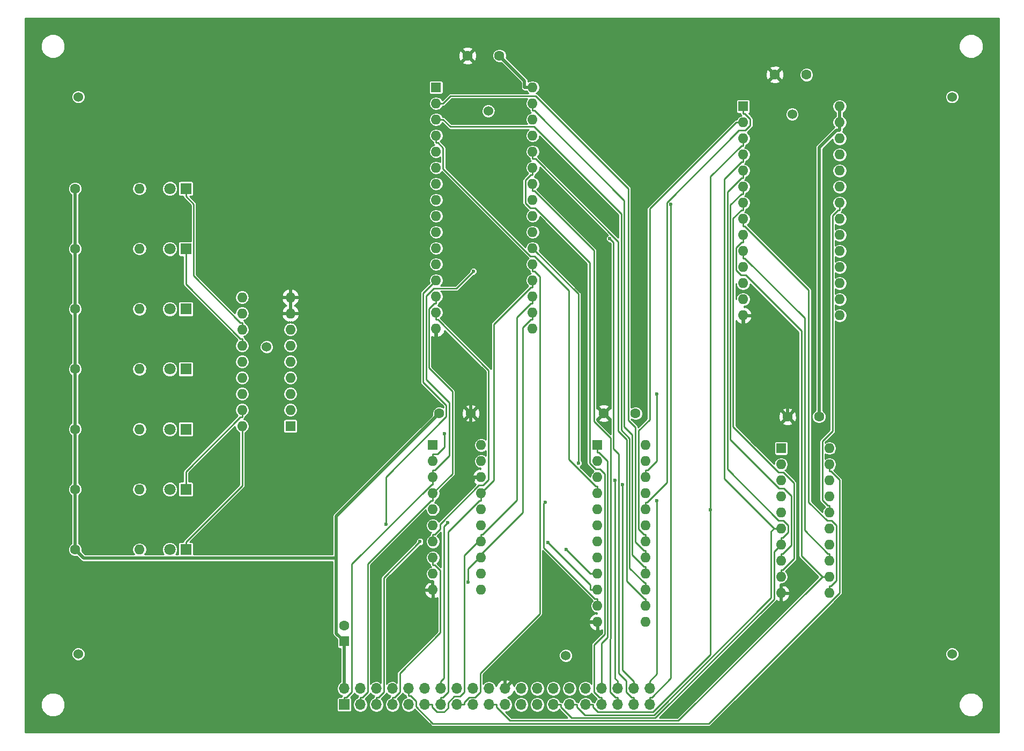
<source format=gbl>
G04 #@! TF.FileFunction,Copper,L2,Bot,Signal*
%FSLAX46Y46*%
G04 Gerber Fmt 4.6, Leading zero omitted, Abs format (unit mm)*
G04 Created by KiCad (PCBNEW 4.0.7) date 03/07/19 09:20:08*
%MOMM*%
%LPD*%
G01*
G04 APERTURE LIST*
%ADD10C,0.100000*%
%ADD11C,1.600000*%
%ADD12R,1.600000X1.600000*%
%ADD13R,1.800000X1.800000*%
%ADD14C,1.800000*%
%ADD15R,1.700000X1.700000*%
%ADD16O,1.700000X1.700000*%
%ADD17O,1.600000X1.600000*%
%ADD18C,1.524000*%
%ADD19C,0.600000*%
%ADD20C,0.500000*%
%ADD21C,0.250000*%
%ADD22C,0.254000*%
G04 APERTURE END LIST*
D10*
D11*
X116000000Y-93000000D03*
X121000000Y-93000000D03*
X176000000Y-93500000D03*
X171000000Y-93500000D03*
X147000000Y-93000000D03*
X142000000Y-93000000D03*
X125500000Y-36500000D03*
X120500000Y-36500000D03*
X174000000Y-39500000D03*
X169000000Y-39500000D03*
D12*
X101000000Y-129000000D03*
D11*
X101000000Y-126500000D03*
D13*
X76000000Y-114500000D03*
D14*
X73460000Y-114500000D03*
D13*
X76000000Y-105000000D03*
D14*
X73460000Y-105000000D03*
D13*
X76000000Y-95500000D03*
D14*
X73460000Y-95500000D03*
D13*
X76000000Y-86000000D03*
D14*
X73460000Y-86000000D03*
D13*
X76000000Y-76500000D03*
D14*
X73460000Y-76500000D03*
D13*
X76000000Y-67000000D03*
D14*
X73460000Y-67000000D03*
D13*
X76000000Y-57500000D03*
D14*
X73460000Y-57500000D03*
D15*
X101000000Y-139000000D03*
D16*
X101000000Y-136460000D03*
X103540000Y-139000000D03*
X103540000Y-136460000D03*
X106080000Y-139000000D03*
X106080000Y-136460000D03*
X108620000Y-139000000D03*
X108620000Y-136460000D03*
X111160000Y-139000000D03*
X111160000Y-136460000D03*
X113700000Y-139000000D03*
X113700000Y-136460000D03*
X116240000Y-139000000D03*
X116240000Y-136460000D03*
X118780000Y-139000000D03*
X118780000Y-136460000D03*
X121320000Y-139000000D03*
X121320000Y-136460000D03*
X123860000Y-139000000D03*
X123860000Y-136460000D03*
X126400000Y-139000000D03*
X126400000Y-136460000D03*
X128940000Y-139000000D03*
X128940000Y-136460000D03*
X131480000Y-139000000D03*
X131480000Y-136460000D03*
X134020000Y-139000000D03*
X134020000Y-136460000D03*
X136560000Y-139000000D03*
X136560000Y-136460000D03*
X139100000Y-139000000D03*
X139100000Y-136460000D03*
X141640000Y-139000000D03*
X141640000Y-136460000D03*
X144180000Y-139000000D03*
X144180000Y-136460000D03*
X146720000Y-139000000D03*
X146720000Y-136460000D03*
X149260000Y-139000000D03*
X149260000Y-136460000D03*
D11*
X58500000Y-114500000D03*
D17*
X68660000Y-114500000D03*
D11*
X58500000Y-105000000D03*
D17*
X68660000Y-105000000D03*
D11*
X58500000Y-95500000D03*
D17*
X68660000Y-95500000D03*
D11*
X58500000Y-86000000D03*
D17*
X68660000Y-86000000D03*
D11*
X58500000Y-76500000D03*
D17*
X68660000Y-76500000D03*
D11*
X58500000Y-67000000D03*
D17*
X68660000Y-67000000D03*
D11*
X58500000Y-57500000D03*
D17*
X68660000Y-57500000D03*
D12*
X115000000Y-98000000D03*
D17*
X122620000Y-120860000D03*
X115000000Y-100540000D03*
X122620000Y-118320000D03*
X115000000Y-103080000D03*
X122620000Y-115780000D03*
X115000000Y-105620000D03*
X122620000Y-113240000D03*
X115000000Y-108160000D03*
X122620000Y-110700000D03*
X115000000Y-110700000D03*
X122620000Y-108160000D03*
X115000000Y-113240000D03*
X122620000Y-105620000D03*
X115000000Y-115780000D03*
X122620000Y-103080000D03*
X115000000Y-118320000D03*
X122620000Y-100540000D03*
X115000000Y-120860000D03*
X122620000Y-98000000D03*
D12*
X170000000Y-98500000D03*
D17*
X177620000Y-121360000D03*
X170000000Y-101040000D03*
X177620000Y-118820000D03*
X170000000Y-103580000D03*
X177620000Y-116280000D03*
X170000000Y-106120000D03*
X177620000Y-113740000D03*
X170000000Y-108660000D03*
X177620000Y-111200000D03*
X170000000Y-111200000D03*
X177620000Y-108660000D03*
X170000000Y-113740000D03*
X177620000Y-106120000D03*
X170000000Y-116280000D03*
X177620000Y-103580000D03*
X170000000Y-118820000D03*
X177620000Y-101040000D03*
X170000000Y-121360000D03*
X177620000Y-98500000D03*
D12*
X92500000Y-95000000D03*
D17*
X84880000Y-74680000D03*
X92500000Y-92460000D03*
X84880000Y-77220000D03*
X92500000Y-89920000D03*
X84880000Y-79760000D03*
X92500000Y-87380000D03*
X84880000Y-82300000D03*
X92500000Y-84840000D03*
X84880000Y-84840000D03*
X92500000Y-82300000D03*
X84880000Y-87380000D03*
X92500000Y-79760000D03*
X84880000Y-89920000D03*
X92500000Y-77220000D03*
X84880000Y-92460000D03*
X92500000Y-74680000D03*
X84880000Y-95000000D03*
D12*
X141000000Y-98000000D03*
D17*
X148620000Y-125940000D03*
X141000000Y-100540000D03*
X148620000Y-123400000D03*
X141000000Y-103080000D03*
X148620000Y-120860000D03*
X141000000Y-105620000D03*
X148620000Y-118320000D03*
X141000000Y-108160000D03*
X148620000Y-115780000D03*
X141000000Y-110700000D03*
X148620000Y-113240000D03*
X141000000Y-113240000D03*
X148620000Y-110700000D03*
X141000000Y-115780000D03*
X148620000Y-108160000D03*
X141000000Y-118320000D03*
X148620000Y-105620000D03*
X141000000Y-120860000D03*
X148620000Y-103080000D03*
X141000000Y-123400000D03*
X148620000Y-100540000D03*
X141000000Y-125940000D03*
X148620000Y-98000000D03*
D12*
X164000000Y-44500000D03*
D17*
X179240000Y-77520000D03*
X164000000Y-47040000D03*
X179240000Y-74980000D03*
X164000000Y-49580000D03*
X179240000Y-72440000D03*
X164000000Y-52120000D03*
X179240000Y-69900000D03*
X164000000Y-54660000D03*
X179240000Y-67360000D03*
X164000000Y-57200000D03*
X179240000Y-64820000D03*
X164000000Y-59740000D03*
X179240000Y-62280000D03*
X164000000Y-62280000D03*
X179240000Y-59740000D03*
X164000000Y-64820000D03*
X179240000Y-57200000D03*
X164000000Y-67360000D03*
X179240000Y-54660000D03*
X164000000Y-69900000D03*
X179240000Y-52120000D03*
X164000000Y-72440000D03*
X179240000Y-49580000D03*
X164000000Y-74980000D03*
X179240000Y-47040000D03*
X164000000Y-77520000D03*
X179240000Y-44500000D03*
D12*
X115500000Y-41500000D03*
D17*
X130740000Y-79600000D03*
X115500000Y-44040000D03*
X130740000Y-77060000D03*
X115500000Y-46580000D03*
X130740000Y-74520000D03*
X115500000Y-49120000D03*
X130740000Y-71980000D03*
X115500000Y-51660000D03*
X130740000Y-69440000D03*
X115500000Y-54200000D03*
X130740000Y-66900000D03*
X115500000Y-56740000D03*
X130740000Y-64360000D03*
X115500000Y-59280000D03*
X130740000Y-61820000D03*
X115500000Y-61820000D03*
X130740000Y-59280000D03*
X115500000Y-64360000D03*
X130740000Y-56740000D03*
X115500000Y-66900000D03*
X130740000Y-54200000D03*
X115500000Y-69440000D03*
X130740000Y-51660000D03*
X115500000Y-71980000D03*
X130740000Y-49120000D03*
X115500000Y-74520000D03*
X130740000Y-46580000D03*
X115500000Y-77060000D03*
X130740000Y-44040000D03*
X115500000Y-79600000D03*
X130740000Y-41500000D03*
D18*
X59000000Y-43000000D03*
X197000000Y-43000000D03*
X59000000Y-131000000D03*
X197000000Y-131000000D03*
X88750000Y-82500000D03*
X123750000Y-45250000D03*
X171750000Y-45750000D03*
X136000000Y-131250000D03*
D19*
X121416400Y-70565400D03*
X112974400Y-113240000D03*
X107586800Y-110520600D03*
X120597500Y-119680600D03*
X117340700Y-110230700D03*
X158841600Y-108204700D03*
X143727200Y-103596500D03*
X142929600Y-65402600D03*
X144978700Y-104253600D03*
X152605600Y-59949300D03*
X150369000Y-106793600D03*
X132732300Y-107033500D03*
X116810100Y-96177100D03*
X133164500Y-113357500D03*
X136064700Y-114510000D03*
X137976400Y-100856000D03*
X150370700Y-89926400D03*
D20*
X58500000Y-57500000D02*
X58500000Y-67000000D01*
X58500000Y-67000000D02*
X58500000Y-76500000D01*
X58500000Y-76500000D02*
X58500000Y-86000000D01*
X58500000Y-86000000D02*
X58500000Y-95500000D01*
X58500000Y-95500000D02*
X58500000Y-105000000D01*
X101000000Y-136460000D02*
X101000000Y-129000000D01*
X129489700Y-40489700D02*
X125500000Y-36500000D01*
X129489700Y-41500000D02*
X129489700Y-40489700D01*
X130740000Y-41500000D02*
X129489700Y-41500000D01*
X58500000Y-105000000D02*
X58500000Y-114500000D01*
X99749600Y-109250400D02*
X99749600Y-115861400D01*
X116000000Y-93000000D02*
X99749600Y-109250400D01*
X99749600Y-127749600D02*
X101000000Y-129000000D01*
X99749600Y-115861400D02*
X99749600Y-127749600D01*
X59861400Y-115861400D02*
X99749600Y-115861400D01*
X58500000Y-114500000D02*
X59861400Y-115861400D01*
X179240000Y-44500000D02*
X179240000Y-47040000D01*
X176000000Y-50983300D02*
X176000000Y-93500000D01*
X178693000Y-48290300D02*
X176000000Y-50983300D01*
X179240000Y-48290300D02*
X178693000Y-48290300D01*
X179240000Y-47040000D02*
X179240000Y-48290300D01*
X115500000Y-79600000D02*
X115500000Y-80850300D01*
X164000000Y-77520000D02*
X164000000Y-78770300D01*
X136920000Y-125940000D02*
X126400000Y-136460000D01*
X141000000Y-125940000D02*
X136920000Y-125940000D01*
X92500000Y-74680000D02*
X92500000Y-77220000D01*
X170000000Y-121360000D02*
X170000000Y-120109700D01*
X171000000Y-85770300D02*
X171000000Y-93500000D01*
X164000000Y-78770300D02*
X171000000Y-85770300D01*
X172626400Y-95126400D02*
X171000000Y-93500000D01*
X172626400Y-118027200D02*
X172626400Y-95126400D01*
X170543900Y-120109700D02*
X172626400Y-118027200D01*
X170000000Y-120109700D02*
X170543900Y-120109700D01*
X121369700Y-103623900D02*
X121369700Y-103080000D01*
X115563600Y-109430000D02*
X121369700Y-103623900D01*
X114495900Y-109430000D02*
X115563600Y-109430000D01*
X113737000Y-110188900D02*
X114495900Y-109430000D01*
X113737000Y-118893700D02*
X113737000Y-110188900D01*
X114453000Y-119609700D02*
X113737000Y-118893700D01*
X115000000Y-119609700D02*
X114453000Y-119609700D01*
X115000000Y-120860000D02*
X115000000Y-119609700D01*
X122620000Y-103080000D02*
X121369700Y-103080000D01*
X121000000Y-86350300D02*
X121000000Y-93000000D01*
X115500000Y-80850300D02*
X121000000Y-86350300D01*
X121000000Y-102710300D02*
X121369700Y-103080000D01*
X121000000Y-93000000D02*
X121000000Y-102710300D01*
D21*
X84880000Y-104394700D02*
X76000000Y-113274700D01*
X84880000Y-95000000D02*
X84880000Y-104394700D01*
X76000000Y-114500000D02*
X76000000Y-113274700D01*
X76000000Y-102184000D02*
X76000000Y-105000000D01*
X84598700Y-93585300D02*
X76000000Y-102184000D01*
X84880000Y-93585300D02*
X84598700Y-93585300D01*
X84880000Y-92460000D02*
X84880000Y-93585300D01*
X76000000Y-72576000D02*
X76000000Y-67000000D01*
X84598700Y-81174700D02*
X76000000Y-72576000D01*
X84880000Y-81174700D02*
X84598700Y-81174700D01*
X84880000Y-82300000D02*
X84880000Y-81174700D01*
X77225300Y-59950600D02*
X76000000Y-58725300D01*
X77225300Y-71261400D02*
X77225300Y-59950600D01*
X84598600Y-78634700D02*
X77225300Y-71261400D01*
X84880000Y-78634700D02*
X84598600Y-78634700D01*
X84880000Y-79760000D02*
X84880000Y-78634700D01*
X76000000Y-57500000D02*
X76000000Y-58725300D01*
X101000000Y-139000000D02*
X101000000Y-137824700D01*
X115000000Y-103080000D02*
X115000000Y-104205300D01*
X115000000Y-103080000D02*
X115000000Y-101954700D01*
X114786400Y-104205300D02*
X115000000Y-104205300D01*
X114786400Y-104205400D02*
X114786400Y-104205300D01*
X102175300Y-116816500D02*
X114786400Y-104205400D01*
X102175300Y-137016800D02*
X102175300Y-116816500D01*
X101367400Y-137824700D02*
X102175300Y-137016800D01*
X101000000Y-137824700D02*
X101367400Y-137824700D01*
X118731800Y-73250000D02*
X121416400Y-70565400D01*
X115108500Y-73250000D02*
X118731800Y-73250000D01*
X113924400Y-74434100D02*
X115108500Y-73250000D01*
X113924400Y-87645600D02*
X113924400Y-74434100D01*
X117589300Y-91310500D02*
X113924400Y-87645600D01*
X117589300Y-99646700D02*
X117589300Y-91310500D01*
X115281300Y-101954700D02*
X117589300Y-99646700D01*
X115000000Y-101954700D02*
X115281300Y-101954700D01*
X115500000Y-74520000D02*
X115500000Y-75645300D01*
X118067800Y-102552200D02*
X115000000Y-105620000D01*
X118067800Y-89524300D02*
X118067800Y-102552200D01*
X114374700Y-85831200D02*
X118067800Y-89524300D01*
X114374700Y-76489200D02*
X114374700Y-85831200D01*
X115218600Y-75645300D02*
X114374700Y-76489200D01*
X115500000Y-75645300D02*
X115218600Y-75645300D01*
X103907400Y-137824700D02*
X103540000Y-137824700D01*
X104715300Y-137016800D02*
X103907400Y-137824700D01*
X104715300Y-116748700D02*
X104715300Y-137016800D01*
X114718700Y-106745300D02*
X104715300Y-116748700D01*
X115000000Y-106745300D02*
X114718700Y-106745300D01*
X115000000Y-105620000D02*
X115000000Y-106745300D01*
X103540000Y-139000000D02*
X103540000Y-137824700D01*
X106080000Y-139000000D02*
X106080000Y-137824700D01*
X115281400Y-112114700D02*
X115000000Y-112114700D01*
X116125300Y-111270800D02*
X115281400Y-112114700D01*
X116125300Y-110480000D02*
X116125300Y-111270800D01*
X122255300Y-104350000D02*
X116125300Y-110480000D01*
X122945700Y-104350000D02*
X122255300Y-104350000D01*
X123777700Y-103518000D02*
X122945700Y-104350000D01*
X123777700Y-86181700D02*
X123777700Y-103518000D01*
X115781300Y-78185300D02*
X123777700Y-86181700D01*
X115500000Y-78185300D02*
X115781300Y-78185300D01*
X115500000Y-77060000D02*
X115500000Y-78185300D01*
X115000000Y-113240000D02*
X115000000Y-112114700D01*
X107255300Y-118959100D02*
X112974400Y-113240000D01*
X107255300Y-137016800D02*
X107255300Y-118959100D01*
X106447400Y-137824700D02*
X107255300Y-137016800D01*
X106080000Y-137824700D02*
X106447400Y-137824700D01*
X108987400Y-137824700D02*
X108620000Y-137824700D01*
X109795300Y-137016800D02*
X108987400Y-137824700D01*
X109795300Y-134009200D02*
X109795300Y-137016800D01*
X116154800Y-127649700D02*
X109795300Y-134009200D01*
X116154800Y-117778800D02*
X116154800Y-127649700D01*
X115281300Y-116905300D02*
X116154800Y-117778800D01*
X115000000Y-116905300D02*
X115281300Y-116905300D01*
X115000000Y-115780000D02*
X115000000Y-116905300D01*
X108620000Y-139000000D02*
X108620000Y-137824700D01*
X107586800Y-103061200D02*
X107586800Y-110520600D01*
X117131200Y-93516800D02*
X107586800Y-103061200D01*
X117131200Y-91714200D02*
X117131200Y-93516800D01*
X113474000Y-88057000D02*
X117131200Y-91714200D01*
X113474000Y-74006000D02*
X113474000Y-88057000D01*
X115500000Y-71980000D02*
X113474000Y-74006000D01*
X130740000Y-77060000D02*
X130740000Y-78185300D01*
X122620000Y-115780000D02*
X122620000Y-115498600D01*
X122620000Y-115498600D02*
X122620000Y-115217300D01*
X120597500Y-117521100D02*
X120597500Y-119680600D01*
X122620000Y-115498600D02*
X120597500Y-117521100D01*
X129164400Y-108672900D02*
X122620000Y-115217300D01*
X129164400Y-79479500D02*
X129164400Y-108672900D01*
X130458600Y-78185300D02*
X129164400Y-79479500D01*
X130740000Y-78185300D02*
X130458600Y-78185300D01*
X177620000Y-101040000D02*
X177620000Y-102165300D01*
X111160000Y-136460000D02*
X111160000Y-137635300D01*
X177901300Y-102165300D02*
X177620000Y-102165300D01*
X179201300Y-103465300D02*
X177901300Y-102165300D01*
X179201300Y-121372900D02*
X179201300Y-103465300D01*
X158597700Y-141976500D02*
X179201300Y-121372900D01*
X115008000Y-141976500D02*
X158597700Y-141976500D01*
X112335300Y-139303800D02*
X115008000Y-141976500D01*
X112335300Y-138443200D02*
X112335300Y-139303800D01*
X111527400Y-137635300D02*
X112335300Y-138443200D01*
X111160000Y-137635300D02*
X111527400Y-137635300D01*
X130740000Y-74520000D02*
X130740000Y-75645300D01*
X122620000Y-112677300D02*
X122620000Y-112781800D01*
X122620000Y-113240000D02*
X122620000Y-112781800D01*
X122620000Y-112677300D02*
X122620000Y-112114700D01*
X113700000Y-139000000D02*
X114875300Y-139000000D01*
X130458700Y-75645300D02*
X130740000Y-75645300D01*
X128263700Y-77840300D02*
X130458700Y-75645300D01*
X128263700Y-106675300D02*
X128263700Y-77840300D01*
X122824300Y-112114700D02*
X128263700Y-106675300D01*
X122620000Y-112114700D02*
X122824300Y-112114700D01*
X119972200Y-115429600D02*
X122620000Y-112781800D01*
X119972200Y-137024000D02*
X119972200Y-115429600D01*
X119266200Y-137730000D02*
X119972200Y-137024000D01*
X118385800Y-137730000D02*
X119266200Y-137730000D01*
X117415300Y-138700500D02*
X118385800Y-137730000D01*
X117415300Y-139531700D02*
X117415300Y-138700500D01*
X116771700Y-140175300D02*
X117415300Y-139531700D01*
X115683200Y-140175300D02*
X116771700Y-140175300D01*
X114875300Y-139367400D02*
X115683200Y-140175300D01*
X114875300Y-139000000D02*
X114875300Y-139367400D01*
X130740000Y-71980000D02*
X130740000Y-73105300D01*
X124630500Y-103609500D02*
X122620000Y-105620000D01*
X124630500Y-78933500D02*
X124630500Y-103609500D01*
X130458700Y-73105300D02*
X124630500Y-78933500D01*
X130740000Y-73105300D02*
X130458700Y-73105300D01*
X116607400Y-137824700D02*
X116240000Y-137824700D01*
X117415300Y-137016800D02*
X116607400Y-137824700D01*
X117415300Y-111668700D02*
X117415300Y-137016800D01*
X122338700Y-106745300D02*
X117415300Y-111668700D01*
X122620000Y-106745300D02*
X122338700Y-106745300D01*
X122620000Y-105620000D02*
X122620000Y-106745300D01*
X116240000Y-139000000D02*
X116240000Y-137824700D01*
X116240000Y-136460000D02*
X116240000Y-135284700D01*
X116727000Y-110844400D02*
X117340700Y-110230700D01*
X116727000Y-134797700D02*
X116727000Y-110844400D01*
X116240000Y-135284700D02*
X116727000Y-134797700D01*
X119955300Y-138632600D02*
X119955300Y-139000000D01*
X120763200Y-137824700D02*
X119955300Y-138632600D01*
X121656300Y-137824700D02*
X120763200Y-137824700D01*
X122495400Y-136985600D02*
X121656300Y-137824700D01*
X122495400Y-134050900D02*
X122495400Y-136985600D01*
X131867900Y-124678400D02*
X122495400Y-134050900D01*
X131867900Y-71411900D02*
X131867900Y-124678400D01*
X131021300Y-70565300D02*
X131867900Y-71411900D01*
X130740000Y-70565300D02*
X131021300Y-70565300D01*
X130740000Y-69440000D02*
X130740000Y-70565300D01*
X118780000Y-139000000D02*
X119955300Y-139000000D01*
X164000000Y-67360000D02*
X164000000Y-68485300D01*
X177620000Y-116280000D02*
X177620000Y-115154700D01*
X164281300Y-68485300D02*
X164000000Y-68485300D01*
X173730200Y-77934200D02*
X164281300Y-68485300D01*
X173730200Y-111469400D02*
X173730200Y-77934200D01*
X177415500Y-115154700D02*
X173730200Y-111469400D01*
X177620000Y-115154700D02*
X177415500Y-115154700D01*
X123860000Y-139000000D02*
X125035300Y-139000000D01*
X177620000Y-118820000D02*
X176494700Y-118820000D01*
X173201800Y-115527100D02*
X176494700Y-118820000D01*
X173201800Y-79988900D02*
X173201800Y-115527100D01*
X164382900Y-71170000D02*
X173201800Y-79988900D01*
X163640200Y-71170000D02*
X164382900Y-71170000D01*
X162855400Y-70385200D02*
X163640200Y-71170000D01*
X162855400Y-66808600D02*
X162855400Y-70385200D01*
X163718700Y-65945300D02*
X162855400Y-66808600D01*
X164000000Y-65945300D02*
X163718700Y-65945300D01*
X164000000Y-64820000D02*
X164000000Y-65945300D01*
X153788500Y-141526200D02*
X176494700Y-118820000D01*
X127194200Y-141526200D02*
X153788500Y-141526200D01*
X125035300Y-139367300D02*
X127194200Y-141526200D01*
X125035300Y-139000000D02*
X125035300Y-139367300D01*
X164000000Y-62280000D02*
X164000000Y-63405300D01*
X177620000Y-121360000D02*
X177620000Y-120234700D01*
X164281300Y-63405300D02*
X164000000Y-63405300D01*
X174368300Y-73492300D02*
X164281300Y-63405300D01*
X174368300Y-107034600D02*
X174368300Y-73492300D01*
X177263700Y-109930000D02*
X174368300Y-107034600D01*
X178004600Y-109930000D02*
X177263700Y-109930000D01*
X178745300Y-110670700D02*
X178004600Y-109930000D01*
X178745300Y-119390800D02*
X178745300Y-110670700D01*
X177901400Y-120234700D02*
X178745300Y-119390800D01*
X177620000Y-120234700D02*
X177901400Y-120234700D01*
X164000000Y-59740000D02*
X164000000Y-60865300D01*
X170000000Y-118820000D02*
X170000000Y-117694700D01*
X170281300Y-117694700D02*
X170000000Y-117694700D01*
X172051100Y-115924900D02*
X170281300Y-117694700D01*
X172051100Y-104033600D02*
X172051100Y-115924900D01*
X170327500Y-102310000D02*
X172051100Y-104033600D01*
X169600900Y-102310000D02*
X170327500Y-102310000D01*
X162405000Y-95114100D02*
X169600900Y-102310000D01*
X162405000Y-62179000D02*
X162405000Y-95114100D01*
X163718700Y-60865300D02*
X162405000Y-62179000D01*
X164000000Y-60865300D02*
X163718700Y-60865300D01*
X164000000Y-57200000D02*
X164000000Y-58325300D01*
X170000000Y-116280000D02*
X170000000Y-115154700D01*
X163718700Y-58325300D02*
X164000000Y-58325300D01*
X161954700Y-60089300D02*
X163718700Y-58325300D01*
X161954700Y-97129300D02*
X161954700Y-60089300D01*
X169675400Y-104850000D02*
X161954700Y-97129300D01*
X170400500Y-104850000D02*
X169675400Y-104850000D01*
X171600800Y-106050300D02*
X170400500Y-104850000D01*
X171600800Y-113835300D02*
X171600800Y-106050300D01*
X170281400Y-115154700D02*
X171600800Y-113835300D01*
X170000000Y-115154700D02*
X170281400Y-115154700D01*
X135195300Y-139367400D02*
X135195300Y-139000000D01*
X136903800Y-141075900D02*
X135195300Y-139367400D01*
X150147200Y-141075900D02*
X136903800Y-141075900D01*
X168874700Y-122348400D02*
X150147200Y-141075900D01*
X168874700Y-114865300D02*
X168874700Y-122348400D01*
X170000000Y-113740000D02*
X168874700Y-114865300D01*
X134020000Y-139000000D02*
X135195300Y-139000000D01*
X170281400Y-112614700D02*
X170000000Y-112614700D01*
X171125300Y-111770800D02*
X170281400Y-112614700D01*
X171125300Y-110713200D02*
X171125300Y-111770800D01*
X170342100Y-109930000D02*
X171125300Y-110713200D01*
X169604200Y-109930000D02*
X170342100Y-109930000D01*
X161504300Y-101830100D02*
X169604200Y-109930000D01*
X161504300Y-57999700D02*
X161504300Y-101830100D01*
X163718700Y-55785300D02*
X161504300Y-57999700D01*
X164000000Y-55785300D02*
X163718700Y-55785300D01*
X164000000Y-54660000D02*
X164000000Y-55785300D01*
X170000000Y-113740000D02*
X170000000Y-112614700D01*
X136560000Y-139000000D02*
X137735300Y-139000000D01*
X170000000Y-111200000D02*
X168874700Y-111200000D01*
X168874600Y-111200000D02*
X168874700Y-111200000D01*
X164000000Y-52120000D02*
X164000000Y-53245300D01*
X160993100Y-103318500D02*
X168874600Y-111200000D01*
X160993100Y-55970800D02*
X160993100Y-103318500D01*
X163718600Y-53245300D02*
X160993100Y-55970800D01*
X164000000Y-53245300D02*
X163718600Y-53245300D01*
X137735300Y-139367400D02*
X137735300Y-139000000D01*
X138993500Y-140625600D02*
X137735300Y-139367400D01*
X149935400Y-140625600D02*
X138993500Y-140625600D01*
X168424300Y-122136700D02*
X149935400Y-140625600D01*
X168424300Y-111650300D02*
X168424300Y-122136700D01*
X168874600Y-111200000D02*
X168424300Y-111650300D01*
X164000000Y-49580000D02*
X164000000Y-50705300D01*
X139100000Y-139000000D02*
X140275300Y-139000000D01*
X158841600Y-55582400D02*
X158841600Y-108204700D01*
X163718700Y-50705300D02*
X158841600Y-55582400D01*
X164000000Y-50705300D02*
X163718700Y-50705300D01*
X140275300Y-139367400D02*
X140275300Y-139000000D01*
X141083200Y-140175300D02*
X140275300Y-139367400D01*
X149748800Y-140175300D02*
X141083200Y-140175300D01*
X158841600Y-131082500D02*
X149748800Y-140175300D01*
X158841600Y-108204700D02*
X158841600Y-131082500D01*
X141272600Y-137824700D02*
X141640000Y-137824700D01*
X140464700Y-137016800D02*
X141272600Y-137824700D01*
X140464700Y-129552300D02*
X140464700Y-137016800D01*
X142167300Y-127849700D02*
X140464700Y-129552300D01*
X142167300Y-102576300D02*
X142167300Y-127849700D01*
X141401000Y-101810000D02*
X142167300Y-102576300D01*
X140676400Y-101810000D02*
X141401000Y-101810000D01*
X139755200Y-100888800D02*
X140676400Y-101810000D01*
X139755200Y-69180600D02*
X139755200Y-100888800D01*
X131124600Y-60550000D02*
X139755200Y-69180600D01*
X130383600Y-60550000D02*
X131124600Y-60550000D01*
X129595800Y-59762200D02*
X130383600Y-60550000D01*
X129595800Y-56188200D02*
X129595800Y-59762200D01*
X130458700Y-55325300D02*
X129595800Y-56188200D01*
X130740000Y-55325300D02*
X130458700Y-55325300D01*
X130740000Y-54200000D02*
X130740000Y-55325300D01*
X141640000Y-139000000D02*
X141640000Y-137824700D01*
X141000000Y-98000000D02*
X141000000Y-99125300D01*
X141640000Y-136460000D02*
X141640000Y-135284700D01*
X141201500Y-99125300D02*
X141000000Y-99125300D01*
X142617700Y-100541500D02*
X141201500Y-99125300D01*
X142617700Y-128354500D02*
X142617700Y-100541500D01*
X141640000Y-129332200D02*
X142617700Y-128354500D01*
X141640000Y-135284700D02*
X141640000Y-129332200D01*
X130740000Y-56740000D02*
X130740000Y-57865300D01*
X144180000Y-139000000D02*
X144180000Y-137824700D01*
X131021300Y-57865300D02*
X130740000Y-57865300D01*
X140439600Y-67283600D02*
X131021300Y-57865300D01*
X140439600Y-94279700D02*
X140439600Y-67283600D01*
X143068000Y-96908100D02*
X140439600Y-94279700D01*
X143068000Y-128541100D02*
X143068000Y-96908100D01*
X143004700Y-128604400D02*
X143068000Y-128541100D01*
X143004700Y-137016800D02*
X143004700Y-128604400D01*
X143812600Y-137824700D02*
X143004700Y-137016800D01*
X144180000Y-137824700D02*
X143812600Y-137824700D01*
X144180000Y-136460000D02*
X144180000Y-135284700D01*
X143727200Y-134831900D02*
X143727200Y-103596500D01*
X144180000Y-135284700D02*
X143727200Y-134831900D01*
X146720000Y-139000000D02*
X146720000Y-137824700D01*
X143520500Y-65993500D02*
X142929600Y-65402600D01*
X143520500Y-98598900D02*
X143520500Y-65993500D01*
X144352500Y-99430900D02*
X143520500Y-98598900D01*
X144352500Y-134036800D02*
X144352500Y-99430900D01*
X145544700Y-135229000D02*
X144352500Y-134036800D01*
X145544700Y-137016800D02*
X145544700Y-135229000D01*
X146352600Y-137824700D02*
X145544700Y-137016800D01*
X146720000Y-137824700D02*
X146352600Y-137824700D01*
X144978700Y-133543400D02*
X144978700Y-104253600D01*
X146720000Y-135284700D02*
X144978700Y-133543400D01*
X146720000Y-136460000D02*
X146720000Y-135284700D01*
X149627300Y-137824700D02*
X149260000Y-137824700D01*
X152605600Y-134846400D02*
X149627300Y-137824700D01*
X152605600Y-59949300D02*
X152605600Y-134846400D01*
X149260000Y-139000000D02*
X149260000Y-137824700D01*
X115500000Y-49120000D02*
X115500000Y-50245300D01*
X141000000Y-105620000D02*
X141000000Y-104494700D01*
X140718600Y-104494700D02*
X141000000Y-104494700D01*
X136503300Y-100279400D02*
X140718600Y-104494700D01*
X136503300Y-73579900D02*
X136503300Y-100279400D01*
X131093400Y-68170000D02*
X136503300Y-73579900D01*
X130416800Y-68170000D02*
X131093400Y-68170000D01*
X116625300Y-54378500D02*
X130416800Y-68170000D01*
X116625300Y-51089200D02*
X116625300Y-54378500D01*
X115781400Y-50245300D02*
X116625300Y-51089200D01*
X115500000Y-50245300D02*
X115781400Y-50245300D01*
X149260000Y-136460000D02*
X149260000Y-135284700D01*
X150369000Y-134175700D02*
X150369000Y-106793600D01*
X149260000Y-135284700D02*
X150369000Y-134175700D01*
X132539100Y-107226700D02*
X132732300Y-107033500D01*
X132539100Y-114235800D02*
X132539100Y-107226700D01*
X140578000Y-122274700D02*
X132539100Y-114235800D01*
X141000000Y-122274700D02*
X140578000Y-122274700D01*
X115703300Y-99414700D02*
X115000000Y-99414700D01*
X116810100Y-98307900D02*
X115703300Y-99414700D01*
X116810100Y-96177100D02*
X116810100Y-98307900D01*
X115000000Y-100540000D02*
X115000000Y-99414700D01*
X141000000Y-123400000D02*
X141000000Y-122274700D01*
X139874700Y-120067700D02*
X133164500Y-113357500D01*
X139874700Y-120860000D02*
X139874700Y-120067700D01*
X141000000Y-120860000D02*
X139874700Y-120860000D01*
X141000000Y-118320000D02*
X139874700Y-118320000D01*
X139874700Y-118320000D02*
X136064700Y-114510000D01*
X179240000Y-59740000D02*
X179240000Y-60865300D01*
X177620000Y-108660000D02*
X177620000Y-107534700D01*
X178958600Y-60865300D02*
X179240000Y-60865300D01*
X178114700Y-61709200D02*
X178958600Y-60865300D01*
X178114700Y-95763600D02*
X178114700Y-61709200D01*
X176494700Y-97383600D02*
X178114700Y-95763600D01*
X176494700Y-106690800D02*
X176494700Y-97383600D01*
X177338600Y-107534700D02*
X176494700Y-106690800D01*
X177620000Y-107534700D02*
X177338600Y-107534700D01*
X148620000Y-123400000D02*
X148620000Y-122274700D01*
X130740000Y-51660000D02*
X130740000Y-52785300D01*
X131196700Y-52785300D02*
X130740000Y-52785300D01*
X144291500Y-65880100D02*
X131196700Y-52785300D01*
X144291500Y-95799400D02*
X144291500Y-65880100D01*
X145605100Y-97113000D02*
X144291500Y-95799400D01*
X145605100Y-119464300D02*
X145605100Y-97113000D01*
X148415500Y-122274700D02*
X145605100Y-119464300D01*
X148620000Y-122274700D02*
X148415500Y-122274700D01*
X115500000Y-46580000D02*
X116625300Y-46580000D01*
X148620000Y-120860000D02*
X148620000Y-119734700D01*
X148376900Y-119734700D02*
X148620000Y-119734700D01*
X146055400Y-117413200D02*
X148376900Y-119734700D01*
X146055400Y-96926300D02*
X146055400Y-117413200D01*
X144741900Y-95612800D02*
X146055400Y-96926300D01*
X144741900Y-61495400D02*
X144741900Y-95612800D01*
X130951800Y-47705300D02*
X144741900Y-61495400D01*
X117750600Y-47705300D02*
X130951800Y-47705300D01*
X116625300Y-46580000D02*
X117750600Y-47705300D01*
X148338700Y-117194700D02*
X148620000Y-117194700D01*
X146505800Y-115361800D02*
X148338700Y-117194700D01*
X146505800Y-96381600D02*
X146505800Y-115361800D01*
X145192300Y-95068100D02*
X146505800Y-96381600D01*
X145192300Y-59336300D02*
X145192300Y-95068100D01*
X131021300Y-45165300D02*
X145192300Y-59336300D01*
X130740000Y-45165300D02*
X131021300Y-45165300D01*
X130740000Y-44040000D02*
X130740000Y-45165300D01*
X148620000Y-118320000D02*
X148620000Y-117194700D01*
X115500000Y-44040000D02*
X116625300Y-44040000D01*
X148620000Y-115780000D02*
X148620000Y-114654700D01*
X117806700Y-42858600D02*
X116625300Y-44040000D01*
X131223700Y-42858600D02*
X117806700Y-42858600D01*
X145867400Y-57502300D02*
X131223700Y-42858600D01*
X145867400Y-94111300D02*
X145867400Y-57502300D01*
X146956100Y-95200000D02*
X145867400Y-94111300D01*
X146956100Y-113272100D02*
X146956100Y-95200000D01*
X148338700Y-114654700D02*
X146956100Y-113272100D01*
X148620000Y-114654700D02*
X148338700Y-114654700D01*
X148620000Y-113240000D02*
X148620000Y-112114700D01*
X148338600Y-112114700D02*
X148620000Y-112114700D01*
X147494700Y-111270800D02*
X148338600Y-112114700D01*
X147494700Y-95720100D02*
X147494700Y-111270800D01*
X149236500Y-93978300D02*
X147494700Y-95720100D01*
X149236500Y-60678200D02*
X149236500Y-93978300D01*
X162874700Y-47040000D02*
X149236500Y-60678200D01*
X164000000Y-47040000D02*
X162874700Y-47040000D01*
X164000000Y-44500000D02*
X164000000Y-45625300D01*
X148620000Y-108160000D02*
X148620000Y-107034700D01*
X148824300Y-107034700D02*
X148620000Y-107034700D01*
X151980300Y-103878700D02*
X148824300Y-107034700D01*
X151980300Y-59690300D02*
X151980300Y-103878700D01*
X163360600Y-48310000D02*
X151980300Y-59690300D01*
X164359100Y-48310000D02*
X163360600Y-48310000D01*
X165132900Y-47536200D02*
X164359100Y-48310000D01*
X165132900Y-46476900D02*
X165132900Y-47536200D01*
X164281300Y-45625300D02*
X165132900Y-46476900D01*
X164000000Y-45625300D02*
X164281300Y-45625300D01*
X137976400Y-74136400D02*
X137976400Y-100856000D01*
X130740000Y-66900000D02*
X137976400Y-74136400D01*
X148901300Y-101954700D02*
X148620000Y-101954700D01*
X150370700Y-100485300D02*
X148901300Y-101954700D01*
X150370700Y-89926400D02*
X150370700Y-100485300D01*
X148620000Y-103080000D02*
X148620000Y-101954700D01*
D22*
G36*
X204373000Y-143373000D02*
X50627000Y-143373000D01*
X50627000Y-139381622D01*
X53072666Y-139381622D01*
X53365416Y-140090132D01*
X53907017Y-140632678D01*
X54615014Y-140926665D01*
X55381622Y-140927334D01*
X56090132Y-140634584D01*
X56632678Y-140092983D01*
X56926665Y-139384986D01*
X56927334Y-138618378D01*
X56634584Y-137909868D01*
X56092983Y-137367322D01*
X55384986Y-137073335D01*
X54618378Y-137072666D01*
X53909868Y-137365416D01*
X53367322Y-137907017D01*
X53073335Y-138615014D01*
X53072666Y-139381622D01*
X50627000Y-139381622D01*
X50627000Y-131215665D01*
X57910811Y-131215665D01*
X58076252Y-131616063D01*
X58382326Y-131922671D01*
X58782434Y-132088811D01*
X59215665Y-132089189D01*
X59616063Y-131923748D01*
X59922671Y-131617674D01*
X60088811Y-131217566D01*
X60089189Y-130784335D01*
X59923748Y-130383937D01*
X59617674Y-130077329D01*
X59217566Y-129911189D01*
X58784335Y-129910811D01*
X58383937Y-130076252D01*
X58077329Y-130382326D01*
X57911189Y-130782434D01*
X57910811Y-131215665D01*
X50627000Y-131215665D01*
X50627000Y-57723191D01*
X57372805Y-57723191D01*
X57544019Y-58137560D01*
X57860772Y-58454867D01*
X57923000Y-58480706D01*
X57923000Y-66018996D01*
X57862440Y-66044019D01*
X57545133Y-66360772D01*
X57373196Y-66774842D01*
X57372805Y-67223191D01*
X57544019Y-67637560D01*
X57860772Y-67954867D01*
X57923000Y-67980706D01*
X57923000Y-75518996D01*
X57862440Y-75544019D01*
X57545133Y-75860772D01*
X57373196Y-76274842D01*
X57372805Y-76723191D01*
X57544019Y-77137560D01*
X57860772Y-77454867D01*
X57923000Y-77480706D01*
X57923000Y-85018996D01*
X57862440Y-85044019D01*
X57545133Y-85360772D01*
X57373196Y-85774842D01*
X57372805Y-86223191D01*
X57544019Y-86637560D01*
X57860772Y-86954867D01*
X57923000Y-86980706D01*
X57923000Y-94518996D01*
X57862440Y-94544019D01*
X57545133Y-94860772D01*
X57373196Y-95274842D01*
X57372805Y-95723191D01*
X57544019Y-96137560D01*
X57860772Y-96454867D01*
X57923000Y-96480706D01*
X57923000Y-104018996D01*
X57862440Y-104044019D01*
X57545133Y-104360772D01*
X57373196Y-104774842D01*
X57372805Y-105223191D01*
X57544019Y-105637560D01*
X57860772Y-105954867D01*
X57923000Y-105980706D01*
X57923000Y-113518996D01*
X57862440Y-113544019D01*
X57545133Y-113860772D01*
X57373196Y-114274842D01*
X57372805Y-114723191D01*
X57544019Y-115137560D01*
X57860772Y-115454867D01*
X58274842Y-115626804D01*
X58723191Y-115627195D01*
X58785463Y-115601465D01*
X59453397Y-116269398D01*
X59453399Y-116269401D01*
X59640592Y-116394478D01*
X59861400Y-116438400D01*
X99172600Y-116438400D01*
X99172600Y-127749595D01*
X99172599Y-127749600D01*
X99216522Y-127970408D01*
X99341599Y-128157601D01*
X99866594Y-128682596D01*
X99866594Y-129800000D01*
X99889395Y-129921179D01*
X99961012Y-130032474D01*
X100070286Y-130107138D01*
X100200000Y-130133406D01*
X100423000Y-130133406D01*
X100423000Y-135434114D01*
X100167735Y-135604676D01*
X99912594Y-135986523D01*
X99823000Y-136436941D01*
X99823000Y-136483059D01*
X99912594Y-136933477D01*
X100167735Y-137315324D01*
X100549582Y-137570465D01*
X100626483Y-137585762D01*
X100582406Y-137651727D01*
X100549612Y-137816594D01*
X100150000Y-137816594D01*
X100028821Y-137839395D01*
X99917526Y-137911012D01*
X99842862Y-138020286D01*
X99816594Y-138150000D01*
X99816594Y-139850000D01*
X99839395Y-139971179D01*
X99911012Y-140082474D01*
X100020286Y-140157138D01*
X100150000Y-140183406D01*
X101850000Y-140183406D01*
X101971179Y-140160605D01*
X102082474Y-140088988D01*
X102157138Y-139979714D01*
X102183406Y-139850000D01*
X102183406Y-138150000D01*
X102160605Y-138028821D01*
X102088988Y-137917526D01*
X101984911Y-137846413D01*
X102494912Y-137336412D01*
X102592894Y-137189773D01*
X102599994Y-137154078D01*
X102707735Y-137315324D01*
X103089582Y-137570465D01*
X103166483Y-137585762D01*
X103122406Y-137651727D01*
X103088000Y-137824700D01*
X103088000Y-137890592D01*
X102707735Y-138144676D01*
X102452594Y-138526523D01*
X102363000Y-138976941D01*
X102363000Y-139023059D01*
X102452594Y-139473477D01*
X102707735Y-139855324D01*
X103089582Y-140110465D01*
X103540000Y-140200059D01*
X103990418Y-140110465D01*
X104372265Y-139855324D01*
X104627406Y-139473477D01*
X104717000Y-139023059D01*
X104717000Y-138976941D01*
X104627406Y-138526523D01*
X104372265Y-138144676D01*
X104284974Y-138086350D01*
X105034912Y-137336412D01*
X105132894Y-137189773D01*
X105139994Y-137154078D01*
X105247735Y-137315324D01*
X105629582Y-137570465D01*
X105706483Y-137585762D01*
X105662406Y-137651727D01*
X105628000Y-137824700D01*
X105628000Y-137890592D01*
X105247735Y-138144676D01*
X104992594Y-138526523D01*
X104903000Y-138976941D01*
X104903000Y-139023059D01*
X104992594Y-139473477D01*
X105247735Y-139855324D01*
X105629582Y-140110465D01*
X106080000Y-140200059D01*
X106530418Y-140110465D01*
X106912265Y-139855324D01*
X107167406Y-139473477D01*
X107257000Y-139023059D01*
X107257000Y-138976941D01*
X107167406Y-138526523D01*
X106912265Y-138144676D01*
X106824974Y-138086350D01*
X107574912Y-137336412D01*
X107672894Y-137189773D01*
X107679994Y-137154078D01*
X107787735Y-137315324D01*
X108169582Y-137570465D01*
X108246483Y-137585762D01*
X108202406Y-137651727D01*
X108168000Y-137824700D01*
X108168000Y-137890592D01*
X107787735Y-138144676D01*
X107532594Y-138526523D01*
X107443000Y-138976941D01*
X107443000Y-139023059D01*
X107532594Y-139473477D01*
X107787735Y-139855324D01*
X108169582Y-140110465D01*
X108620000Y-140200059D01*
X109070418Y-140110465D01*
X109452265Y-139855324D01*
X109707406Y-139473477D01*
X109797000Y-139023059D01*
X109797000Y-138976941D01*
X109707406Y-138526523D01*
X109452265Y-138144676D01*
X109364974Y-138086350D01*
X110114912Y-137336412D01*
X110212894Y-137189773D01*
X110219994Y-137154078D01*
X110327735Y-137315324D01*
X110708000Y-137569408D01*
X110708000Y-137635300D01*
X110742406Y-137808273D01*
X110786483Y-137874238D01*
X110709582Y-137889535D01*
X110327735Y-138144676D01*
X110072594Y-138526523D01*
X109983000Y-138976941D01*
X109983000Y-139023059D01*
X110072594Y-139473477D01*
X110327735Y-139855324D01*
X110709582Y-140110465D01*
X111160000Y-140200059D01*
X111610418Y-140110465D01*
X111992265Y-139855324D01*
X112094538Y-139702262D01*
X114688388Y-142296113D01*
X114835027Y-142394094D01*
X115008000Y-142428500D01*
X158597700Y-142428500D01*
X158770673Y-142394094D01*
X158917312Y-142296112D01*
X161831802Y-139381622D01*
X198072666Y-139381622D01*
X198365416Y-140090132D01*
X198907017Y-140632678D01*
X199615014Y-140926665D01*
X200381622Y-140927334D01*
X201090132Y-140634584D01*
X201632678Y-140092983D01*
X201926665Y-139384986D01*
X201927334Y-138618378D01*
X201634584Y-137909868D01*
X201092983Y-137367322D01*
X200384986Y-137073335D01*
X199618378Y-137072666D01*
X198909868Y-137365416D01*
X198367322Y-137907017D01*
X198073335Y-138615014D01*
X198072666Y-139381622D01*
X161831802Y-139381622D01*
X169997759Y-131215665D01*
X195910811Y-131215665D01*
X196076252Y-131616063D01*
X196382326Y-131922671D01*
X196782434Y-132088811D01*
X197215665Y-132089189D01*
X197616063Y-131923748D01*
X197922671Y-131617674D01*
X198088811Y-131217566D01*
X198089189Y-130784335D01*
X197923748Y-130383937D01*
X197617674Y-130077329D01*
X197217566Y-129911189D01*
X196784335Y-129910811D01*
X196383937Y-130076252D01*
X196077329Y-130382326D01*
X195911189Y-130782434D01*
X195910811Y-131215665D01*
X169997759Y-131215665D01*
X179520913Y-121692512D01*
X179618894Y-121545873D01*
X179653300Y-121372900D01*
X179653300Y-103465300D01*
X179618894Y-103292327D01*
X179608578Y-103276888D01*
X179520913Y-103145688D01*
X178302998Y-101927774D01*
X178438988Y-101836909D01*
X178683291Y-101471284D01*
X178769079Y-101040000D01*
X178683291Y-100608716D01*
X178438988Y-100243091D01*
X178073363Y-99998788D01*
X177642079Y-99913000D01*
X177597921Y-99913000D01*
X177166637Y-99998788D01*
X176946700Y-100145745D01*
X176946700Y-99394255D01*
X177166637Y-99541212D01*
X177597921Y-99627000D01*
X177642079Y-99627000D01*
X178073363Y-99541212D01*
X178438988Y-99296909D01*
X178683291Y-98931284D01*
X178769079Y-98500000D01*
X178683291Y-98068716D01*
X178438988Y-97703091D01*
X178073363Y-97458788D01*
X177642079Y-97373000D01*
X177597921Y-97373000D01*
X177166637Y-97458788D01*
X176946700Y-97605745D01*
X176946700Y-97570824D01*
X178434312Y-96083212D01*
X178532294Y-95936573D01*
X178566700Y-95763600D01*
X178566700Y-78414255D01*
X178786637Y-78561212D01*
X179217921Y-78647000D01*
X179262079Y-78647000D01*
X179693363Y-78561212D01*
X180058988Y-78316909D01*
X180303291Y-77951284D01*
X180389079Y-77520000D01*
X180303291Y-77088716D01*
X180058988Y-76723091D01*
X179693363Y-76478788D01*
X179262079Y-76393000D01*
X179217921Y-76393000D01*
X178786637Y-76478788D01*
X178566700Y-76625745D01*
X178566700Y-75874255D01*
X178786637Y-76021212D01*
X179217921Y-76107000D01*
X179262079Y-76107000D01*
X179693363Y-76021212D01*
X180058988Y-75776909D01*
X180303291Y-75411284D01*
X180389079Y-74980000D01*
X180303291Y-74548716D01*
X180058988Y-74183091D01*
X179693363Y-73938788D01*
X179262079Y-73853000D01*
X179217921Y-73853000D01*
X178786637Y-73938788D01*
X178566700Y-74085745D01*
X178566700Y-73334255D01*
X178786637Y-73481212D01*
X179217921Y-73567000D01*
X179262079Y-73567000D01*
X179693363Y-73481212D01*
X180058988Y-73236909D01*
X180303291Y-72871284D01*
X180389079Y-72440000D01*
X180303291Y-72008716D01*
X180058988Y-71643091D01*
X179693363Y-71398788D01*
X179262079Y-71313000D01*
X179217921Y-71313000D01*
X178786637Y-71398788D01*
X178566700Y-71545745D01*
X178566700Y-70794255D01*
X178786637Y-70941212D01*
X179217921Y-71027000D01*
X179262079Y-71027000D01*
X179693363Y-70941212D01*
X180058988Y-70696909D01*
X180303291Y-70331284D01*
X180389079Y-69900000D01*
X180303291Y-69468716D01*
X180058988Y-69103091D01*
X179693363Y-68858788D01*
X179262079Y-68773000D01*
X179217921Y-68773000D01*
X178786637Y-68858788D01*
X178566700Y-69005745D01*
X178566700Y-68254255D01*
X178786637Y-68401212D01*
X179217921Y-68487000D01*
X179262079Y-68487000D01*
X179693363Y-68401212D01*
X180058988Y-68156909D01*
X180303291Y-67791284D01*
X180389079Y-67360000D01*
X180303291Y-66928716D01*
X180058988Y-66563091D01*
X179693363Y-66318788D01*
X179262079Y-66233000D01*
X179217921Y-66233000D01*
X178786637Y-66318788D01*
X178566700Y-66465745D01*
X178566700Y-65714255D01*
X178786637Y-65861212D01*
X179217921Y-65947000D01*
X179262079Y-65947000D01*
X179693363Y-65861212D01*
X180058988Y-65616909D01*
X180303291Y-65251284D01*
X180389079Y-64820000D01*
X180303291Y-64388716D01*
X180058988Y-64023091D01*
X179693363Y-63778788D01*
X179262079Y-63693000D01*
X179217921Y-63693000D01*
X178786637Y-63778788D01*
X178566700Y-63925745D01*
X178566700Y-63174255D01*
X178786637Y-63321212D01*
X179217921Y-63407000D01*
X179262079Y-63407000D01*
X179693363Y-63321212D01*
X180058988Y-63076909D01*
X180303291Y-62711284D01*
X180389079Y-62280000D01*
X180303291Y-61848716D01*
X180058988Y-61483091D01*
X179693363Y-61238788D01*
X179528161Y-61205927D01*
X179559612Y-61184912D01*
X179657594Y-61038273D01*
X179692000Y-60865300D01*
X179692000Y-60781483D01*
X179693363Y-60781212D01*
X180058988Y-60536909D01*
X180303291Y-60171284D01*
X180389079Y-59740000D01*
X180303291Y-59308716D01*
X180058988Y-58943091D01*
X179693363Y-58698788D01*
X179262079Y-58613000D01*
X179217921Y-58613000D01*
X178786637Y-58698788D01*
X178421012Y-58943091D01*
X178176709Y-59308716D01*
X178090921Y-59740000D01*
X178176709Y-60171284D01*
X178421012Y-60536909D01*
X178556942Y-60627734D01*
X177795088Y-61389588D01*
X177697106Y-61536227D01*
X177662700Y-61709200D01*
X177662700Y-95576376D01*
X176175088Y-97063988D01*
X176077106Y-97210627D01*
X176042700Y-97383600D01*
X176042700Y-106690800D01*
X176077106Y-106863773D01*
X176175088Y-107010412D01*
X176936942Y-107772266D01*
X176801012Y-107863091D01*
X176556709Y-108228716D01*
X176497799Y-108524875D01*
X174820300Y-106847376D01*
X174820300Y-93723191D01*
X174872805Y-93723191D01*
X175044019Y-94137560D01*
X175360772Y-94454867D01*
X175774842Y-94626804D01*
X176223191Y-94627195D01*
X176637560Y-94455981D01*
X176954867Y-94139228D01*
X177126804Y-93725158D01*
X177127195Y-93276809D01*
X176955981Y-92862440D01*
X176639228Y-92545133D01*
X176577000Y-92519294D01*
X176577000Y-57200000D01*
X178090921Y-57200000D01*
X178176709Y-57631284D01*
X178421012Y-57996909D01*
X178786637Y-58241212D01*
X179217921Y-58327000D01*
X179262079Y-58327000D01*
X179693363Y-58241212D01*
X180058988Y-57996909D01*
X180303291Y-57631284D01*
X180389079Y-57200000D01*
X180303291Y-56768716D01*
X180058988Y-56403091D01*
X179693363Y-56158788D01*
X179262079Y-56073000D01*
X179217921Y-56073000D01*
X178786637Y-56158788D01*
X178421012Y-56403091D01*
X178176709Y-56768716D01*
X178090921Y-57200000D01*
X176577000Y-57200000D01*
X176577000Y-54660000D01*
X178090921Y-54660000D01*
X178176709Y-55091284D01*
X178421012Y-55456909D01*
X178786637Y-55701212D01*
X179217921Y-55787000D01*
X179262079Y-55787000D01*
X179693363Y-55701212D01*
X180058988Y-55456909D01*
X180303291Y-55091284D01*
X180389079Y-54660000D01*
X180303291Y-54228716D01*
X180058988Y-53863091D01*
X179693363Y-53618788D01*
X179262079Y-53533000D01*
X179217921Y-53533000D01*
X178786637Y-53618788D01*
X178421012Y-53863091D01*
X178176709Y-54228716D01*
X178090921Y-54660000D01*
X176577000Y-54660000D01*
X176577000Y-52120000D01*
X178090921Y-52120000D01*
X178176709Y-52551284D01*
X178421012Y-52916909D01*
X178786637Y-53161212D01*
X179217921Y-53247000D01*
X179262079Y-53247000D01*
X179693363Y-53161212D01*
X180058988Y-52916909D01*
X180303291Y-52551284D01*
X180389079Y-52120000D01*
X180303291Y-51688716D01*
X180058988Y-51323091D01*
X179693363Y-51078788D01*
X179262079Y-50993000D01*
X179217921Y-50993000D01*
X178786637Y-51078788D01*
X178421012Y-51323091D01*
X178176709Y-51688716D01*
X178090921Y-52120000D01*
X176577000Y-52120000D01*
X176577000Y-51222302D01*
X178112221Y-49687081D01*
X178176709Y-50011284D01*
X178421012Y-50376909D01*
X178786637Y-50621212D01*
X179217921Y-50707000D01*
X179262079Y-50707000D01*
X179693363Y-50621212D01*
X180058988Y-50376909D01*
X180303291Y-50011284D01*
X180389079Y-49580000D01*
X180303291Y-49148716D01*
X180058988Y-48783091D01*
X179735687Y-48567068D01*
X179773078Y-48511108D01*
X179817000Y-48290300D01*
X179817000Y-47998600D01*
X180058988Y-47836909D01*
X180303291Y-47471284D01*
X180389079Y-47040000D01*
X180303291Y-46608716D01*
X180058988Y-46243091D01*
X179817000Y-46081400D01*
X179817000Y-45458600D01*
X180058988Y-45296909D01*
X180303291Y-44931284D01*
X180389079Y-44500000D01*
X180303291Y-44068716D01*
X180058988Y-43703091D01*
X179693363Y-43458788D01*
X179262079Y-43373000D01*
X179217921Y-43373000D01*
X178786637Y-43458788D01*
X178421012Y-43703091D01*
X178176709Y-44068716D01*
X178090921Y-44500000D01*
X178176709Y-44931284D01*
X178421012Y-45296909D01*
X178663000Y-45458600D01*
X178663000Y-46081400D01*
X178421012Y-46243091D01*
X178176709Y-46608716D01*
X178090921Y-47040000D01*
X178176709Y-47471284D01*
X178399998Y-47805460D01*
X178284999Y-47882299D01*
X175591999Y-50575299D01*
X175466922Y-50762492D01*
X175422999Y-50983300D01*
X175423000Y-50983305D01*
X175423000Y-92518996D01*
X175362440Y-92544019D01*
X175045133Y-92860772D01*
X174873196Y-93274842D01*
X174872805Y-93723191D01*
X174820300Y-93723191D01*
X174820300Y-73492300D01*
X174785894Y-73319327D01*
X174687912Y-73172688D01*
X164682998Y-63167774D01*
X164818988Y-63076909D01*
X165063291Y-62711284D01*
X165149079Y-62280000D01*
X165063291Y-61848716D01*
X164818988Y-61483091D01*
X164453363Y-61238788D01*
X164288161Y-61205927D01*
X164319612Y-61184912D01*
X164417594Y-61038273D01*
X164452000Y-60865300D01*
X164452000Y-60781483D01*
X164453363Y-60781212D01*
X164818988Y-60536909D01*
X165063291Y-60171284D01*
X165149079Y-59740000D01*
X165063291Y-59308716D01*
X164818988Y-58943091D01*
X164453363Y-58698788D01*
X164288161Y-58665927D01*
X164319612Y-58644912D01*
X164417594Y-58498273D01*
X164452000Y-58325300D01*
X164452000Y-58241483D01*
X164453363Y-58241212D01*
X164818988Y-57996909D01*
X165063291Y-57631284D01*
X165149079Y-57200000D01*
X165063291Y-56768716D01*
X164818988Y-56403091D01*
X164453363Y-56158788D01*
X164288161Y-56125927D01*
X164319612Y-56104912D01*
X164417594Y-55958273D01*
X164452000Y-55785300D01*
X164452000Y-55701483D01*
X164453363Y-55701212D01*
X164818988Y-55456909D01*
X165063291Y-55091284D01*
X165149079Y-54660000D01*
X165063291Y-54228716D01*
X164818988Y-53863091D01*
X164453363Y-53618788D01*
X164288161Y-53585927D01*
X164319612Y-53564912D01*
X164417594Y-53418273D01*
X164452000Y-53245300D01*
X164452000Y-53161483D01*
X164453363Y-53161212D01*
X164818988Y-52916909D01*
X165063291Y-52551284D01*
X165149079Y-52120000D01*
X165063291Y-51688716D01*
X164818988Y-51323091D01*
X164453363Y-51078788D01*
X164288161Y-51045927D01*
X164319612Y-51024912D01*
X164417594Y-50878273D01*
X164452000Y-50705300D01*
X164452000Y-50621483D01*
X164453363Y-50621212D01*
X164818988Y-50376909D01*
X165063291Y-50011284D01*
X165149079Y-49580000D01*
X165063291Y-49148716D01*
X164818988Y-48783091D01*
X164634002Y-48659487D01*
X164678712Y-48629612D01*
X165452512Y-47855813D01*
X165550494Y-47709173D01*
X165568828Y-47617000D01*
X165584900Y-47536200D01*
X165584900Y-46476900D01*
X165550494Y-46303927D01*
X165452512Y-46157288D01*
X165260889Y-45965665D01*
X170660811Y-45965665D01*
X170826252Y-46366063D01*
X171132326Y-46672671D01*
X171532434Y-46838811D01*
X171965665Y-46839189D01*
X172366063Y-46673748D01*
X172672671Y-46367674D01*
X172838811Y-45967566D01*
X172839189Y-45534335D01*
X172673748Y-45133937D01*
X172367674Y-44827329D01*
X171967566Y-44661189D01*
X171534335Y-44660811D01*
X171133937Y-44826252D01*
X170827329Y-45132326D01*
X170661189Y-45532434D01*
X170660811Y-45965665D01*
X165260889Y-45965665D01*
X164908260Y-45613036D01*
X164921179Y-45610605D01*
X165032474Y-45538988D01*
X165107138Y-45429714D01*
X165133406Y-45300000D01*
X165133406Y-43700000D01*
X165110605Y-43578821D01*
X165038988Y-43467526D01*
X164929714Y-43392862D01*
X164800000Y-43366594D01*
X163200000Y-43366594D01*
X163078821Y-43389395D01*
X162967526Y-43461012D01*
X162892862Y-43570286D01*
X162866594Y-43700000D01*
X162866594Y-45300000D01*
X162889395Y-45421179D01*
X162961012Y-45532474D01*
X163070286Y-45607138D01*
X163200000Y-45633406D01*
X163549612Y-45633406D01*
X163582406Y-45798273D01*
X163680388Y-45944912D01*
X163711839Y-45965927D01*
X163546637Y-45998788D01*
X163181012Y-46243091D01*
X162950551Y-46588000D01*
X162874700Y-46588000D01*
X162701727Y-46622406D01*
X162555087Y-46720388D01*
X148916888Y-60358588D01*
X148818906Y-60505227D01*
X148784500Y-60678200D01*
X148784500Y-93791076D01*
X147402704Y-95172872D01*
X147373694Y-95027027D01*
X147275712Y-94880388D01*
X146319400Y-93924076D01*
X146319400Y-93913423D01*
X146360772Y-93954867D01*
X146774842Y-94126804D01*
X147223191Y-94127195D01*
X147637560Y-93955981D01*
X147954867Y-93639228D01*
X148126804Y-93225158D01*
X148127195Y-92776809D01*
X147955981Y-92362440D01*
X147639228Y-92045133D01*
X147225158Y-91873196D01*
X146776809Y-91872805D01*
X146362440Y-92044019D01*
X146319400Y-92086984D01*
X146319400Y-57502300D01*
X146284994Y-57329327D01*
X146187012Y-57182688D01*
X132219989Y-43215665D01*
X195910811Y-43215665D01*
X196076252Y-43616063D01*
X196382326Y-43922671D01*
X196782434Y-44088811D01*
X197215665Y-44089189D01*
X197616063Y-43923748D01*
X197922671Y-43617674D01*
X198088811Y-43217566D01*
X198089189Y-42784335D01*
X197923748Y-42383937D01*
X197617674Y-42077329D01*
X197217566Y-41911189D01*
X196784335Y-41910811D01*
X196383937Y-42076252D01*
X196077329Y-42382326D01*
X195911189Y-42782434D01*
X195910811Y-43215665D01*
X132219989Y-43215665D01*
X131543312Y-42538988D01*
X131396673Y-42441006D01*
X131355568Y-42432830D01*
X131558988Y-42296909D01*
X131803291Y-41931284D01*
X131889079Y-41500000D01*
X131803291Y-41068716D01*
X131558988Y-40703091D01*
X131266633Y-40507745D01*
X168171861Y-40507745D01*
X168245995Y-40753864D01*
X168783223Y-40946965D01*
X169353454Y-40919778D01*
X169754005Y-40753864D01*
X169828139Y-40507745D01*
X169000000Y-39679605D01*
X168171861Y-40507745D01*
X131266633Y-40507745D01*
X131193363Y-40458788D01*
X130762079Y-40373000D01*
X130717921Y-40373000D01*
X130286637Y-40458788D01*
X130066700Y-40605745D01*
X130066700Y-40489705D01*
X130066701Y-40489700D01*
X130022778Y-40268892D01*
X129897701Y-40081699D01*
X129099225Y-39283223D01*
X167553035Y-39283223D01*
X167580222Y-39853454D01*
X167746136Y-40254005D01*
X167992255Y-40328139D01*
X168820395Y-39500000D01*
X169179605Y-39500000D01*
X170007745Y-40328139D01*
X170253864Y-40254005D01*
X170444659Y-39723191D01*
X172872805Y-39723191D01*
X173044019Y-40137560D01*
X173360772Y-40454867D01*
X173774842Y-40626804D01*
X174223191Y-40627195D01*
X174637560Y-40455981D01*
X174954867Y-40139228D01*
X175126804Y-39725158D01*
X175127195Y-39276809D01*
X174955981Y-38862440D01*
X174639228Y-38545133D01*
X174225158Y-38373196D01*
X173776809Y-38372805D01*
X173362440Y-38544019D01*
X173045133Y-38860772D01*
X172873196Y-39274842D01*
X172872805Y-39723191D01*
X170444659Y-39723191D01*
X170446965Y-39716777D01*
X170419778Y-39146546D01*
X170253864Y-38745995D01*
X170007745Y-38671861D01*
X169179605Y-39500000D01*
X168820395Y-39500000D01*
X167992255Y-38671861D01*
X167746136Y-38745995D01*
X167553035Y-39283223D01*
X129099225Y-39283223D01*
X128308257Y-38492255D01*
X168171861Y-38492255D01*
X169000000Y-39320395D01*
X169828139Y-38492255D01*
X169754005Y-38246136D01*
X169216777Y-38053035D01*
X168646546Y-38080222D01*
X168245995Y-38246136D01*
X168171861Y-38492255D01*
X128308257Y-38492255D01*
X126601676Y-36785674D01*
X126626804Y-36725158D01*
X126627195Y-36276809D01*
X126455981Y-35862440D01*
X126139228Y-35545133D01*
X125745451Y-35381622D01*
X198072666Y-35381622D01*
X198365416Y-36090132D01*
X198907017Y-36632678D01*
X199615014Y-36926665D01*
X200381622Y-36927334D01*
X201090132Y-36634584D01*
X201632678Y-36092983D01*
X201926665Y-35384986D01*
X201927334Y-34618378D01*
X201634584Y-33909868D01*
X201092983Y-33367322D01*
X200384986Y-33073335D01*
X199618378Y-33072666D01*
X198909868Y-33365416D01*
X198367322Y-33907017D01*
X198073335Y-34615014D01*
X198072666Y-35381622D01*
X125745451Y-35381622D01*
X125725158Y-35373196D01*
X125276809Y-35372805D01*
X124862440Y-35544019D01*
X124545133Y-35860772D01*
X124373196Y-36274842D01*
X124372805Y-36723191D01*
X124544019Y-37137560D01*
X124860772Y-37454867D01*
X125274842Y-37626804D01*
X125723191Y-37627195D01*
X125785463Y-37601465D01*
X128912700Y-40728702D01*
X128912700Y-41500000D01*
X128956622Y-41720808D01*
X129081699Y-41908001D01*
X129268892Y-42033078D01*
X129489700Y-42077000D01*
X129774073Y-42077000D01*
X129921012Y-42296909D01*
X130085176Y-42406600D01*
X117806700Y-42406600D01*
X117633727Y-42441006D01*
X117487088Y-42538988D01*
X116504839Y-43521237D01*
X116318988Y-43243091D01*
X115953363Y-42998788D01*
X115522079Y-42913000D01*
X115477921Y-42913000D01*
X115046637Y-42998788D01*
X114681012Y-43243091D01*
X114436709Y-43608716D01*
X114350921Y-44040000D01*
X114436709Y-44471284D01*
X114681012Y-44836909D01*
X115046637Y-45081212D01*
X115477921Y-45167000D01*
X115522079Y-45167000D01*
X115953363Y-45081212D01*
X116318988Y-44836909D01*
X116549449Y-44492000D01*
X116625300Y-44492000D01*
X116798273Y-44457594D01*
X116944912Y-44359612D01*
X117993924Y-43310600D01*
X129875904Y-43310600D01*
X129676709Y-43608716D01*
X129590921Y-44040000D01*
X129676709Y-44471284D01*
X129921012Y-44836909D01*
X130286637Y-45081212D01*
X130288000Y-45081483D01*
X130288000Y-45165300D01*
X130322406Y-45338273D01*
X130420388Y-45484912D01*
X130451839Y-45505927D01*
X130286637Y-45538788D01*
X129921012Y-45783091D01*
X129676709Y-46148716D01*
X129590921Y-46580000D01*
X129676709Y-47011284D01*
X129838419Y-47253300D01*
X117937825Y-47253300D01*
X116944912Y-46260388D01*
X116798273Y-46162406D01*
X116625300Y-46128000D01*
X116549449Y-46128000D01*
X116318988Y-45783091D01*
X115953363Y-45538788D01*
X115585751Y-45465665D01*
X122660811Y-45465665D01*
X122826252Y-45866063D01*
X123132326Y-46172671D01*
X123532434Y-46338811D01*
X123965665Y-46339189D01*
X124366063Y-46173748D01*
X124672671Y-45867674D01*
X124838811Y-45467566D01*
X124839189Y-45034335D01*
X124673748Y-44633937D01*
X124367674Y-44327329D01*
X123967566Y-44161189D01*
X123534335Y-44160811D01*
X123133937Y-44326252D01*
X122827329Y-44632326D01*
X122661189Y-45032434D01*
X122660811Y-45465665D01*
X115585751Y-45465665D01*
X115522079Y-45453000D01*
X115477921Y-45453000D01*
X115046637Y-45538788D01*
X114681012Y-45783091D01*
X114436709Y-46148716D01*
X114350921Y-46580000D01*
X114436709Y-47011284D01*
X114681012Y-47376909D01*
X115046637Y-47621212D01*
X115477921Y-47707000D01*
X115522079Y-47707000D01*
X115953363Y-47621212D01*
X116318988Y-47376909D01*
X116504839Y-47098763D01*
X117430988Y-48024913D01*
X117577627Y-48122894D01*
X117750600Y-48157300D01*
X130169136Y-48157300D01*
X129921012Y-48323091D01*
X129676709Y-48688716D01*
X129590921Y-49120000D01*
X129676709Y-49551284D01*
X129921012Y-49916909D01*
X130286637Y-50161212D01*
X130717921Y-50247000D01*
X130762079Y-50247000D01*
X131193363Y-50161212D01*
X131558988Y-49916909D01*
X131803291Y-49551284D01*
X131862234Y-49254958D01*
X144289900Y-61682625D01*
X144289900Y-65239276D01*
X131528143Y-52477519D01*
X131558988Y-52456909D01*
X131803291Y-52091284D01*
X131889079Y-51660000D01*
X131803291Y-51228716D01*
X131558988Y-50863091D01*
X131193363Y-50618788D01*
X130762079Y-50533000D01*
X130717921Y-50533000D01*
X130286637Y-50618788D01*
X129921012Y-50863091D01*
X129676709Y-51228716D01*
X129590921Y-51660000D01*
X129676709Y-52091284D01*
X129921012Y-52456909D01*
X130286637Y-52701212D01*
X130288000Y-52701483D01*
X130288000Y-52785300D01*
X130322406Y-52958273D01*
X130420388Y-53104912D01*
X130451839Y-53125927D01*
X130286637Y-53158788D01*
X129921012Y-53403091D01*
X129676709Y-53768716D01*
X129590921Y-54200000D01*
X129676709Y-54631284D01*
X129921012Y-54996909D01*
X130057002Y-55087774D01*
X129276188Y-55868588D01*
X129178206Y-56015227D01*
X129143800Y-56188200D01*
X129143800Y-59762200D01*
X129178206Y-59935173D01*
X129276188Y-60081812D01*
X130063987Y-60869612D01*
X130107348Y-60898585D01*
X129921012Y-61023091D01*
X129676709Y-61388716D01*
X129590921Y-61820000D01*
X129676709Y-62251284D01*
X129921012Y-62616909D01*
X130286637Y-62861212D01*
X130717921Y-62947000D01*
X130762079Y-62947000D01*
X131193363Y-62861212D01*
X131558988Y-62616909D01*
X131803291Y-62251284D01*
X131866896Y-61931520D01*
X139303200Y-69367825D01*
X139303200Y-100888800D01*
X139337606Y-101061773D01*
X139435588Y-101208412D01*
X140356788Y-102129613D01*
X140383748Y-102147627D01*
X140181012Y-102283091D01*
X139936709Y-102648716D01*
X139866219Y-103003094D01*
X138274406Y-101411282D01*
X138331103Y-101387855D01*
X138507635Y-101211631D01*
X138603291Y-100981265D01*
X138603509Y-100731829D01*
X138508255Y-100501297D01*
X138428400Y-100421302D01*
X138428400Y-74136400D01*
X138393994Y-73963427D01*
X138296012Y-73816788D01*
X131804488Y-67325264D01*
X131889079Y-66900000D01*
X131803291Y-66468716D01*
X131558988Y-66103091D01*
X131193363Y-65858788D01*
X130762079Y-65773000D01*
X130717921Y-65773000D01*
X130286637Y-65858788D01*
X129921012Y-66103091D01*
X129676709Y-66468716D01*
X129623291Y-66737266D01*
X127246025Y-64360000D01*
X129590921Y-64360000D01*
X129676709Y-64791284D01*
X129921012Y-65156909D01*
X130286637Y-65401212D01*
X130717921Y-65487000D01*
X130762079Y-65487000D01*
X131193363Y-65401212D01*
X131558988Y-65156909D01*
X131803291Y-64791284D01*
X131889079Y-64360000D01*
X131803291Y-63928716D01*
X131558988Y-63563091D01*
X131193363Y-63318788D01*
X130762079Y-63233000D01*
X130717921Y-63233000D01*
X130286637Y-63318788D01*
X129921012Y-63563091D01*
X129676709Y-63928716D01*
X129590921Y-64360000D01*
X127246025Y-64360000D01*
X117077300Y-54191276D01*
X117077300Y-51089200D01*
X117042894Y-50916227D01*
X116944912Y-50769588D01*
X116183058Y-50007734D01*
X116318988Y-49916909D01*
X116563291Y-49551284D01*
X116649079Y-49120000D01*
X116563291Y-48688716D01*
X116318988Y-48323091D01*
X115953363Y-48078788D01*
X115522079Y-47993000D01*
X115477921Y-47993000D01*
X115046637Y-48078788D01*
X114681012Y-48323091D01*
X114436709Y-48688716D01*
X114350921Y-49120000D01*
X114436709Y-49551284D01*
X114681012Y-49916909D01*
X115046637Y-50161212D01*
X115048000Y-50161483D01*
X115048000Y-50245300D01*
X115082406Y-50418273D01*
X115180388Y-50564912D01*
X115211839Y-50585927D01*
X115046637Y-50618788D01*
X114681012Y-50863091D01*
X114436709Y-51228716D01*
X114350921Y-51660000D01*
X114436709Y-52091284D01*
X114681012Y-52456909D01*
X115046637Y-52701212D01*
X115477921Y-52787000D01*
X115522079Y-52787000D01*
X115953363Y-52701212D01*
X116173300Y-52554255D01*
X116173300Y-53305745D01*
X115953363Y-53158788D01*
X115522079Y-53073000D01*
X115477921Y-53073000D01*
X115046637Y-53158788D01*
X114681012Y-53403091D01*
X114436709Y-53768716D01*
X114350921Y-54200000D01*
X114436709Y-54631284D01*
X114681012Y-54996909D01*
X115046637Y-55241212D01*
X115477921Y-55327000D01*
X115522079Y-55327000D01*
X115953363Y-55241212D01*
X116318988Y-54996909D01*
X116433342Y-54825766D01*
X130097187Y-68489612D01*
X130123948Y-68507493D01*
X129921012Y-68643091D01*
X129676709Y-69008716D01*
X129590921Y-69440000D01*
X129676709Y-69871284D01*
X129921012Y-70236909D01*
X130286637Y-70481212D01*
X130288000Y-70481483D01*
X130288000Y-70565300D01*
X130322406Y-70738273D01*
X130420388Y-70884912D01*
X130451839Y-70905927D01*
X130286637Y-70938788D01*
X129921012Y-71183091D01*
X129676709Y-71548716D01*
X129590921Y-71980000D01*
X129676709Y-72411284D01*
X129921012Y-72776909D01*
X130057001Y-72867774D01*
X124310888Y-78613888D01*
X124212906Y-78760527D01*
X124178500Y-78933500D01*
X124178500Y-85983593D01*
X124097312Y-85862088D01*
X116182998Y-77947774D01*
X116318988Y-77856909D01*
X116563291Y-77491284D01*
X116649079Y-77060000D01*
X116563291Y-76628716D01*
X116318988Y-76263091D01*
X115953363Y-76018788D01*
X115788161Y-75985927D01*
X115819612Y-75964912D01*
X115917594Y-75818273D01*
X115952000Y-75645300D01*
X115952000Y-75561483D01*
X115953363Y-75561212D01*
X116318988Y-75316909D01*
X116563291Y-74951284D01*
X116649079Y-74520000D01*
X116563291Y-74088716D01*
X116318988Y-73723091D01*
X116287423Y-73702000D01*
X118731800Y-73702000D01*
X118904773Y-73667594D01*
X119051412Y-73569612D01*
X121428613Y-71192411D01*
X121540571Y-71192509D01*
X121771103Y-71097255D01*
X121947635Y-70921031D01*
X122043291Y-70690665D01*
X122043509Y-70441229D01*
X121948255Y-70210697D01*
X121772031Y-70034165D01*
X121541665Y-69938509D01*
X121292229Y-69938291D01*
X121061697Y-70033545D01*
X120885165Y-70209769D01*
X120789509Y-70440135D01*
X120789410Y-70553166D01*
X118544576Y-72798000D01*
X116287423Y-72798000D01*
X116318988Y-72776909D01*
X116563291Y-72411284D01*
X116649079Y-71980000D01*
X116563291Y-71548716D01*
X116318988Y-71183091D01*
X115953363Y-70938788D01*
X115522079Y-70853000D01*
X115477921Y-70853000D01*
X115046637Y-70938788D01*
X114681012Y-71183091D01*
X114436709Y-71548716D01*
X114350921Y-71980000D01*
X114435512Y-72405264D01*
X113154388Y-73686388D01*
X113056406Y-73833027D01*
X113022000Y-74006000D01*
X113022000Y-88057000D01*
X113056406Y-88229973D01*
X113154388Y-88376612D01*
X116679200Y-91901424D01*
X116679200Y-92085175D01*
X116639228Y-92045133D01*
X116225158Y-91873196D01*
X115776809Y-91872805D01*
X115362440Y-92044019D01*
X115045133Y-92360772D01*
X114873196Y-92774842D01*
X114872805Y-93223191D01*
X114898535Y-93285463D01*
X99341599Y-108842399D01*
X99216522Y-109029592D01*
X99172599Y-109250400D01*
X99172600Y-109250405D01*
X99172600Y-115284400D01*
X77233406Y-115284400D01*
X77233406Y-113600000D01*
X77210605Y-113478821D01*
X77138988Y-113367526D01*
X77029714Y-113292862D01*
X76900000Y-113266594D01*
X76647330Y-113266594D01*
X85199612Y-104714313D01*
X85297594Y-104567673D01*
X85305010Y-104530388D01*
X85332000Y-104394700D01*
X85332000Y-96041483D01*
X85333363Y-96041212D01*
X85698988Y-95796909D01*
X85943291Y-95431284D01*
X86029079Y-95000000D01*
X85943291Y-94568716D01*
X85698988Y-94203091D01*
X85694362Y-94200000D01*
X91366594Y-94200000D01*
X91366594Y-95800000D01*
X91389395Y-95921179D01*
X91461012Y-96032474D01*
X91570286Y-96107138D01*
X91700000Y-96133406D01*
X93300000Y-96133406D01*
X93421179Y-96110605D01*
X93532474Y-96038988D01*
X93607138Y-95929714D01*
X93633406Y-95800000D01*
X93633406Y-94200000D01*
X93610605Y-94078821D01*
X93538988Y-93967526D01*
X93429714Y-93892862D01*
X93300000Y-93866594D01*
X91700000Y-93866594D01*
X91578821Y-93889395D01*
X91467526Y-93961012D01*
X91392862Y-94070286D01*
X91366594Y-94200000D01*
X85694362Y-94200000D01*
X85333363Y-93958788D01*
X85168161Y-93925927D01*
X85199612Y-93904912D01*
X85297594Y-93758273D01*
X85332000Y-93585300D01*
X85332000Y-93501483D01*
X85333363Y-93501212D01*
X85698988Y-93256909D01*
X85943291Y-92891284D01*
X86029079Y-92460000D01*
X91350921Y-92460000D01*
X91436709Y-92891284D01*
X91681012Y-93256909D01*
X92046637Y-93501212D01*
X92477921Y-93587000D01*
X92522079Y-93587000D01*
X92953363Y-93501212D01*
X93318988Y-93256909D01*
X93563291Y-92891284D01*
X93649079Y-92460000D01*
X93563291Y-92028716D01*
X93318988Y-91663091D01*
X92953363Y-91418788D01*
X92522079Y-91333000D01*
X92477921Y-91333000D01*
X92046637Y-91418788D01*
X91681012Y-91663091D01*
X91436709Y-92028716D01*
X91350921Y-92460000D01*
X86029079Y-92460000D01*
X85943291Y-92028716D01*
X85698988Y-91663091D01*
X85333363Y-91418788D01*
X84902079Y-91333000D01*
X84857921Y-91333000D01*
X84426637Y-91418788D01*
X84061012Y-91663091D01*
X83816709Y-92028716D01*
X83730921Y-92460000D01*
X83816709Y-92891284D01*
X84061012Y-93256909D01*
X84197002Y-93347774D01*
X75680388Y-101864388D01*
X75582406Y-102011027D01*
X75548000Y-102184000D01*
X75548000Y-103766594D01*
X75100000Y-103766594D01*
X74978821Y-103789395D01*
X74867526Y-103861012D01*
X74792862Y-103970286D01*
X74766594Y-104100000D01*
X74766594Y-105900000D01*
X74789395Y-106021179D01*
X74861012Y-106132474D01*
X74970286Y-106207138D01*
X75100000Y-106233406D01*
X76900000Y-106233406D01*
X77021179Y-106210605D01*
X77132474Y-106138988D01*
X77207138Y-106029714D01*
X77233406Y-105900000D01*
X77233406Y-104100000D01*
X77210605Y-103978821D01*
X77138988Y-103867526D01*
X77029714Y-103792862D01*
X76900000Y-103766594D01*
X76452000Y-103766594D01*
X76452000Y-102371224D01*
X83746235Y-95076989D01*
X83816709Y-95431284D01*
X84061012Y-95796909D01*
X84426637Y-96041212D01*
X84428000Y-96041483D01*
X84428000Y-104207475D01*
X75680388Y-112955088D01*
X75582406Y-113101727D01*
X75549612Y-113266594D01*
X75100000Y-113266594D01*
X74978821Y-113289395D01*
X74867526Y-113361012D01*
X74792862Y-113470286D01*
X74766594Y-113600000D01*
X74766594Y-115284400D01*
X74410985Y-115284400D01*
X74499593Y-115195947D01*
X74686786Y-114745136D01*
X74687212Y-114257005D01*
X74500806Y-113805869D01*
X74155947Y-113460407D01*
X73705136Y-113273214D01*
X73217005Y-113272788D01*
X72765869Y-113459194D01*
X72420407Y-113804053D01*
X72233214Y-114254864D01*
X72232788Y-114742995D01*
X72419194Y-115194131D01*
X72509305Y-115284400D01*
X69487346Y-115284400D01*
X69723291Y-114931284D01*
X69809079Y-114500000D01*
X69723291Y-114068716D01*
X69478988Y-113703091D01*
X69113363Y-113458788D01*
X68682079Y-113373000D01*
X68637921Y-113373000D01*
X68206637Y-113458788D01*
X67841012Y-113703091D01*
X67596709Y-114068716D01*
X67510921Y-114500000D01*
X67596709Y-114931284D01*
X67832654Y-115284400D01*
X60100401Y-115284400D01*
X59601676Y-114785674D01*
X59626804Y-114725158D01*
X59627195Y-114276809D01*
X59455981Y-113862440D01*
X59139228Y-113545133D01*
X59077000Y-113519294D01*
X59077000Y-105981004D01*
X59137560Y-105955981D01*
X59454867Y-105639228D01*
X59626804Y-105225158D01*
X59627000Y-105000000D01*
X67510921Y-105000000D01*
X67596709Y-105431284D01*
X67841012Y-105796909D01*
X68206637Y-106041212D01*
X68637921Y-106127000D01*
X68682079Y-106127000D01*
X69113363Y-106041212D01*
X69478988Y-105796909D01*
X69723291Y-105431284D01*
X69760744Y-105242995D01*
X72232788Y-105242995D01*
X72419194Y-105694131D01*
X72764053Y-106039593D01*
X73214864Y-106226786D01*
X73702995Y-106227212D01*
X74154131Y-106040806D01*
X74499593Y-105695947D01*
X74686786Y-105245136D01*
X74687212Y-104757005D01*
X74500806Y-104305869D01*
X74155947Y-103960407D01*
X73705136Y-103773214D01*
X73217005Y-103772788D01*
X72765869Y-103959194D01*
X72420407Y-104304053D01*
X72233214Y-104754864D01*
X72232788Y-105242995D01*
X69760744Y-105242995D01*
X69809079Y-105000000D01*
X69723291Y-104568716D01*
X69478988Y-104203091D01*
X69113363Y-103958788D01*
X68682079Y-103873000D01*
X68637921Y-103873000D01*
X68206637Y-103958788D01*
X67841012Y-104203091D01*
X67596709Y-104568716D01*
X67510921Y-105000000D01*
X59627000Y-105000000D01*
X59627195Y-104776809D01*
X59455981Y-104362440D01*
X59139228Y-104045133D01*
X59077000Y-104019294D01*
X59077000Y-96481004D01*
X59137560Y-96455981D01*
X59454867Y-96139228D01*
X59626804Y-95725158D01*
X59627000Y-95500000D01*
X67510921Y-95500000D01*
X67596709Y-95931284D01*
X67841012Y-96296909D01*
X68206637Y-96541212D01*
X68637921Y-96627000D01*
X68682079Y-96627000D01*
X69113363Y-96541212D01*
X69478988Y-96296909D01*
X69723291Y-95931284D01*
X69760744Y-95742995D01*
X72232788Y-95742995D01*
X72419194Y-96194131D01*
X72764053Y-96539593D01*
X73214864Y-96726786D01*
X73702995Y-96727212D01*
X74154131Y-96540806D01*
X74499593Y-96195947D01*
X74686786Y-95745136D01*
X74687212Y-95257005D01*
X74500806Y-94805869D01*
X74295297Y-94600000D01*
X74766594Y-94600000D01*
X74766594Y-96400000D01*
X74789395Y-96521179D01*
X74861012Y-96632474D01*
X74970286Y-96707138D01*
X75100000Y-96733406D01*
X76900000Y-96733406D01*
X77021179Y-96710605D01*
X77132474Y-96638988D01*
X77207138Y-96529714D01*
X77233406Y-96400000D01*
X77233406Y-94600000D01*
X77210605Y-94478821D01*
X77138988Y-94367526D01*
X77029714Y-94292862D01*
X76900000Y-94266594D01*
X75100000Y-94266594D01*
X74978821Y-94289395D01*
X74867526Y-94361012D01*
X74792862Y-94470286D01*
X74766594Y-94600000D01*
X74295297Y-94600000D01*
X74155947Y-94460407D01*
X73705136Y-94273214D01*
X73217005Y-94272788D01*
X72765869Y-94459194D01*
X72420407Y-94804053D01*
X72233214Y-95254864D01*
X72232788Y-95742995D01*
X69760744Y-95742995D01*
X69809079Y-95500000D01*
X69723291Y-95068716D01*
X69478988Y-94703091D01*
X69113363Y-94458788D01*
X68682079Y-94373000D01*
X68637921Y-94373000D01*
X68206637Y-94458788D01*
X67841012Y-94703091D01*
X67596709Y-95068716D01*
X67510921Y-95500000D01*
X59627000Y-95500000D01*
X59627195Y-95276809D01*
X59455981Y-94862440D01*
X59139228Y-94545133D01*
X59077000Y-94519294D01*
X59077000Y-89920000D01*
X83730921Y-89920000D01*
X83816709Y-90351284D01*
X84061012Y-90716909D01*
X84426637Y-90961212D01*
X84857921Y-91047000D01*
X84902079Y-91047000D01*
X85333363Y-90961212D01*
X85698988Y-90716909D01*
X85943291Y-90351284D01*
X86029079Y-89920000D01*
X91350921Y-89920000D01*
X91436709Y-90351284D01*
X91681012Y-90716909D01*
X92046637Y-90961212D01*
X92477921Y-91047000D01*
X92522079Y-91047000D01*
X92953363Y-90961212D01*
X93318988Y-90716909D01*
X93563291Y-90351284D01*
X93649079Y-89920000D01*
X93563291Y-89488716D01*
X93318988Y-89123091D01*
X92953363Y-88878788D01*
X92522079Y-88793000D01*
X92477921Y-88793000D01*
X92046637Y-88878788D01*
X91681012Y-89123091D01*
X91436709Y-89488716D01*
X91350921Y-89920000D01*
X86029079Y-89920000D01*
X85943291Y-89488716D01*
X85698988Y-89123091D01*
X85333363Y-88878788D01*
X84902079Y-88793000D01*
X84857921Y-88793000D01*
X84426637Y-88878788D01*
X84061012Y-89123091D01*
X83816709Y-89488716D01*
X83730921Y-89920000D01*
X59077000Y-89920000D01*
X59077000Y-87380000D01*
X83730921Y-87380000D01*
X83816709Y-87811284D01*
X84061012Y-88176909D01*
X84426637Y-88421212D01*
X84857921Y-88507000D01*
X84902079Y-88507000D01*
X85333363Y-88421212D01*
X85698988Y-88176909D01*
X85943291Y-87811284D01*
X86029079Y-87380000D01*
X91350921Y-87380000D01*
X91436709Y-87811284D01*
X91681012Y-88176909D01*
X92046637Y-88421212D01*
X92477921Y-88507000D01*
X92522079Y-88507000D01*
X92953363Y-88421212D01*
X93318988Y-88176909D01*
X93563291Y-87811284D01*
X93649079Y-87380000D01*
X93563291Y-86948716D01*
X93318988Y-86583091D01*
X92953363Y-86338788D01*
X92522079Y-86253000D01*
X92477921Y-86253000D01*
X92046637Y-86338788D01*
X91681012Y-86583091D01*
X91436709Y-86948716D01*
X91350921Y-87380000D01*
X86029079Y-87380000D01*
X85943291Y-86948716D01*
X85698988Y-86583091D01*
X85333363Y-86338788D01*
X84902079Y-86253000D01*
X84857921Y-86253000D01*
X84426637Y-86338788D01*
X84061012Y-86583091D01*
X83816709Y-86948716D01*
X83730921Y-87380000D01*
X59077000Y-87380000D01*
X59077000Y-86981004D01*
X59137560Y-86955981D01*
X59454867Y-86639228D01*
X59626804Y-86225158D01*
X59627000Y-86000000D01*
X67510921Y-86000000D01*
X67596709Y-86431284D01*
X67841012Y-86796909D01*
X68206637Y-87041212D01*
X68637921Y-87127000D01*
X68682079Y-87127000D01*
X69113363Y-87041212D01*
X69478988Y-86796909D01*
X69723291Y-86431284D01*
X69760744Y-86242995D01*
X72232788Y-86242995D01*
X72419194Y-86694131D01*
X72764053Y-87039593D01*
X73214864Y-87226786D01*
X73702995Y-87227212D01*
X74154131Y-87040806D01*
X74499593Y-86695947D01*
X74686786Y-86245136D01*
X74687212Y-85757005D01*
X74500806Y-85305869D01*
X74295297Y-85100000D01*
X74766594Y-85100000D01*
X74766594Y-86900000D01*
X74789395Y-87021179D01*
X74861012Y-87132474D01*
X74970286Y-87207138D01*
X75100000Y-87233406D01*
X76900000Y-87233406D01*
X77021179Y-87210605D01*
X77132474Y-87138988D01*
X77207138Y-87029714D01*
X77233406Y-86900000D01*
X77233406Y-85100000D01*
X77210605Y-84978821D01*
X77138988Y-84867526D01*
X77098703Y-84840000D01*
X83730921Y-84840000D01*
X83816709Y-85271284D01*
X84061012Y-85636909D01*
X84426637Y-85881212D01*
X84857921Y-85967000D01*
X84902079Y-85967000D01*
X85333363Y-85881212D01*
X85698988Y-85636909D01*
X85943291Y-85271284D01*
X86029079Y-84840000D01*
X91350921Y-84840000D01*
X91436709Y-85271284D01*
X91681012Y-85636909D01*
X92046637Y-85881212D01*
X92477921Y-85967000D01*
X92522079Y-85967000D01*
X92953363Y-85881212D01*
X93318988Y-85636909D01*
X93563291Y-85271284D01*
X93649079Y-84840000D01*
X93563291Y-84408716D01*
X93318988Y-84043091D01*
X92953363Y-83798788D01*
X92522079Y-83713000D01*
X92477921Y-83713000D01*
X92046637Y-83798788D01*
X91681012Y-84043091D01*
X91436709Y-84408716D01*
X91350921Y-84840000D01*
X86029079Y-84840000D01*
X85943291Y-84408716D01*
X85698988Y-84043091D01*
X85333363Y-83798788D01*
X84902079Y-83713000D01*
X84857921Y-83713000D01*
X84426637Y-83798788D01*
X84061012Y-84043091D01*
X83816709Y-84408716D01*
X83730921Y-84840000D01*
X77098703Y-84840000D01*
X77029714Y-84792862D01*
X76900000Y-84766594D01*
X75100000Y-84766594D01*
X74978821Y-84789395D01*
X74867526Y-84861012D01*
X74792862Y-84970286D01*
X74766594Y-85100000D01*
X74295297Y-85100000D01*
X74155947Y-84960407D01*
X73705136Y-84773214D01*
X73217005Y-84772788D01*
X72765869Y-84959194D01*
X72420407Y-85304053D01*
X72233214Y-85754864D01*
X72232788Y-86242995D01*
X69760744Y-86242995D01*
X69809079Y-86000000D01*
X69723291Y-85568716D01*
X69478988Y-85203091D01*
X69113363Y-84958788D01*
X68682079Y-84873000D01*
X68637921Y-84873000D01*
X68206637Y-84958788D01*
X67841012Y-85203091D01*
X67596709Y-85568716D01*
X67510921Y-86000000D01*
X59627000Y-86000000D01*
X59627195Y-85776809D01*
X59455981Y-85362440D01*
X59139228Y-85045133D01*
X59077000Y-85019294D01*
X59077000Y-77481004D01*
X59137560Y-77455981D01*
X59454867Y-77139228D01*
X59626804Y-76725158D01*
X59627000Y-76500000D01*
X67510921Y-76500000D01*
X67596709Y-76931284D01*
X67841012Y-77296909D01*
X68206637Y-77541212D01*
X68637921Y-77627000D01*
X68682079Y-77627000D01*
X69113363Y-77541212D01*
X69478988Y-77296909D01*
X69723291Y-76931284D01*
X69760744Y-76742995D01*
X72232788Y-76742995D01*
X72419194Y-77194131D01*
X72764053Y-77539593D01*
X73214864Y-77726786D01*
X73702995Y-77727212D01*
X74154131Y-77540806D01*
X74499593Y-77195947D01*
X74686786Y-76745136D01*
X74687212Y-76257005D01*
X74500806Y-75805869D01*
X74295297Y-75600000D01*
X74766594Y-75600000D01*
X74766594Y-77400000D01*
X74789395Y-77521179D01*
X74861012Y-77632474D01*
X74970286Y-77707138D01*
X75100000Y-77733406D01*
X76900000Y-77733406D01*
X77021179Y-77710605D01*
X77132474Y-77638988D01*
X77207138Y-77529714D01*
X77233406Y-77400000D01*
X77233406Y-75600000D01*
X77210605Y-75478821D01*
X77138988Y-75367526D01*
X77029714Y-75292862D01*
X76900000Y-75266594D01*
X75100000Y-75266594D01*
X74978821Y-75289395D01*
X74867526Y-75361012D01*
X74792862Y-75470286D01*
X74766594Y-75600000D01*
X74295297Y-75600000D01*
X74155947Y-75460407D01*
X73705136Y-75273214D01*
X73217005Y-75272788D01*
X72765869Y-75459194D01*
X72420407Y-75804053D01*
X72233214Y-76254864D01*
X72232788Y-76742995D01*
X69760744Y-76742995D01*
X69809079Y-76500000D01*
X69723291Y-76068716D01*
X69478988Y-75703091D01*
X69113363Y-75458788D01*
X68682079Y-75373000D01*
X68637921Y-75373000D01*
X68206637Y-75458788D01*
X67841012Y-75703091D01*
X67596709Y-76068716D01*
X67510921Y-76500000D01*
X59627000Y-76500000D01*
X59627195Y-76276809D01*
X59455981Y-75862440D01*
X59139228Y-75545133D01*
X59077000Y-75519294D01*
X59077000Y-67981004D01*
X59137560Y-67955981D01*
X59454867Y-67639228D01*
X59626804Y-67225158D01*
X59627000Y-67000000D01*
X67510921Y-67000000D01*
X67596709Y-67431284D01*
X67841012Y-67796909D01*
X68206637Y-68041212D01*
X68637921Y-68127000D01*
X68682079Y-68127000D01*
X69113363Y-68041212D01*
X69478988Y-67796909D01*
X69723291Y-67431284D01*
X69760744Y-67242995D01*
X72232788Y-67242995D01*
X72419194Y-67694131D01*
X72764053Y-68039593D01*
X73214864Y-68226786D01*
X73702995Y-68227212D01*
X74154131Y-68040806D01*
X74499593Y-67695947D01*
X74686786Y-67245136D01*
X74687212Y-66757005D01*
X74500806Y-66305869D01*
X74155947Y-65960407D01*
X73705136Y-65773214D01*
X73217005Y-65772788D01*
X72765869Y-65959194D01*
X72420407Y-66304053D01*
X72233214Y-66754864D01*
X72232788Y-67242995D01*
X69760744Y-67242995D01*
X69809079Y-67000000D01*
X69723291Y-66568716D01*
X69478988Y-66203091D01*
X69113363Y-65958788D01*
X68682079Y-65873000D01*
X68637921Y-65873000D01*
X68206637Y-65958788D01*
X67841012Y-66203091D01*
X67596709Y-66568716D01*
X67510921Y-67000000D01*
X59627000Y-67000000D01*
X59627195Y-66776809D01*
X59455981Y-66362440D01*
X59139228Y-66045133D01*
X59077000Y-66019294D01*
X59077000Y-58481004D01*
X59137560Y-58455981D01*
X59454867Y-58139228D01*
X59626804Y-57725158D01*
X59627000Y-57500000D01*
X67510921Y-57500000D01*
X67596709Y-57931284D01*
X67841012Y-58296909D01*
X68206637Y-58541212D01*
X68637921Y-58627000D01*
X68682079Y-58627000D01*
X69113363Y-58541212D01*
X69478988Y-58296909D01*
X69723291Y-57931284D01*
X69760744Y-57742995D01*
X72232788Y-57742995D01*
X72419194Y-58194131D01*
X72764053Y-58539593D01*
X73214864Y-58726786D01*
X73702995Y-58727212D01*
X74154131Y-58540806D01*
X74499593Y-58195947D01*
X74686786Y-57745136D01*
X74687212Y-57257005D01*
X74500806Y-56805869D01*
X74295297Y-56600000D01*
X74766594Y-56600000D01*
X74766594Y-58400000D01*
X74789395Y-58521179D01*
X74861012Y-58632474D01*
X74970286Y-58707138D01*
X75100000Y-58733406D01*
X75549612Y-58733406D01*
X75582406Y-58898273D01*
X75680388Y-59044912D01*
X76773300Y-60137824D01*
X76773300Y-65766594D01*
X75100000Y-65766594D01*
X74978821Y-65789395D01*
X74867526Y-65861012D01*
X74792862Y-65970286D01*
X74766594Y-66100000D01*
X74766594Y-67900000D01*
X74789395Y-68021179D01*
X74861012Y-68132474D01*
X74970286Y-68207138D01*
X75100000Y-68233406D01*
X75548000Y-68233406D01*
X75548000Y-72576000D01*
X75582406Y-72748973D01*
X75680388Y-72895612D01*
X84197002Y-81412226D01*
X84061012Y-81503091D01*
X83816709Y-81868716D01*
X83730921Y-82300000D01*
X83816709Y-82731284D01*
X84061012Y-83096909D01*
X84426637Y-83341212D01*
X84857921Y-83427000D01*
X84902079Y-83427000D01*
X85333363Y-83341212D01*
X85698988Y-83096909D01*
X85943291Y-82731284D01*
X85946397Y-82715665D01*
X87660811Y-82715665D01*
X87826252Y-83116063D01*
X88132326Y-83422671D01*
X88532434Y-83588811D01*
X88965665Y-83589189D01*
X89366063Y-83423748D01*
X89672671Y-83117674D01*
X89838811Y-82717566D01*
X89839175Y-82300000D01*
X91350921Y-82300000D01*
X91436709Y-82731284D01*
X91681012Y-83096909D01*
X92046637Y-83341212D01*
X92477921Y-83427000D01*
X92522079Y-83427000D01*
X92953363Y-83341212D01*
X93318988Y-83096909D01*
X93563291Y-82731284D01*
X93649079Y-82300000D01*
X93563291Y-81868716D01*
X93318988Y-81503091D01*
X92953363Y-81258788D01*
X92522079Y-81173000D01*
X92477921Y-81173000D01*
X92046637Y-81258788D01*
X91681012Y-81503091D01*
X91436709Y-81868716D01*
X91350921Y-82300000D01*
X89839175Y-82300000D01*
X89839189Y-82284335D01*
X89673748Y-81883937D01*
X89367674Y-81577329D01*
X88967566Y-81411189D01*
X88534335Y-81410811D01*
X88133937Y-81576252D01*
X87827329Y-81882326D01*
X87661189Y-82282434D01*
X87660811Y-82715665D01*
X85946397Y-82715665D01*
X86029079Y-82300000D01*
X85943291Y-81868716D01*
X85698988Y-81503091D01*
X85333363Y-81258788D01*
X85332000Y-81258517D01*
X85332000Y-81174700D01*
X85297594Y-81001727D01*
X85199612Y-80855088D01*
X85168161Y-80834073D01*
X85333363Y-80801212D01*
X85698988Y-80556909D01*
X85943291Y-80191284D01*
X86029079Y-79760000D01*
X85943291Y-79328716D01*
X85698988Y-78963091D01*
X85333363Y-78718788D01*
X85332000Y-78718517D01*
X85332000Y-78634700D01*
X85297594Y-78461727D01*
X85199612Y-78315088D01*
X85168161Y-78294073D01*
X85333363Y-78261212D01*
X85698988Y-78016909D01*
X85943291Y-77651284D01*
X85959650Y-77569039D01*
X91108096Y-77569039D01*
X91268959Y-77957423D01*
X91644866Y-78372389D01*
X92150959Y-78611914D01*
X92372998Y-78490630D01*
X92372998Y-78653871D01*
X92046637Y-78718788D01*
X91681012Y-78963091D01*
X91436709Y-79328716D01*
X91350921Y-79760000D01*
X91436709Y-80191284D01*
X91681012Y-80556909D01*
X92046637Y-80801212D01*
X92477921Y-80887000D01*
X92522079Y-80887000D01*
X92953363Y-80801212D01*
X93318988Y-80556909D01*
X93563291Y-80191284D01*
X93649079Y-79760000D01*
X93563291Y-79328716D01*
X93318988Y-78963091D01*
X92953363Y-78718788D01*
X92627002Y-78653871D01*
X92627002Y-78490630D01*
X92849041Y-78611914D01*
X93355134Y-78372389D01*
X93731041Y-77957423D01*
X93891904Y-77569039D01*
X93769915Y-77347000D01*
X92627000Y-77347000D01*
X92627000Y-77367000D01*
X92373000Y-77367000D01*
X92373000Y-77347000D01*
X91230085Y-77347000D01*
X91108096Y-77569039D01*
X85959650Y-77569039D01*
X86029079Y-77220000D01*
X85943291Y-76788716D01*
X85698988Y-76423091D01*
X85333363Y-76178788D01*
X84902079Y-76093000D01*
X84857921Y-76093000D01*
X84426637Y-76178788D01*
X84061012Y-76423091D01*
X83816709Y-76788716D01*
X83746219Y-77143095D01*
X81283124Y-74680000D01*
X83730921Y-74680000D01*
X83816709Y-75111284D01*
X84061012Y-75476909D01*
X84426637Y-75721212D01*
X84857921Y-75807000D01*
X84902079Y-75807000D01*
X85333363Y-75721212D01*
X85698988Y-75476909D01*
X85943291Y-75111284D01*
X85959650Y-75029039D01*
X91108096Y-75029039D01*
X91268959Y-75417423D01*
X91644866Y-75832389D01*
X91893367Y-75950000D01*
X91644866Y-76067611D01*
X91268959Y-76482577D01*
X91108096Y-76870961D01*
X91230085Y-77093000D01*
X92373000Y-77093000D01*
X92373000Y-74807000D01*
X92627000Y-74807000D01*
X92627000Y-77093000D01*
X93769915Y-77093000D01*
X93891904Y-76870961D01*
X93731041Y-76482577D01*
X93355134Y-76067611D01*
X93106633Y-75950000D01*
X93355134Y-75832389D01*
X93731041Y-75417423D01*
X93891904Y-75029039D01*
X93769915Y-74807000D01*
X92627000Y-74807000D01*
X92373000Y-74807000D01*
X91230085Y-74807000D01*
X91108096Y-75029039D01*
X85959650Y-75029039D01*
X86029079Y-74680000D01*
X85959651Y-74330961D01*
X91108096Y-74330961D01*
X91230085Y-74553000D01*
X92373000Y-74553000D01*
X92373000Y-73409371D01*
X92627000Y-73409371D01*
X92627000Y-74553000D01*
X93769915Y-74553000D01*
X93891904Y-74330961D01*
X93731041Y-73942577D01*
X93355134Y-73527611D01*
X92849041Y-73288086D01*
X92627000Y-73409371D01*
X92373000Y-73409371D01*
X92150959Y-73288086D01*
X91644866Y-73527611D01*
X91268959Y-73942577D01*
X91108096Y-74330961D01*
X85959651Y-74330961D01*
X85943291Y-74248716D01*
X85698988Y-73883091D01*
X85333363Y-73638788D01*
X84902079Y-73553000D01*
X84857921Y-73553000D01*
X84426637Y-73638788D01*
X84061012Y-73883091D01*
X83816709Y-74248716D01*
X83730921Y-74680000D01*
X81283124Y-74680000D01*
X77677300Y-71074176D01*
X77677300Y-69440000D01*
X114350921Y-69440000D01*
X114436709Y-69871284D01*
X114681012Y-70236909D01*
X115046637Y-70481212D01*
X115477921Y-70567000D01*
X115522079Y-70567000D01*
X115953363Y-70481212D01*
X116318988Y-70236909D01*
X116563291Y-69871284D01*
X116649079Y-69440000D01*
X116563291Y-69008716D01*
X116318988Y-68643091D01*
X115953363Y-68398788D01*
X115522079Y-68313000D01*
X115477921Y-68313000D01*
X115046637Y-68398788D01*
X114681012Y-68643091D01*
X114436709Y-69008716D01*
X114350921Y-69440000D01*
X77677300Y-69440000D01*
X77677300Y-66900000D01*
X114350921Y-66900000D01*
X114436709Y-67331284D01*
X114681012Y-67696909D01*
X115046637Y-67941212D01*
X115477921Y-68027000D01*
X115522079Y-68027000D01*
X115953363Y-67941212D01*
X116318988Y-67696909D01*
X116563291Y-67331284D01*
X116649079Y-66900000D01*
X116563291Y-66468716D01*
X116318988Y-66103091D01*
X115953363Y-65858788D01*
X115522079Y-65773000D01*
X115477921Y-65773000D01*
X115046637Y-65858788D01*
X114681012Y-66103091D01*
X114436709Y-66468716D01*
X114350921Y-66900000D01*
X77677300Y-66900000D01*
X77677300Y-64360000D01*
X114350921Y-64360000D01*
X114436709Y-64791284D01*
X114681012Y-65156909D01*
X115046637Y-65401212D01*
X115477921Y-65487000D01*
X115522079Y-65487000D01*
X115953363Y-65401212D01*
X116318988Y-65156909D01*
X116563291Y-64791284D01*
X116649079Y-64360000D01*
X116563291Y-63928716D01*
X116318988Y-63563091D01*
X115953363Y-63318788D01*
X115522079Y-63233000D01*
X115477921Y-63233000D01*
X115046637Y-63318788D01*
X114681012Y-63563091D01*
X114436709Y-63928716D01*
X114350921Y-64360000D01*
X77677300Y-64360000D01*
X77677300Y-61820000D01*
X114350921Y-61820000D01*
X114436709Y-62251284D01*
X114681012Y-62616909D01*
X115046637Y-62861212D01*
X115477921Y-62947000D01*
X115522079Y-62947000D01*
X115953363Y-62861212D01*
X116318988Y-62616909D01*
X116563291Y-62251284D01*
X116649079Y-61820000D01*
X116563291Y-61388716D01*
X116318988Y-61023091D01*
X115953363Y-60778788D01*
X115522079Y-60693000D01*
X115477921Y-60693000D01*
X115046637Y-60778788D01*
X114681012Y-61023091D01*
X114436709Y-61388716D01*
X114350921Y-61820000D01*
X77677300Y-61820000D01*
X77677300Y-59950600D01*
X77642894Y-59777627D01*
X77544912Y-59630988D01*
X77193924Y-59280000D01*
X114350921Y-59280000D01*
X114436709Y-59711284D01*
X114681012Y-60076909D01*
X115046637Y-60321212D01*
X115477921Y-60407000D01*
X115522079Y-60407000D01*
X115953363Y-60321212D01*
X116318988Y-60076909D01*
X116563291Y-59711284D01*
X116649079Y-59280000D01*
X116563291Y-58848716D01*
X116318988Y-58483091D01*
X115953363Y-58238788D01*
X115522079Y-58153000D01*
X115477921Y-58153000D01*
X115046637Y-58238788D01*
X114681012Y-58483091D01*
X114436709Y-58848716D01*
X114350921Y-59280000D01*
X77193924Y-59280000D01*
X76647330Y-58733406D01*
X76900000Y-58733406D01*
X77021179Y-58710605D01*
X77132474Y-58638988D01*
X77207138Y-58529714D01*
X77233406Y-58400000D01*
X77233406Y-56740000D01*
X114350921Y-56740000D01*
X114436709Y-57171284D01*
X114681012Y-57536909D01*
X115046637Y-57781212D01*
X115477921Y-57867000D01*
X115522079Y-57867000D01*
X115953363Y-57781212D01*
X116318988Y-57536909D01*
X116563291Y-57171284D01*
X116649079Y-56740000D01*
X116563291Y-56308716D01*
X116318988Y-55943091D01*
X115953363Y-55698788D01*
X115522079Y-55613000D01*
X115477921Y-55613000D01*
X115046637Y-55698788D01*
X114681012Y-55943091D01*
X114436709Y-56308716D01*
X114350921Y-56740000D01*
X77233406Y-56740000D01*
X77233406Y-56600000D01*
X77210605Y-56478821D01*
X77138988Y-56367526D01*
X77029714Y-56292862D01*
X76900000Y-56266594D01*
X75100000Y-56266594D01*
X74978821Y-56289395D01*
X74867526Y-56361012D01*
X74792862Y-56470286D01*
X74766594Y-56600000D01*
X74295297Y-56600000D01*
X74155947Y-56460407D01*
X73705136Y-56273214D01*
X73217005Y-56272788D01*
X72765869Y-56459194D01*
X72420407Y-56804053D01*
X72233214Y-57254864D01*
X72232788Y-57742995D01*
X69760744Y-57742995D01*
X69809079Y-57500000D01*
X69723291Y-57068716D01*
X69478988Y-56703091D01*
X69113363Y-56458788D01*
X68682079Y-56373000D01*
X68637921Y-56373000D01*
X68206637Y-56458788D01*
X67841012Y-56703091D01*
X67596709Y-57068716D01*
X67510921Y-57500000D01*
X59627000Y-57500000D01*
X59627195Y-57276809D01*
X59455981Y-56862440D01*
X59139228Y-56545133D01*
X58725158Y-56373196D01*
X58276809Y-56372805D01*
X57862440Y-56544019D01*
X57545133Y-56860772D01*
X57373196Y-57274842D01*
X57372805Y-57723191D01*
X50627000Y-57723191D01*
X50627000Y-43215665D01*
X57910811Y-43215665D01*
X58076252Y-43616063D01*
X58382326Y-43922671D01*
X58782434Y-44088811D01*
X59215665Y-44089189D01*
X59616063Y-43923748D01*
X59922671Y-43617674D01*
X60088811Y-43217566D01*
X60089189Y-42784335D01*
X59923748Y-42383937D01*
X59617674Y-42077329D01*
X59217566Y-41911189D01*
X58784335Y-41910811D01*
X58383937Y-42076252D01*
X58077329Y-42382326D01*
X57911189Y-42782434D01*
X57910811Y-43215665D01*
X50627000Y-43215665D01*
X50627000Y-40700000D01*
X114366594Y-40700000D01*
X114366594Y-42300000D01*
X114389395Y-42421179D01*
X114461012Y-42532474D01*
X114570286Y-42607138D01*
X114700000Y-42633406D01*
X116300000Y-42633406D01*
X116421179Y-42610605D01*
X116532474Y-42538988D01*
X116607138Y-42429714D01*
X116633406Y-42300000D01*
X116633406Y-40700000D01*
X116610605Y-40578821D01*
X116538988Y-40467526D01*
X116429714Y-40392862D01*
X116300000Y-40366594D01*
X114700000Y-40366594D01*
X114578821Y-40389395D01*
X114467526Y-40461012D01*
X114392862Y-40570286D01*
X114366594Y-40700000D01*
X50627000Y-40700000D01*
X50627000Y-37507745D01*
X119671861Y-37507745D01*
X119745995Y-37753864D01*
X120283223Y-37946965D01*
X120853454Y-37919778D01*
X121254005Y-37753864D01*
X121328139Y-37507745D01*
X120500000Y-36679605D01*
X119671861Y-37507745D01*
X50627000Y-37507745D01*
X50627000Y-35381622D01*
X53072666Y-35381622D01*
X53365416Y-36090132D01*
X53907017Y-36632678D01*
X54615014Y-36926665D01*
X55381622Y-36927334D01*
X56090132Y-36634584D01*
X56442106Y-36283223D01*
X119053035Y-36283223D01*
X119080222Y-36853454D01*
X119246136Y-37254005D01*
X119492255Y-37328139D01*
X120320395Y-36500000D01*
X120679605Y-36500000D01*
X121507745Y-37328139D01*
X121753864Y-37254005D01*
X121946965Y-36716777D01*
X121919778Y-36146546D01*
X121753864Y-35745995D01*
X121507745Y-35671861D01*
X120679605Y-36500000D01*
X120320395Y-36500000D01*
X119492255Y-35671861D01*
X119246136Y-35745995D01*
X119053035Y-36283223D01*
X56442106Y-36283223D01*
X56632678Y-36092983D01*
X56882122Y-35492255D01*
X119671861Y-35492255D01*
X120500000Y-36320395D01*
X121328139Y-35492255D01*
X121254005Y-35246136D01*
X120716777Y-35053035D01*
X120146546Y-35080222D01*
X119745995Y-35246136D01*
X119671861Y-35492255D01*
X56882122Y-35492255D01*
X56926665Y-35384986D01*
X56927334Y-34618378D01*
X56634584Y-33909868D01*
X56092983Y-33367322D01*
X55384986Y-33073335D01*
X54618378Y-33072666D01*
X53909868Y-33365416D01*
X53367322Y-33907017D01*
X53073335Y-34615014D01*
X53072666Y-35381622D01*
X50627000Y-35381622D01*
X50627000Y-30627000D01*
X204373000Y-30627000D01*
X204373000Y-143373000D01*
X204373000Y-143373000D01*
G37*
X204373000Y-143373000D02*
X50627000Y-143373000D01*
X50627000Y-139381622D01*
X53072666Y-139381622D01*
X53365416Y-140090132D01*
X53907017Y-140632678D01*
X54615014Y-140926665D01*
X55381622Y-140927334D01*
X56090132Y-140634584D01*
X56632678Y-140092983D01*
X56926665Y-139384986D01*
X56927334Y-138618378D01*
X56634584Y-137909868D01*
X56092983Y-137367322D01*
X55384986Y-137073335D01*
X54618378Y-137072666D01*
X53909868Y-137365416D01*
X53367322Y-137907017D01*
X53073335Y-138615014D01*
X53072666Y-139381622D01*
X50627000Y-139381622D01*
X50627000Y-131215665D01*
X57910811Y-131215665D01*
X58076252Y-131616063D01*
X58382326Y-131922671D01*
X58782434Y-132088811D01*
X59215665Y-132089189D01*
X59616063Y-131923748D01*
X59922671Y-131617674D01*
X60088811Y-131217566D01*
X60089189Y-130784335D01*
X59923748Y-130383937D01*
X59617674Y-130077329D01*
X59217566Y-129911189D01*
X58784335Y-129910811D01*
X58383937Y-130076252D01*
X58077329Y-130382326D01*
X57911189Y-130782434D01*
X57910811Y-131215665D01*
X50627000Y-131215665D01*
X50627000Y-57723191D01*
X57372805Y-57723191D01*
X57544019Y-58137560D01*
X57860772Y-58454867D01*
X57923000Y-58480706D01*
X57923000Y-66018996D01*
X57862440Y-66044019D01*
X57545133Y-66360772D01*
X57373196Y-66774842D01*
X57372805Y-67223191D01*
X57544019Y-67637560D01*
X57860772Y-67954867D01*
X57923000Y-67980706D01*
X57923000Y-75518996D01*
X57862440Y-75544019D01*
X57545133Y-75860772D01*
X57373196Y-76274842D01*
X57372805Y-76723191D01*
X57544019Y-77137560D01*
X57860772Y-77454867D01*
X57923000Y-77480706D01*
X57923000Y-85018996D01*
X57862440Y-85044019D01*
X57545133Y-85360772D01*
X57373196Y-85774842D01*
X57372805Y-86223191D01*
X57544019Y-86637560D01*
X57860772Y-86954867D01*
X57923000Y-86980706D01*
X57923000Y-94518996D01*
X57862440Y-94544019D01*
X57545133Y-94860772D01*
X57373196Y-95274842D01*
X57372805Y-95723191D01*
X57544019Y-96137560D01*
X57860772Y-96454867D01*
X57923000Y-96480706D01*
X57923000Y-104018996D01*
X57862440Y-104044019D01*
X57545133Y-104360772D01*
X57373196Y-104774842D01*
X57372805Y-105223191D01*
X57544019Y-105637560D01*
X57860772Y-105954867D01*
X57923000Y-105980706D01*
X57923000Y-113518996D01*
X57862440Y-113544019D01*
X57545133Y-113860772D01*
X57373196Y-114274842D01*
X57372805Y-114723191D01*
X57544019Y-115137560D01*
X57860772Y-115454867D01*
X58274842Y-115626804D01*
X58723191Y-115627195D01*
X58785463Y-115601465D01*
X59453397Y-116269398D01*
X59453399Y-116269401D01*
X59640592Y-116394478D01*
X59861400Y-116438400D01*
X99172600Y-116438400D01*
X99172600Y-127749595D01*
X99172599Y-127749600D01*
X99216522Y-127970408D01*
X99341599Y-128157601D01*
X99866594Y-128682596D01*
X99866594Y-129800000D01*
X99889395Y-129921179D01*
X99961012Y-130032474D01*
X100070286Y-130107138D01*
X100200000Y-130133406D01*
X100423000Y-130133406D01*
X100423000Y-135434114D01*
X100167735Y-135604676D01*
X99912594Y-135986523D01*
X99823000Y-136436941D01*
X99823000Y-136483059D01*
X99912594Y-136933477D01*
X100167735Y-137315324D01*
X100549582Y-137570465D01*
X100626483Y-137585762D01*
X100582406Y-137651727D01*
X100549612Y-137816594D01*
X100150000Y-137816594D01*
X100028821Y-137839395D01*
X99917526Y-137911012D01*
X99842862Y-138020286D01*
X99816594Y-138150000D01*
X99816594Y-139850000D01*
X99839395Y-139971179D01*
X99911012Y-140082474D01*
X100020286Y-140157138D01*
X100150000Y-140183406D01*
X101850000Y-140183406D01*
X101971179Y-140160605D01*
X102082474Y-140088988D01*
X102157138Y-139979714D01*
X102183406Y-139850000D01*
X102183406Y-138150000D01*
X102160605Y-138028821D01*
X102088988Y-137917526D01*
X101984911Y-137846413D01*
X102494912Y-137336412D01*
X102592894Y-137189773D01*
X102599994Y-137154078D01*
X102707735Y-137315324D01*
X103089582Y-137570465D01*
X103166483Y-137585762D01*
X103122406Y-137651727D01*
X103088000Y-137824700D01*
X103088000Y-137890592D01*
X102707735Y-138144676D01*
X102452594Y-138526523D01*
X102363000Y-138976941D01*
X102363000Y-139023059D01*
X102452594Y-139473477D01*
X102707735Y-139855324D01*
X103089582Y-140110465D01*
X103540000Y-140200059D01*
X103990418Y-140110465D01*
X104372265Y-139855324D01*
X104627406Y-139473477D01*
X104717000Y-139023059D01*
X104717000Y-138976941D01*
X104627406Y-138526523D01*
X104372265Y-138144676D01*
X104284974Y-138086350D01*
X105034912Y-137336412D01*
X105132894Y-137189773D01*
X105139994Y-137154078D01*
X105247735Y-137315324D01*
X105629582Y-137570465D01*
X105706483Y-137585762D01*
X105662406Y-137651727D01*
X105628000Y-137824700D01*
X105628000Y-137890592D01*
X105247735Y-138144676D01*
X104992594Y-138526523D01*
X104903000Y-138976941D01*
X104903000Y-139023059D01*
X104992594Y-139473477D01*
X105247735Y-139855324D01*
X105629582Y-140110465D01*
X106080000Y-140200059D01*
X106530418Y-140110465D01*
X106912265Y-139855324D01*
X107167406Y-139473477D01*
X107257000Y-139023059D01*
X107257000Y-138976941D01*
X107167406Y-138526523D01*
X106912265Y-138144676D01*
X106824974Y-138086350D01*
X107574912Y-137336412D01*
X107672894Y-137189773D01*
X107679994Y-137154078D01*
X107787735Y-137315324D01*
X108169582Y-137570465D01*
X108246483Y-137585762D01*
X108202406Y-137651727D01*
X108168000Y-137824700D01*
X108168000Y-137890592D01*
X107787735Y-138144676D01*
X107532594Y-138526523D01*
X107443000Y-138976941D01*
X107443000Y-139023059D01*
X107532594Y-139473477D01*
X107787735Y-139855324D01*
X108169582Y-140110465D01*
X108620000Y-140200059D01*
X109070418Y-140110465D01*
X109452265Y-139855324D01*
X109707406Y-139473477D01*
X109797000Y-139023059D01*
X109797000Y-138976941D01*
X109707406Y-138526523D01*
X109452265Y-138144676D01*
X109364974Y-138086350D01*
X110114912Y-137336412D01*
X110212894Y-137189773D01*
X110219994Y-137154078D01*
X110327735Y-137315324D01*
X110708000Y-137569408D01*
X110708000Y-137635300D01*
X110742406Y-137808273D01*
X110786483Y-137874238D01*
X110709582Y-137889535D01*
X110327735Y-138144676D01*
X110072594Y-138526523D01*
X109983000Y-138976941D01*
X109983000Y-139023059D01*
X110072594Y-139473477D01*
X110327735Y-139855324D01*
X110709582Y-140110465D01*
X111160000Y-140200059D01*
X111610418Y-140110465D01*
X111992265Y-139855324D01*
X112094538Y-139702262D01*
X114688388Y-142296113D01*
X114835027Y-142394094D01*
X115008000Y-142428500D01*
X158597700Y-142428500D01*
X158770673Y-142394094D01*
X158917312Y-142296112D01*
X161831802Y-139381622D01*
X198072666Y-139381622D01*
X198365416Y-140090132D01*
X198907017Y-140632678D01*
X199615014Y-140926665D01*
X200381622Y-140927334D01*
X201090132Y-140634584D01*
X201632678Y-140092983D01*
X201926665Y-139384986D01*
X201927334Y-138618378D01*
X201634584Y-137909868D01*
X201092983Y-137367322D01*
X200384986Y-137073335D01*
X199618378Y-137072666D01*
X198909868Y-137365416D01*
X198367322Y-137907017D01*
X198073335Y-138615014D01*
X198072666Y-139381622D01*
X161831802Y-139381622D01*
X169997759Y-131215665D01*
X195910811Y-131215665D01*
X196076252Y-131616063D01*
X196382326Y-131922671D01*
X196782434Y-132088811D01*
X197215665Y-132089189D01*
X197616063Y-131923748D01*
X197922671Y-131617674D01*
X198088811Y-131217566D01*
X198089189Y-130784335D01*
X197923748Y-130383937D01*
X197617674Y-130077329D01*
X197217566Y-129911189D01*
X196784335Y-129910811D01*
X196383937Y-130076252D01*
X196077329Y-130382326D01*
X195911189Y-130782434D01*
X195910811Y-131215665D01*
X169997759Y-131215665D01*
X179520913Y-121692512D01*
X179618894Y-121545873D01*
X179653300Y-121372900D01*
X179653300Y-103465300D01*
X179618894Y-103292327D01*
X179608578Y-103276888D01*
X179520913Y-103145688D01*
X178302998Y-101927774D01*
X178438988Y-101836909D01*
X178683291Y-101471284D01*
X178769079Y-101040000D01*
X178683291Y-100608716D01*
X178438988Y-100243091D01*
X178073363Y-99998788D01*
X177642079Y-99913000D01*
X177597921Y-99913000D01*
X177166637Y-99998788D01*
X176946700Y-100145745D01*
X176946700Y-99394255D01*
X177166637Y-99541212D01*
X177597921Y-99627000D01*
X177642079Y-99627000D01*
X178073363Y-99541212D01*
X178438988Y-99296909D01*
X178683291Y-98931284D01*
X178769079Y-98500000D01*
X178683291Y-98068716D01*
X178438988Y-97703091D01*
X178073363Y-97458788D01*
X177642079Y-97373000D01*
X177597921Y-97373000D01*
X177166637Y-97458788D01*
X176946700Y-97605745D01*
X176946700Y-97570824D01*
X178434312Y-96083212D01*
X178532294Y-95936573D01*
X178566700Y-95763600D01*
X178566700Y-78414255D01*
X178786637Y-78561212D01*
X179217921Y-78647000D01*
X179262079Y-78647000D01*
X179693363Y-78561212D01*
X180058988Y-78316909D01*
X180303291Y-77951284D01*
X180389079Y-77520000D01*
X180303291Y-77088716D01*
X180058988Y-76723091D01*
X179693363Y-76478788D01*
X179262079Y-76393000D01*
X179217921Y-76393000D01*
X178786637Y-76478788D01*
X178566700Y-76625745D01*
X178566700Y-75874255D01*
X178786637Y-76021212D01*
X179217921Y-76107000D01*
X179262079Y-76107000D01*
X179693363Y-76021212D01*
X180058988Y-75776909D01*
X180303291Y-75411284D01*
X180389079Y-74980000D01*
X180303291Y-74548716D01*
X180058988Y-74183091D01*
X179693363Y-73938788D01*
X179262079Y-73853000D01*
X179217921Y-73853000D01*
X178786637Y-73938788D01*
X178566700Y-74085745D01*
X178566700Y-73334255D01*
X178786637Y-73481212D01*
X179217921Y-73567000D01*
X179262079Y-73567000D01*
X179693363Y-73481212D01*
X180058988Y-73236909D01*
X180303291Y-72871284D01*
X180389079Y-72440000D01*
X180303291Y-72008716D01*
X180058988Y-71643091D01*
X179693363Y-71398788D01*
X179262079Y-71313000D01*
X179217921Y-71313000D01*
X178786637Y-71398788D01*
X178566700Y-71545745D01*
X178566700Y-70794255D01*
X178786637Y-70941212D01*
X179217921Y-71027000D01*
X179262079Y-71027000D01*
X179693363Y-70941212D01*
X180058988Y-70696909D01*
X180303291Y-70331284D01*
X180389079Y-69900000D01*
X180303291Y-69468716D01*
X180058988Y-69103091D01*
X179693363Y-68858788D01*
X179262079Y-68773000D01*
X179217921Y-68773000D01*
X178786637Y-68858788D01*
X178566700Y-69005745D01*
X178566700Y-68254255D01*
X178786637Y-68401212D01*
X179217921Y-68487000D01*
X179262079Y-68487000D01*
X179693363Y-68401212D01*
X180058988Y-68156909D01*
X180303291Y-67791284D01*
X180389079Y-67360000D01*
X180303291Y-66928716D01*
X180058988Y-66563091D01*
X179693363Y-66318788D01*
X179262079Y-66233000D01*
X179217921Y-66233000D01*
X178786637Y-66318788D01*
X178566700Y-66465745D01*
X178566700Y-65714255D01*
X178786637Y-65861212D01*
X179217921Y-65947000D01*
X179262079Y-65947000D01*
X179693363Y-65861212D01*
X180058988Y-65616909D01*
X180303291Y-65251284D01*
X180389079Y-64820000D01*
X180303291Y-64388716D01*
X180058988Y-64023091D01*
X179693363Y-63778788D01*
X179262079Y-63693000D01*
X179217921Y-63693000D01*
X178786637Y-63778788D01*
X178566700Y-63925745D01*
X178566700Y-63174255D01*
X178786637Y-63321212D01*
X179217921Y-63407000D01*
X179262079Y-63407000D01*
X179693363Y-63321212D01*
X180058988Y-63076909D01*
X180303291Y-62711284D01*
X180389079Y-62280000D01*
X180303291Y-61848716D01*
X180058988Y-61483091D01*
X179693363Y-61238788D01*
X179528161Y-61205927D01*
X179559612Y-61184912D01*
X179657594Y-61038273D01*
X179692000Y-60865300D01*
X179692000Y-60781483D01*
X179693363Y-60781212D01*
X180058988Y-60536909D01*
X180303291Y-60171284D01*
X180389079Y-59740000D01*
X180303291Y-59308716D01*
X180058988Y-58943091D01*
X179693363Y-58698788D01*
X179262079Y-58613000D01*
X179217921Y-58613000D01*
X178786637Y-58698788D01*
X178421012Y-58943091D01*
X178176709Y-59308716D01*
X178090921Y-59740000D01*
X178176709Y-60171284D01*
X178421012Y-60536909D01*
X178556942Y-60627734D01*
X177795088Y-61389588D01*
X177697106Y-61536227D01*
X177662700Y-61709200D01*
X177662700Y-95576376D01*
X176175088Y-97063988D01*
X176077106Y-97210627D01*
X176042700Y-97383600D01*
X176042700Y-106690800D01*
X176077106Y-106863773D01*
X176175088Y-107010412D01*
X176936942Y-107772266D01*
X176801012Y-107863091D01*
X176556709Y-108228716D01*
X176497799Y-108524875D01*
X174820300Y-106847376D01*
X174820300Y-93723191D01*
X174872805Y-93723191D01*
X175044019Y-94137560D01*
X175360772Y-94454867D01*
X175774842Y-94626804D01*
X176223191Y-94627195D01*
X176637560Y-94455981D01*
X176954867Y-94139228D01*
X177126804Y-93725158D01*
X177127195Y-93276809D01*
X176955981Y-92862440D01*
X176639228Y-92545133D01*
X176577000Y-92519294D01*
X176577000Y-57200000D01*
X178090921Y-57200000D01*
X178176709Y-57631284D01*
X178421012Y-57996909D01*
X178786637Y-58241212D01*
X179217921Y-58327000D01*
X179262079Y-58327000D01*
X179693363Y-58241212D01*
X180058988Y-57996909D01*
X180303291Y-57631284D01*
X180389079Y-57200000D01*
X180303291Y-56768716D01*
X180058988Y-56403091D01*
X179693363Y-56158788D01*
X179262079Y-56073000D01*
X179217921Y-56073000D01*
X178786637Y-56158788D01*
X178421012Y-56403091D01*
X178176709Y-56768716D01*
X178090921Y-57200000D01*
X176577000Y-57200000D01*
X176577000Y-54660000D01*
X178090921Y-54660000D01*
X178176709Y-55091284D01*
X178421012Y-55456909D01*
X178786637Y-55701212D01*
X179217921Y-55787000D01*
X179262079Y-55787000D01*
X179693363Y-55701212D01*
X180058988Y-55456909D01*
X180303291Y-55091284D01*
X180389079Y-54660000D01*
X180303291Y-54228716D01*
X180058988Y-53863091D01*
X179693363Y-53618788D01*
X179262079Y-53533000D01*
X179217921Y-53533000D01*
X178786637Y-53618788D01*
X178421012Y-53863091D01*
X178176709Y-54228716D01*
X178090921Y-54660000D01*
X176577000Y-54660000D01*
X176577000Y-52120000D01*
X178090921Y-52120000D01*
X178176709Y-52551284D01*
X178421012Y-52916909D01*
X178786637Y-53161212D01*
X179217921Y-53247000D01*
X179262079Y-53247000D01*
X179693363Y-53161212D01*
X180058988Y-52916909D01*
X180303291Y-52551284D01*
X180389079Y-52120000D01*
X180303291Y-51688716D01*
X180058988Y-51323091D01*
X179693363Y-51078788D01*
X179262079Y-50993000D01*
X179217921Y-50993000D01*
X178786637Y-51078788D01*
X178421012Y-51323091D01*
X178176709Y-51688716D01*
X178090921Y-52120000D01*
X176577000Y-52120000D01*
X176577000Y-51222302D01*
X178112221Y-49687081D01*
X178176709Y-50011284D01*
X178421012Y-50376909D01*
X178786637Y-50621212D01*
X179217921Y-50707000D01*
X179262079Y-50707000D01*
X179693363Y-50621212D01*
X180058988Y-50376909D01*
X180303291Y-50011284D01*
X180389079Y-49580000D01*
X180303291Y-49148716D01*
X180058988Y-48783091D01*
X179735687Y-48567068D01*
X179773078Y-48511108D01*
X179817000Y-48290300D01*
X179817000Y-47998600D01*
X180058988Y-47836909D01*
X180303291Y-47471284D01*
X180389079Y-47040000D01*
X180303291Y-46608716D01*
X180058988Y-46243091D01*
X179817000Y-46081400D01*
X179817000Y-45458600D01*
X180058988Y-45296909D01*
X180303291Y-44931284D01*
X180389079Y-44500000D01*
X180303291Y-44068716D01*
X180058988Y-43703091D01*
X179693363Y-43458788D01*
X179262079Y-43373000D01*
X179217921Y-43373000D01*
X178786637Y-43458788D01*
X178421012Y-43703091D01*
X178176709Y-44068716D01*
X178090921Y-44500000D01*
X178176709Y-44931284D01*
X178421012Y-45296909D01*
X178663000Y-45458600D01*
X178663000Y-46081400D01*
X178421012Y-46243091D01*
X178176709Y-46608716D01*
X178090921Y-47040000D01*
X178176709Y-47471284D01*
X178399998Y-47805460D01*
X178284999Y-47882299D01*
X175591999Y-50575299D01*
X175466922Y-50762492D01*
X175422999Y-50983300D01*
X175423000Y-50983305D01*
X175423000Y-92518996D01*
X175362440Y-92544019D01*
X175045133Y-92860772D01*
X174873196Y-93274842D01*
X174872805Y-93723191D01*
X174820300Y-93723191D01*
X174820300Y-73492300D01*
X174785894Y-73319327D01*
X174687912Y-73172688D01*
X164682998Y-63167774D01*
X164818988Y-63076909D01*
X165063291Y-62711284D01*
X165149079Y-62280000D01*
X165063291Y-61848716D01*
X164818988Y-61483091D01*
X164453363Y-61238788D01*
X164288161Y-61205927D01*
X164319612Y-61184912D01*
X164417594Y-61038273D01*
X164452000Y-60865300D01*
X164452000Y-60781483D01*
X164453363Y-60781212D01*
X164818988Y-60536909D01*
X165063291Y-60171284D01*
X165149079Y-59740000D01*
X165063291Y-59308716D01*
X164818988Y-58943091D01*
X164453363Y-58698788D01*
X164288161Y-58665927D01*
X164319612Y-58644912D01*
X164417594Y-58498273D01*
X164452000Y-58325300D01*
X164452000Y-58241483D01*
X164453363Y-58241212D01*
X164818988Y-57996909D01*
X165063291Y-57631284D01*
X165149079Y-57200000D01*
X165063291Y-56768716D01*
X164818988Y-56403091D01*
X164453363Y-56158788D01*
X164288161Y-56125927D01*
X164319612Y-56104912D01*
X164417594Y-55958273D01*
X164452000Y-55785300D01*
X164452000Y-55701483D01*
X164453363Y-55701212D01*
X164818988Y-55456909D01*
X165063291Y-55091284D01*
X165149079Y-54660000D01*
X165063291Y-54228716D01*
X164818988Y-53863091D01*
X164453363Y-53618788D01*
X164288161Y-53585927D01*
X164319612Y-53564912D01*
X164417594Y-53418273D01*
X164452000Y-53245300D01*
X164452000Y-53161483D01*
X164453363Y-53161212D01*
X164818988Y-52916909D01*
X165063291Y-52551284D01*
X165149079Y-52120000D01*
X165063291Y-51688716D01*
X164818988Y-51323091D01*
X164453363Y-51078788D01*
X164288161Y-51045927D01*
X164319612Y-51024912D01*
X164417594Y-50878273D01*
X164452000Y-50705300D01*
X164452000Y-50621483D01*
X164453363Y-50621212D01*
X164818988Y-50376909D01*
X165063291Y-50011284D01*
X165149079Y-49580000D01*
X165063291Y-49148716D01*
X164818988Y-48783091D01*
X164634002Y-48659487D01*
X164678712Y-48629612D01*
X165452512Y-47855813D01*
X165550494Y-47709173D01*
X165568828Y-47617000D01*
X165584900Y-47536200D01*
X165584900Y-46476900D01*
X165550494Y-46303927D01*
X165452512Y-46157288D01*
X165260889Y-45965665D01*
X170660811Y-45965665D01*
X170826252Y-46366063D01*
X171132326Y-46672671D01*
X171532434Y-46838811D01*
X171965665Y-46839189D01*
X172366063Y-46673748D01*
X172672671Y-46367674D01*
X172838811Y-45967566D01*
X172839189Y-45534335D01*
X172673748Y-45133937D01*
X172367674Y-44827329D01*
X171967566Y-44661189D01*
X171534335Y-44660811D01*
X171133937Y-44826252D01*
X170827329Y-45132326D01*
X170661189Y-45532434D01*
X170660811Y-45965665D01*
X165260889Y-45965665D01*
X164908260Y-45613036D01*
X164921179Y-45610605D01*
X165032474Y-45538988D01*
X165107138Y-45429714D01*
X165133406Y-45300000D01*
X165133406Y-43700000D01*
X165110605Y-43578821D01*
X165038988Y-43467526D01*
X164929714Y-43392862D01*
X164800000Y-43366594D01*
X163200000Y-43366594D01*
X163078821Y-43389395D01*
X162967526Y-43461012D01*
X162892862Y-43570286D01*
X162866594Y-43700000D01*
X162866594Y-45300000D01*
X162889395Y-45421179D01*
X162961012Y-45532474D01*
X163070286Y-45607138D01*
X163200000Y-45633406D01*
X163549612Y-45633406D01*
X163582406Y-45798273D01*
X163680388Y-45944912D01*
X163711839Y-45965927D01*
X163546637Y-45998788D01*
X163181012Y-46243091D01*
X162950551Y-46588000D01*
X162874700Y-46588000D01*
X162701727Y-46622406D01*
X162555087Y-46720388D01*
X148916888Y-60358588D01*
X148818906Y-60505227D01*
X148784500Y-60678200D01*
X148784500Y-93791076D01*
X147402704Y-95172872D01*
X147373694Y-95027027D01*
X147275712Y-94880388D01*
X146319400Y-93924076D01*
X146319400Y-93913423D01*
X146360772Y-93954867D01*
X146774842Y-94126804D01*
X147223191Y-94127195D01*
X147637560Y-93955981D01*
X147954867Y-93639228D01*
X148126804Y-93225158D01*
X148127195Y-92776809D01*
X147955981Y-92362440D01*
X147639228Y-92045133D01*
X147225158Y-91873196D01*
X146776809Y-91872805D01*
X146362440Y-92044019D01*
X146319400Y-92086984D01*
X146319400Y-57502300D01*
X146284994Y-57329327D01*
X146187012Y-57182688D01*
X132219989Y-43215665D01*
X195910811Y-43215665D01*
X196076252Y-43616063D01*
X196382326Y-43922671D01*
X196782434Y-44088811D01*
X197215665Y-44089189D01*
X197616063Y-43923748D01*
X197922671Y-43617674D01*
X198088811Y-43217566D01*
X198089189Y-42784335D01*
X197923748Y-42383937D01*
X197617674Y-42077329D01*
X197217566Y-41911189D01*
X196784335Y-41910811D01*
X196383937Y-42076252D01*
X196077329Y-42382326D01*
X195911189Y-42782434D01*
X195910811Y-43215665D01*
X132219989Y-43215665D01*
X131543312Y-42538988D01*
X131396673Y-42441006D01*
X131355568Y-42432830D01*
X131558988Y-42296909D01*
X131803291Y-41931284D01*
X131889079Y-41500000D01*
X131803291Y-41068716D01*
X131558988Y-40703091D01*
X131266633Y-40507745D01*
X168171861Y-40507745D01*
X168245995Y-40753864D01*
X168783223Y-40946965D01*
X169353454Y-40919778D01*
X169754005Y-40753864D01*
X169828139Y-40507745D01*
X169000000Y-39679605D01*
X168171861Y-40507745D01*
X131266633Y-40507745D01*
X131193363Y-40458788D01*
X130762079Y-40373000D01*
X130717921Y-40373000D01*
X130286637Y-40458788D01*
X130066700Y-40605745D01*
X130066700Y-40489705D01*
X130066701Y-40489700D01*
X130022778Y-40268892D01*
X129897701Y-40081699D01*
X129099225Y-39283223D01*
X167553035Y-39283223D01*
X167580222Y-39853454D01*
X167746136Y-40254005D01*
X167992255Y-40328139D01*
X168820395Y-39500000D01*
X169179605Y-39500000D01*
X170007745Y-40328139D01*
X170253864Y-40254005D01*
X170444659Y-39723191D01*
X172872805Y-39723191D01*
X173044019Y-40137560D01*
X173360772Y-40454867D01*
X173774842Y-40626804D01*
X174223191Y-40627195D01*
X174637560Y-40455981D01*
X174954867Y-40139228D01*
X175126804Y-39725158D01*
X175127195Y-39276809D01*
X174955981Y-38862440D01*
X174639228Y-38545133D01*
X174225158Y-38373196D01*
X173776809Y-38372805D01*
X173362440Y-38544019D01*
X173045133Y-38860772D01*
X172873196Y-39274842D01*
X172872805Y-39723191D01*
X170444659Y-39723191D01*
X170446965Y-39716777D01*
X170419778Y-39146546D01*
X170253864Y-38745995D01*
X170007745Y-38671861D01*
X169179605Y-39500000D01*
X168820395Y-39500000D01*
X167992255Y-38671861D01*
X167746136Y-38745995D01*
X167553035Y-39283223D01*
X129099225Y-39283223D01*
X128308257Y-38492255D01*
X168171861Y-38492255D01*
X169000000Y-39320395D01*
X169828139Y-38492255D01*
X169754005Y-38246136D01*
X169216777Y-38053035D01*
X168646546Y-38080222D01*
X168245995Y-38246136D01*
X168171861Y-38492255D01*
X128308257Y-38492255D01*
X126601676Y-36785674D01*
X126626804Y-36725158D01*
X126627195Y-36276809D01*
X126455981Y-35862440D01*
X126139228Y-35545133D01*
X125745451Y-35381622D01*
X198072666Y-35381622D01*
X198365416Y-36090132D01*
X198907017Y-36632678D01*
X199615014Y-36926665D01*
X200381622Y-36927334D01*
X201090132Y-36634584D01*
X201632678Y-36092983D01*
X201926665Y-35384986D01*
X201927334Y-34618378D01*
X201634584Y-33909868D01*
X201092983Y-33367322D01*
X200384986Y-33073335D01*
X199618378Y-33072666D01*
X198909868Y-33365416D01*
X198367322Y-33907017D01*
X198073335Y-34615014D01*
X198072666Y-35381622D01*
X125745451Y-35381622D01*
X125725158Y-35373196D01*
X125276809Y-35372805D01*
X124862440Y-35544019D01*
X124545133Y-35860772D01*
X124373196Y-36274842D01*
X124372805Y-36723191D01*
X124544019Y-37137560D01*
X124860772Y-37454867D01*
X125274842Y-37626804D01*
X125723191Y-37627195D01*
X125785463Y-37601465D01*
X128912700Y-40728702D01*
X128912700Y-41500000D01*
X128956622Y-41720808D01*
X129081699Y-41908001D01*
X129268892Y-42033078D01*
X129489700Y-42077000D01*
X129774073Y-42077000D01*
X129921012Y-42296909D01*
X130085176Y-42406600D01*
X117806700Y-42406600D01*
X117633727Y-42441006D01*
X117487088Y-42538988D01*
X116504839Y-43521237D01*
X116318988Y-43243091D01*
X115953363Y-42998788D01*
X115522079Y-42913000D01*
X115477921Y-42913000D01*
X115046637Y-42998788D01*
X114681012Y-43243091D01*
X114436709Y-43608716D01*
X114350921Y-44040000D01*
X114436709Y-44471284D01*
X114681012Y-44836909D01*
X115046637Y-45081212D01*
X115477921Y-45167000D01*
X115522079Y-45167000D01*
X115953363Y-45081212D01*
X116318988Y-44836909D01*
X116549449Y-44492000D01*
X116625300Y-44492000D01*
X116798273Y-44457594D01*
X116944912Y-44359612D01*
X117993924Y-43310600D01*
X129875904Y-43310600D01*
X129676709Y-43608716D01*
X129590921Y-44040000D01*
X129676709Y-44471284D01*
X129921012Y-44836909D01*
X130286637Y-45081212D01*
X130288000Y-45081483D01*
X130288000Y-45165300D01*
X130322406Y-45338273D01*
X130420388Y-45484912D01*
X130451839Y-45505927D01*
X130286637Y-45538788D01*
X129921012Y-45783091D01*
X129676709Y-46148716D01*
X129590921Y-46580000D01*
X129676709Y-47011284D01*
X129838419Y-47253300D01*
X117937825Y-47253300D01*
X116944912Y-46260388D01*
X116798273Y-46162406D01*
X116625300Y-46128000D01*
X116549449Y-46128000D01*
X116318988Y-45783091D01*
X115953363Y-45538788D01*
X115585751Y-45465665D01*
X122660811Y-45465665D01*
X122826252Y-45866063D01*
X123132326Y-46172671D01*
X123532434Y-46338811D01*
X123965665Y-46339189D01*
X124366063Y-46173748D01*
X124672671Y-45867674D01*
X124838811Y-45467566D01*
X124839189Y-45034335D01*
X124673748Y-44633937D01*
X124367674Y-44327329D01*
X123967566Y-44161189D01*
X123534335Y-44160811D01*
X123133937Y-44326252D01*
X122827329Y-44632326D01*
X122661189Y-45032434D01*
X122660811Y-45465665D01*
X115585751Y-45465665D01*
X115522079Y-45453000D01*
X115477921Y-45453000D01*
X115046637Y-45538788D01*
X114681012Y-45783091D01*
X114436709Y-46148716D01*
X114350921Y-46580000D01*
X114436709Y-47011284D01*
X114681012Y-47376909D01*
X115046637Y-47621212D01*
X115477921Y-47707000D01*
X115522079Y-47707000D01*
X115953363Y-47621212D01*
X116318988Y-47376909D01*
X116504839Y-47098763D01*
X117430988Y-48024913D01*
X117577627Y-48122894D01*
X117750600Y-48157300D01*
X130169136Y-48157300D01*
X129921012Y-48323091D01*
X129676709Y-48688716D01*
X129590921Y-49120000D01*
X129676709Y-49551284D01*
X129921012Y-49916909D01*
X130286637Y-50161212D01*
X130717921Y-50247000D01*
X130762079Y-50247000D01*
X131193363Y-50161212D01*
X131558988Y-49916909D01*
X131803291Y-49551284D01*
X131862234Y-49254958D01*
X144289900Y-61682625D01*
X144289900Y-65239276D01*
X131528143Y-52477519D01*
X131558988Y-52456909D01*
X131803291Y-52091284D01*
X131889079Y-51660000D01*
X131803291Y-51228716D01*
X131558988Y-50863091D01*
X131193363Y-50618788D01*
X130762079Y-50533000D01*
X130717921Y-50533000D01*
X130286637Y-50618788D01*
X129921012Y-50863091D01*
X129676709Y-51228716D01*
X129590921Y-51660000D01*
X129676709Y-52091284D01*
X129921012Y-52456909D01*
X130286637Y-52701212D01*
X130288000Y-52701483D01*
X130288000Y-52785300D01*
X130322406Y-52958273D01*
X130420388Y-53104912D01*
X130451839Y-53125927D01*
X130286637Y-53158788D01*
X129921012Y-53403091D01*
X129676709Y-53768716D01*
X129590921Y-54200000D01*
X129676709Y-54631284D01*
X129921012Y-54996909D01*
X130057002Y-55087774D01*
X129276188Y-55868588D01*
X129178206Y-56015227D01*
X129143800Y-56188200D01*
X129143800Y-59762200D01*
X129178206Y-59935173D01*
X129276188Y-60081812D01*
X130063987Y-60869612D01*
X130107348Y-60898585D01*
X129921012Y-61023091D01*
X129676709Y-61388716D01*
X129590921Y-61820000D01*
X129676709Y-62251284D01*
X129921012Y-62616909D01*
X130286637Y-62861212D01*
X130717921Y-62947000D01*
X130762079Y-62947000D01*
X131193363Y-62861212D01*
X131558988Y-62616909D01*
X131803291Y-62251284D01*
X131866896Y-61931520D01*
X139303200Y-69367825D01*
X139303200Y-100888800D01*
X139337606Y-101061773D01*
X139435588Y-101208412D01*
X140356788Y-102129613D01*
X140383748Y-102147627D01*
X140181012Y-102283091D01*
X139936709Y-102648716D01*
X139866219Y-103003094D01*
X138274406Y-101411282D01*
X138331103Y-101387855D01*
X138507635Y-101211631D01*
X138603291Y-100981265D01*
X138603509Y-100731829D01*
X138508255Y-100501297D01*
X138428400Y-100421302D01*
X138428400Y-74136400D01*
X138393994Y-73963427D01*
X138296012Y-73816788D01*
X131804488Y-67325264D01*
X131889079Y-66900000D01*
X131803291Y-66468716D01*
X131558988Y-66103091D01*
X131193363Y-65858788D01*
X130762079Y-65773000D01*
X130717921Y-65773000D01*
X130286637Y-65858788D01*
X129921012Y-66103091D01*
X129676709Y-66468716D01*
X129623291Y-66737266D01*
X127246025Y-64360000D01*
X129590921Y-64360000D01*
X129676709Y-64791284D01*
X129921012Y-65156909D01*
X130286637Y-65401212D01*
X130717921Y-65487000D01*
X130762079Y-65487000D01*
X131193363Y-65401212D01*
X131558988Y-65156909D01*
X131803291Y-64791284D01*
X131889079Y-64360000D01*
X131803291Y-63928716D01*
X131558988Y-63563091D01*
X131193363Y-63318788D01*
X130762079Y-63233000D01*
X130717921Y-63233000D01*
X130286637Y-63318788D01*
X129921012Y-63563091D01*
X129676709Y-63928716D01*
X129590921Y-64360000D01*
X127246025Y-64360000D01*
X117077300Y-54191276D01*
X117077300Y-51089200D01*
X117042894Y-50916227D01*
X116944912Y-50769588D01*
X116183058Y-50007734D01*
X116318988Y-49916909D01*
X116563291Y-49551284D01*
X116649079Y-49120000D01*
X116563291Y-48688716D01*
X116318988Y-48323091D01*
X115953363Y-48078788D01*
X115522079Y-47993000D01*
X115477921Y-47993000D01*
X115046637Y-48078788D01*
X114681012Y-48323091D01*
X114436709Y-48688716D01*
X114350921Y-49120000D01*
X114436709Y-49551284D01*
X114681012Y-49916909D01*
X115046637Y-50161212D01*
X115048000Y-50161483D01*
X115048000Y-50245300D01*
X115082406Y-50418273D01*
X115180388Y-50564912D01*
X115211839Y-50585927D01*
X115046637Y-50618788D01*
X114681012Y-50863091D01*
X114436709Y-51228716D01*
X114350921Y-51660000D01*
X114436709Y-52091284D01*
X114681012Y-52456909D01*
X115046637Y-52701212D01*
X115477921Y-52787000D01*
X115522079Y-52787000D01*
X115953363Y-52701212D01*
X116173300Y-52554255D01*
X116173300Y-53305745D01*
X115953363Y-53158788D01*
X115522079Y-53073000D01*
X115477921Y-53073000D01*
X115046637Y-53158788D01*
X114681012Y-53403091D01*
X114436709Y-53768716D01*
X114350921Y-54200000D01*
X114436709Y-54631284D01*
X114681012Y-54996909D01*
X115046637Y-55241212D01*
X115477921Y-55327000D01*
X115522079Y-55327000D01*
X115953363Y-55241212D01*
X116318988Y-54996909D01*
X116433342Y-54825766D01*
X130097187Y-68489612D01*
X130123948Y-68507493D01*
X129921012Y-68643091D01*
X129676709Y-69008716D01*
X129590921Y-69440000D01*
X129676709Y-69871284D01*
X129921012Y-70236909D01*
X130286637Y-70481212D01*
X130288000Y-70481483D01*
X130288000Y-70565300D01*
X130322406Y-70738273D01*
X130420388Y-70884912D01*
X130451839Y-70905927D01*
X130286637Y-70938788D01*
X129921012Y-71183091D01*
X129676709Y-71548716D01*
X129590921Y-71980000D01*
X129676709Y-72411284D01*
X129921012Y-72776909D01*
X130057001Y-72867774D01*
X124310888Y-78613888D01*
X124212906Y-78760527D01*
X124178500Y-78933500D01*
X124178500Y-85983593D01*
X124097312Y-85862088D01*
X116182998Y-77947774D01*
X116318988Y-77856909D01*
X116563291Y-77491284D01*
X116649079Y-77060000D01*
X116563291Y-76628716D01*
X116318988Y-76263091D01*
X115953363Y-76018788D01*
X115788161Y-75985927D01*
X115819612Y-75964912D01*
X115917594Y-75818273D01*
X115952000Y-75645300D01*
X115952000Y-75561483D01*
X115953363Y-75561212D01*
X116318988Y-75316909D01*
X116563291Y-74951284D01*
X116649079Y-74520000D01*
X116563291Y-74088716D01*
X116318988Y-73723091D01*
X116287423Y-73702000D01*
X118731800Y-73702000D01*
X118904773Y-73667594D01*
X119051412Y-73569612D01*
X121428613Y-71192411D01*
X121540571Y-71192509D01*
X121771103Y-71097255D01*
X121947635Y-70921031D01*
X122043291Y-70690665D01*
X122043509Y-70441229D01*
X121948255Y-70210697D01*
X121772031Y-70034165D01*
X121541665Y-69938509D01*
X121292229Y-69938291D01*
X121061697Y-70033545D01*
X120885165Y-70209769D01*
X120789509Y-70440135D01*
X120789410Y-70553166D01*
X118544576Y-72798000D01*
X116287423Y-72798000D01*
X116318988Y-72776909D01*
X116563291Y-72411284D01*
X116649079Y-71980000D01*
X116563291Y-71548716D01*
X116318988Y-71183091D01*
X115953363Y-70938788D01*
X115522079Y-70853000D01*
X115477921Y-70853000D01*
X115046637Y-70938788D01*
X114681012Y-71183091D01*
X114436709Y-71548716D01*
X114350921Y-71980000D01*
X114435512Y-72405264D01*
X113154388Y-73686388D01*
X113056406Y-73833027D01*
X113022000Y-74006000D01*
X113022000Y-88057000D01*
X113056406Y-88229973D01*
X113154388Y-88376612D01*
X116679200Y-91901424D01*
X116679200Y-92085175D01*
X116639228Y-92045133D01*
X116225158Y-91873196D01*
X115776809Y-91872805D01*
X115362440Y-92044019D01*
X115045133Y-92360772D01*
X114873196Y-92774842D01*
X114872805Y-93223191D01*
X114898535Y-93285463D01*
X99341599Y-108842399D01*
X99216522Y-109029592D01*
X99172599Y-109250400D01*
X99172600Y-109250405D01*
X99172600Y-115284400D01*
X77233406Y-115284400D01*
X77233406Y-113600000D01*
X77210605Y-113478821D01*
X77138988Y-113367526D01*
X77029714Y-113292862D01*
X76900000Y-113266594D01*
X76647330Y-113266594D01*
X85199612Y-104714313D01*
X85297594Y-104567673D01*
X85305010Y-104530388D01*
X85332000Y-104394700D01*
X85332000Y-96041483D01*
X85333363Y-96041212D01*
X85698988Y-95796909D01*
X85943291Y-95431284D01*
X86029079Y-95000000D01*
X85943291Y-94568716D01*
X85698988Y-94203091D01*
X85694362Y-94200000D01*
X91366594Y-94200000D01*
X91366594Y-95800000D01*
X91389395Y-95921179D01*
X91461012Y-96032474D01*
X91570286Y-96107138D01*
X91700000Y-96133406D01*
X93300000Y-96133406D01*
X93421179Y-96110605D01*
X93532474Y-96038988D01*
X93607138Y-95929714D01*
X93633406Y-95800000D01*
X93633406Y-94200000D01*
X93610605Y-94078821D01*
X93538988Y-93967526D01*
X93429714Y-93892862D01*
X93300000Y-93866594D01*
X91700000Y-93866594D01*
X91578821Y-93889395D01*
X91467526Y-93961012D01*
X91392862Y-94070286D01*
X91366594Y-94200000D01*
X85694362Y-94200000D01*
X85333363Y-93958788D01*
X85168161Y-93925927D01*
X85199612Y-93904912D01*
X85297594Y-93758273D01*
X85332000Y-93585300D01*
X85332000Y-93501483D01*
X85333363Y-93501212D01*
X85698988Y-93256909D01*
X85943291Y-92891284D01*
X86029079Y-92460000D01*
X91350921Y-92460000D01*
X91436709Y-92891284D01*
X91681012Y-93256909D01*
X92046637Y-93501212D01*
X92477921Y-93587000D01*
X92522079Y-93587000D01*
X92953363Y-93501212D01*
X93318988Y-93256909D01*
X93563291Y-92891284D01*
X93649079Y-92460000D01*
X93563291Y-92028716D01*
X93318988Y-91663091D01*
X92953363Y-91418788D01*
X92522079Y-91333000D01*
X92477921Y-91333000D01*
X92046637Y-91418788D01*
X91681012Y-91663091D01*
X91436709Y-92028716D01*
X91350921Y-92460000D01*
X86029079Y-92460000D01*
X85943291Y-92028716D01*
X85698988Y-91663091D01*
X85333363Y-91418788D01*
X84902079Y-91333000D01*
X84857921Y-91333000D01*
X84426637Y-91418788D01*
X84061012Y-91663091D01*
X83816709Y-92028716D01*
X83730921Y-92460000D01*
X83816709Y-92891284D01*
X84061012Y-93256909D01*
X84197002Y-93347774D01*
X75680388Y-101864388D01*
X75582406Y-102011027D01*
X75548000Y-102184000D01*
X75548000Y-103766594D01*
X75100000Y-103766594D01*
X74978821Y-103789395D01*
X74867526Y-103861012D01*
X74792862Y-103970286D01*
X74766594Y-104100000D01*
X74766594Y-105900000D01*
X74789395Y-106021179D01*
X74861012Y-106132474D01*
X74970286Y-106207138D01*
X75100000Y-106233406D01*
X76900000Y-106233406D01*
X77021179Y-106210605D01*
X77132474Y-106138988D01*
X77207138Y-106029714D01*
X77233406Y-105900000D01*
X77233406Y-104100000D01*
X77210605Y-103978821D01*
X77138988Y-103867526D01*
X77029714Y-103792862D01*
X76900000Y-103766594D01*
X76452000Y-103766594D01*
X76452000Y-102371224D01*
X83746235Y-95076989D01*
X83816709Y-95431284D01*
X84061012Y-95796909D01*
X84426637Y-96041212D01*
X84428000Y-96041483D01*
X84428000Y-104207475D01*
X75680388Y-112955088D01*
X75582406Y-113101727D01*
X75549612Y-113266594D01*
X75100000Y-113266594D01*
X74978821Y-113289395D01*
X74867526Y-113361012D01*
X74792862Y-113470286D01*
X74766594Y-113600000D01*
X74766594Y-115284400D01*
X74410985Y-115284400D01*
X74499593Y-115195947D01*
X74686786Y-114745136D01*
X74687212Y-114257005D01*
X74500806Y-113805869D01*
X74155947Y-113460407D01*
X73705136Y-113273214D01*
X73217005Y-113272788D01*
X72765869Y-113459194D01*
X72420407Y-113804053D01*
X72233214Y-114254864D01*
X72232788Y-114742995D01*
X72419194Y-115194131D01*
X72509305Y-115284400D01*
X69487346Y-115284400D01*
X69723291Y-114931284D01*
X69809079Y-114500000D01*
X69723291Y-114068716D01*
X69478988Y-113703091D01*
X69113363Y-113458788D01*
X68682079Y-113373000D01*
X68637921Y-113373000D01*
X68206637Y-113458788D01*
X67841012Y-113703091D01*
X67596709Y-114068716D01*
X67510921Y-114500000D01*
X67596709Y-114931284D01*
X67832654Y-115284400D01*
X60100401Y-115284400D01*
X59601676Y-114785674D01*
X59626804Y-114725158D01*
X59627195Y-114276809D01*
X59455981Y-113862440D01*
X59139228Y-113545133D01*
X59077000Y-113519294D01*
X59077000Y-105981004D01*
X59137560Y-105955981D01*
X59454867Y-105639228D01*
X59626804Y-105225158D01*
X59627000Y-105000000D01*
X67510921Y-105000000D01*
X67596709Y-105431284D01*
X67841012Y-105796909D01*
X68206637Y-106041212D01*
X68637921Y-106127000D01*
X68682079Y-106127000D01*
X69113363Y-106041212D01*
X69478988Y-105796909D01*
X69723291Y-105431284D01*
X69760744Y-105242995D01*
X72232788Y-105242995D01*
X72419194Y-105694131D01*
X72764053Y-106039593D01*
X73214864Y-106226786D01*
X73702995Y-106227212D01*
X74154131Y-106040806D01*
X74499593Y-105695947D01*
X74686786Y-105245136D01*
X74687212Y-104757005D01*
X74500806Y-104305869D01*
X74155947Y-103960407D01*
X73705136Y-103773214D01*
X73217005Y-103772788D01*
X72765869Y-103959194D01*
X72420407Y-104304053D01*
X72233214Y-104754864D01*
X72232788Y-105242995D01*
X69760744Y-105242995D01*
X69809079Y-105000000D01*
X69723291Y-104568716D01*
X69478988Y-104203091D01*
X69113363Y-103958788D01*
X68682079Y-103873000D01*
X68637921Y-103873000D01*
X68206637Y-103958788D01*
X67841012Y-104203091D01*
X67596709Y-104568716D01*
X67510921Y-105000000D01*
X59627000Y-105000000D01*
X59627195Y-104776809D01*
X59455981Y-104362440D01*
X59139228Y-104045133D01*
X59077000Y-104019294D01*
X59077000Y-96481004D01*
X59137560Y-96455981D01*
X59454867Y-96139228D01*
X59626804Y-95725158D01*
X59627000Y-95500000D01*
X67510921Y-95500000D01*
X67596709Y-95931284D01*
X67841012Y-96296909D01*
X68206637Y-96541212D01*
X68637921Y-96627000D01*
X68682079Y-96627000D01*
X69113363Y-96541212D01*
X69478988Y-96296909D01*
X69723291Y-95931284D01*
X69760744Y-95742995D01*
X72232788Y-95742995D01*
X72419194Y-96194131D01*
X72764053Y-96539593D01*
X73214864Y-96726786D01*
X73702995Y-96727212D01*
X74154131Y-96540806D01*
X74499593Y-96195947D01*
X74686786Y-95745136D01*
X74687212Y-95257005D01*
X74500806Y-94805869D01*
X74295297Y-94600000D01*
X74766594Y-94600000D01*
X74766594Y-96400000D01*
X74789395Y-96521179D01*
X74861012Y-96632474D01*
X74970286Y-96707138D01*
X75100000Y-96733406D01*
X76900000Y-96733406D01*
X77021179Y-96710605D01*
X77132474Y-96638988D01*
X77207138Y-96529714D01*
X77233406Y-96400000D01*
X77233406Y-94600000D01*
X77210605Y-94478821D01*
X77138988Y-94367526D01*
X77029714Y-94292862D01*
X76900000Y-94266594D01*
X75100000Y-94266594D01*
X74978821Y-94289395D01*
X74867526Y-94361012D01*
X74792862Y-94470286D01*
X74766594Y-94600000D01*
X74295297Y-94600000D01*
X74155947Y-94460407D01*
X73705136Y-94273214D01*
X73217005Y-94272788D01*
X72765869Y-94459194D01*
X72420407Y-94804053D01*
X72233214Y-95254864D01*
X72232788Y-95742995D01*
X69760744Y-95742995D01*
X69809079Y-95500000D01*
X69723291Y-95068716D01*
X69478988Y-94703091D01*
X69113363Y-94458788D01*
X68682079Y-94373000D01*
X68637921Y-94373000D01*
X68206637Y-94458788D01*
X67841012Y-94703091D01*
X67596709Y-95068716D01*
X67510921Y-95500000D01*
X59627000Y-95500000D01*
X59627195Y-95276809D01*
X59455981Y-94862440D01*
X59139228Y-94545133D01*
X59077000Y-94519294D01*
X59077000Y-89920000D01*
X83730921Y-89920000D01*
X83816709Y-90351284D01*
X84061012Y-90716909D01*
X84426637Y-90961212D01*
X84857921Y-91047000D01*
X84902079Y-91047000D01*
X85333363Y-90961212D01*
X85698988Y-90716909D01*
X85943291Y-90351284D01*
X86029079Y-89920000D01*
X91350921Y-89920000D01*
X91436709Y-90351284D01*
X91681012Y-90716909D01*
X92046637Y-90961212D01*
X92477921Y-91047000D01*
X92522079Y-91047000D01*
X92953363Y-90961212D01*
X93318988Y-90716909D01*
X93563291Y-90351284D01*
X93649079Y-89920000D01*
X93563291Y-89488716D01*
X93318988Y-89123091D01*
X92953363Y-88878788D01*
X92522079Y-88793000D01*
X92477921Y-88793000D01*
X92046637Y-88878788D01*
X91681012Y-89123091D01*
X91436709Y-89488716D01*
X91350921Y-89920000D01*
X86029079Y-89920000D01*
X85943291Y-89488716D01*
X85698988Y-89123091D01*
X85333363Y-88878788D01*
X84902079Y-88793000D01*
X84857921Y-88793000D01*
X84426637Y-88878788D01*
X84061012Y-89123091D01*
X83816709Y-89488716D01*
X83730921Y-89920000D01*
X59077000Y-89920000D01*
X59077000Y-87380000D01*
X83730921Y-87380000D01*
X83816709Y-87811284D01*
X84061012Y-88176909D01*
X84426637Y-88421212D01*
X84857921Y-88507000D01*
X84902079Y-88507000D01*
X85333363Y-88421212D01*
X85698988Y-88176909D01*
X85943291Y-87811284D01*
X86029079Y-87380000D01*
X91350921Y-87380000D01*
X91436709Y-87811284D01*
X91681012Y-88176909D01*
X92046637Y-88421212D01*
X92477921Y-88507000D01*
X92522079Y-88507000D01*
X92953363Y-88421212D01*
X93318988Y-88176909D01*
X93563291Y-87811284D01*
X93649079Y-87380000D01*
X93563291Y-86948716D01*
X93318988Y-86583091D01*
X92953363Y-86338788D01*
X92522079Y-86253000D01*
X92477921Y-86253000D01*
X92046637Y-86338788D01*
X91681012Y-86583091D01*
X91436709Y-86948716D01*
X91350921Y-87380000D01*
X86029079Y-87380000D01*
X85943291Y-86948716D01*
X85698988Y-86583091D01*
X85333363Y-86338788D01*
X84902079Y-86253000D01*
X84857921Y-86253000D01*
X84426637Y-86338788D01*
X84061012Y-86583091D01*
X83816709Y-86948716D01*
X83730921Y-87380000D01*
X59077000Y-87380000D01*
X59077000Y-86981004D01*
X59137560Y-86955981D01*
X59454867Y-86639228D01*
X59626804Y-86225158D01*
X59627000Y-86000000D01*
X67510921Y-86000000D01*
X67596709Y-86431284D01*
X67841012Y-86796909D01*
X68206637Y-87041212D01*
X68637921Y-87127000D01*
X68682079Y-87127000D01*
X69113363Y-87041212D01*
X69478988Y-86796909D01*
X69723291Y-86431284D01*
X69760744Y-86242995D01*
X72232788Y-86242995D01*
X72419194Y-86694131D01*
X72764053Y-87039593D01*
X73214864Y-87226786D01*
X73702995Y-87227212D01*
X74154131Y-87040806D01*
X74499593Y-86695947D01*
X74686786Y-86245136D01*
X74687212Y-85757005D01*
X74500806Y-85305869D01*
X74295297Y-85100000D01*
X74766594Y-85100000D01*
X74766594Y-86900000D01*
X74789395Y-87021179D01*
X74861012Y-87132474D01*
X74970286Y-87207138D01*
X75100000Y-87233406D01*
X76900000Y-87233406D01*
X77021179Y-87210605D01*
X77132474Y-87138988D01*
X77207138Y-87029714D01*
X77233406Y-86900000D01*
X77233406Y-85100000D01*
X77210605Y-84978821D01*
X77138988Y-84867526D01*
X77098703Y-84840000D01*
X83730921Y-84840000D01*
X83816709Y-85271284D01*
X84061012Y-85636909D01*
X84426637Y-85881212D01*
X84857921Y-85967000D01*
X84902079Y-85967000D01*
X85333363Y-85881212D01*
X85698988Y-85636909D01*
X85943291Y-85271284D01*
X86029079Y-84840000D01*
X91350921Y-84840000D01*
X91436709Y-85271284D01*
X91681012Y-85636909D01*
X92046637Y-85881212D01*
X92477921Y-85967000D01*
X92522079Y-85967000D01*
X92953363Y-85881212D01*
X93318988Y-85636909D01*
X93563291Y-85271284D01*
X93649079Y-84840000D01*
X93563291Y-84408716D01*
X93318988Y-84043091D01*
X92953363Y-83798788D01*
X92522079Y-83713000D01*
X92477921Y-83713000D01*
X92046637Y-83798788D01*
X91681012Y-84043091D01*
X91436709Y-84408716D01*
X91350921Y-84840000D01*
X86029079Y-84840000D01*
X85943291Y-84408716D01*
X85698988Y-84043091D01*
X85333363Y-83798788D01*
X84902079Y-83713000D01*
X84857921Y-83713000D01*
X84426637Y-83798788D01*
X84061012Y-84043091D01*
X83816709Y-84408716D01*
X83730921Y-84840000D01*
X77098703Y-84840000D01*
X77029714Y-84792862D01*
X76900000Y-84766594D01*
X75100000Y-84766594D01*
X74978821Y-84789395D01*
X74867526Y-84861012D01*
X74792862Y-84970286D01*
X74766594Y-85100000D01*
X74295297Y-85100000D01*
X74155947Y-84960407D01*
X73705136Y-84773214D01*
X73217005Y-84772788D01*
X72765869Y-84959194D01*
X72420407Y-85304053D01*
X72233214Y-85754864D01*
X72232788Y-86242995D01*
X69760744Y-86242995D01*
X69809079Y-86000000D01*
X69723291Y-85568716D01*
X69478988Y-85203091D01*
X69113363Y-84958788D01*
X68682079Y-84873000D01*
X68637921Y-84873000D01*
X68206637Y-84958788D01*
X67841012Y-85203091D01*
X67596709Y-85568716D01*
X67510921Y-86000000D01*
X59627000Y-86000000D01*
X59627195Y-85776809D01*
X59455981Y-85362440D01*
X59139228Y-85045133D01*
X59077000Y-85019294D01*
X59077000Y-77481004D01*
X59137560Y-77455981D01*
X59454867Y-77139228D01*
X59626804Y-76725158D01*
X59627000Y-76500000D01*
X67510921Y-76500000D01*
X67596709Y-76931284D01*
X67841012Y-77296909D01*
X68206637Y-77541212D01*
X68637921Y-77627000D01*
X68682079Y-77627000D01*
X69113363Y-77541212D01*
X69478988Y-77296909D01*
X69723291Y-76931284D01*
X69760744Y-76742995D01*
X72232788Y-76742995D01*
X72419194Y-77194131D01*
X72764053Y-77539593D01*
X73214864Y-77726786D01*
X73702995Y-77727212D01*
X74154131Y-77540806D01*
X74499593Y-77195947D01*
X74686786Y-76745136D01*
X74687212Y-76257005D01*
X74500806Y-75805869D01*
X74295297Y-75600000D01*
X74766594Y-75600000D01*
X74766594Y-77400000D01*
X74789395Y-77521179D01*
X74861012Y-77632474D01*
X74970286Y-77707138D01*
X75100000Y-77733406D01*
X76900000Y-77733406D01*
X77021179Y-77710605D01*
X77132474Y-77638988D01*
X77207138Y-77529714D01*
X77233406Y-77400000D01*
X77233406Y-75600000D01*
X77210605Y-75478821D01*
X77138988Y-75367526D01*
X77029714Y-75292862D01*
X76900000Y-75266594D01*
X75100000Y-75266594D01*
X74978821Y-75289395D01*
X74867526Y-75361012D01*
X74792862Y-75470286D01*
X74766594Y-75600000D01*
X74295297Y-75600000D01*
X74155947Y-75460407D01*
X73705136Y-75273214D01*
X73217005Y-75272788D01*
X72765869Y-75459194D01*
X72420407Y-75804053D01*
X72233214Y-76254864D01*
X72232788Y-76742995D01*
X69760744Y-76742995D01*
X69809079Y-76500000D01*
X69723291Y-76068716D01*
X69478988Y-75703091D01*
X69113363Y-75458788D01*
X68682079Y-75373000D01*
X68637921Y-75373000D01*
X68206637Y-75458788D01*
X67841012Y-75703091D01*
X67596709Y-76068716D01*
X67510921Y-76500000D01*
X59627000Y-76500000D01*
X59627195Y-76276809D01*
X59455981Y-75862440D01*
X59139228Y-75545133D01*
X59077000Y-75519294D01*
X59077000Y-67981004D01*
X59137560Y-67955981D01*
X59454867Y-67639228D01*
X59626804Y-67225158D01*
X59627000Y-67000000D01*
X67510921Y-67000000D01*
X67596709Y-67431284D01*
X67841012Y-67796909D01*
X68206637Y-68041212D01*
X68637921Y-68127000D01*
X68682079Y-68127000D01*
X69113363Y-68041212D01*
X69478988Y-67796909D01*
X69723291Y-67431284D01*
X69760744Y-67242995D01*
X72232788Y-67242995D01*
X72419194Y-67694131D01*
X72764053Y-68039593D01*
X73214864Y-68226786D01*
X73702995Y-68227212D01*
X74154131Y-68040806D01*
X74499593Y-67695947D01*
X74686786Y-67245136D01*
X74687212Y-66757005D01*
X74500806Y-66305869D01*
X74155947Y-65960407D01*
X73705136Y-65773214D01*
X73217005Y-65772788D01*
X72765869Y-65959194D01*
X72420407Y-66304053D01*
X72233214Y-66754864D01*
X72232788Y-67242995D01*
X69760744Y-67242995D01*
X69809079Y-67000000D01*
X69723291Y-66568716D01*
X69478988Y-66203091D01*
X69113363Y-65958788D01*
X68682079Y-65873000D01*
X68637921Y-65873000D01*
X68206637Y-65958788D01*
X67841012Y-66203091D01*
X67596709Y-66568716D01*
X67510921Y-67000000D01*
X59627000Y-67000000D01*
X59627195Y-66776809D01*
X59455981Y-66362440D01*
X59139228Y-66045133D01*
X59077000Y-66019294D01*
X59077000Y-58481004D01*
X59137560Y-58455981D01*
X59454867Y-58139228D01*
X59626804Y-57725158D01*
X59627000Y-57500000D01*
X67510921Y-57500000D01*
X67596709Y-57931284D01*
X67841012Y-58296909D01*
X68206637Y-58541212D01*
X68637921Y-58627000D01*
X68682079Y-58627000D01*
X69113363Y-58541212D01*
X69478988Y-58296909D01*
X69723291Y-57931284D01*
X69760744Y-57742995D01*
X72232788Y-57742995D01*
X72419194Y-58194131D01*
X72764053Y-58539593D01*
X73214864Y-58726786D01*
X73702995Y-58727212D01*
X74154131Y-58540806D01*
X74499593Y-58195947D01*
X74686786Y-57745136D01*
X74687212Y-57257005D01*
X74500806Y-56805869D01*
X74295297Y-56600000D01*
X74766594Y-56600000D01*
X74766594Y-58400000D01*
X74789395Y-58521179D01*
X74861012Y-58632474D01*
X74970286Y-58707138D01*
X75100000Y-58733406D01*
X75549612Y-58733406D01*
X75582406Y-58898273D01*
X75680388Y-59044912D01*
X76773300Y-60137824D01*
X76773300Y-65766594D01*
X75100000Y-65766594D01*
X74978821Y-65789395D01*
X74867526Y-65861012D01*
X74792862Y-65970286D01*
X74766594Y-66100000D01*
X74766594Y-67900000D01*
X74789395Y-68021179D01*
X74861012Y-68132474D01*
X74970286Y-68207138D01*
X75100000Y-68233406D01*
X75548000Y-68233406D01*
X75548000Y-72576000D01*
X75582406Y-72748973D01*
X75680388Y-72895612D01*
X84197002Y-81412226D01*
X84061012Y-81503091D01*
X83816709Y-81868716D01*
X83730921Y-82300000D01*
X83816709Y-82731284D01*
X84061012Y-83096909D01*
X84426637Y-83341212D01*
X84857921Y-83427000D01*
X84902079Y-83427000D01*
X85333363Y-83341212D01*
X85698988Y-83096909D01*
X85943291Y-82731284D01*
X85946397Y-82715665D01*
X87660811Y-82715665D01*
X87826252Y-83116063D01*
X88132326Y-83422671D01*
X88532434Y-83588811D01*
X88965665Y-83589189D01*
X89366063Y-83423748D01*
X89672671Y-83117674D01*
X89838811Y-82717566D01*
X89839175Y-82300000D01*
X91350921Y-82300000D01*
X91436709Y-82731284D01*
X91681012Y-83096909D01*
X92046637Y-83341212D01*
X92477921Y-83427000D01*
X92522079Y-83427000D01*
X92953363Y-83341212D01*
X93318988Y-83096909D01*
X93563291Y-82731284D01*
X93649079Y-82300000D01*
X93563291Y-81868716D01*
X93318988Y-81503091D01*
X92953363Y-81258788D01*
X92522079Y-81173000D01*
X92477921Y-81173000D01*
X92046637Y-81258788D01*
X91681012Y-81503091D01*
X91436709Y-81868716D01*
X91350921Y-82300000D01*
X89839175Y-82300000D01*
X89839189Y-82284335D01*
X89673748Y-81883937D01*
X89367674Y-81577329D01*
X88967566Y-81411189D01*
X88534335Y-81410811D01*
X88133937Y-81576252D01*
X87827329Y-81882326D01*
X87661189Y-82282434D01*
X87660811Y-82715665D01*
X85946397Y-82715665D01*
X86029079Y-82300000D01*
X85943291Y-81868716D01*
X85698988Y-81503091D01*
X85333363Y-81258788D01*
X85332000Y-81258517D01*
X85332000Y-81174700D01*
X85297594Y-81001727D01*
X85199612Y-80855088D01*
X85168161Y-80834073D01*
X85333363Y-80801212D01*
X85698988Y-80556909D01*
X85943291Y-80191284D01*
X86029079Y-79760000D01*
X85943291Y-79328716D01*
X85698988Y-78963091D01*
X85333363Y-78718788D01*
X85332000Y-78718517D01*
X85332000Y-78634700D01*
X85297594Y-78461727D01*
X85199612Y-78315088D01*
X85168161Y-78294073D01*
X85333363Y-78261212D01*
X85698988Y-78016909D01*
X85943291Y-77651284D01*
X85959650Y-77569039D01*
X91108096Y-77569039D01*
X91268959Y-77957423D01*
X91644866Y-78372389D01*
X92150959Y-78611914D01*
X92372998Y-78490630D01*
X92372998Y-78653871D01*
X92046637Y-78718788D01*
X91681012Y-78963091D01*
X91436709Y-79328716D01*
X91350921Y-79760000D01*
X91436709Y-80191284D01*
X91681012Y-80556909D01*
X92046637Y-80801212D01*
X92477921Y-80887000D01*
X92522079Y-80887000D01*
X92953363Y-80801212D01*
X93318988Y-80556909D01*
X93563291Y-80191284D01*
X93649079Y-79760000D01*
X93563291Y-79328716D01*
X93318988Y-78963091D01*
X92953363Y-78718788D01*
X92627002Y-78653871D01*
X92627002Y-78490630D01*
X92849041Y-78611914D01*
X93355134Y-78372389D01*
X93731041Y-77957423D01*
X93891904Y-77569039D01*
X93769915Y-77347000D01*
X92627000Y-77347000D01*
X92627000Y-77367000D01*
X92373000Y-77367000D01*
X92373000Y-77347000D01*
X91230085Y-77347000D01*
X91108096Y-77569039D01*
X85959650Y-77569039D01*
X86029079Y-77220000D01*
X85943291Y-76788716D01*
X85698988Y-76423091D01*
X85333363Y-76178788D01*
X84902079Y-76093000D01*
X84857921Y-76093000D01*
X84426637Y-76178788D01*
X84061012Y-76423091D01*
X83816709Y-76788716D01*
X83746219Y-77143095D01*
X81283124Y-74680000D01*
X83730921Y-74680000D01*
X83816709Y-75111284D01*
X84061012Y-75476909D01*
X84426637Y-75721212D01*
X84857921Y-75807000D01*
X84902079Y-75807000D01*
X85333363Y-75721212D01*
X85698988Y-75476909D01*
X85943291Y-75111284D01*
X85959650Y-75029039D01*
X91108096Y-75029039D01*
X91268959Y-75417423D01*
X91644866Y-75832389D01*
X91893367Y-75950000D01*
X91644866Y-76067611D01*
X91268959Y-76482577D01*
X91108096Y-76870961D01*
X91230085Y-77093000D01*
X92373000Y-77093000D01*
X92373000Y-74807000D01*
X92627000Y-74807000D01*
X92627000Y-77093000D01*
X93769915Y-77093000D01*
X93891904Y-76870961D01*
X93731041Y-76482577D01*
X93355134Y-76067611D01*
X93106633Y-75950000D01*
X93355134Y-75832389D01*
X93731041Y-75417423D01*
X93891904Y-75029039D01*
X93769915Y-74807000D01*
X92627000Y-74807000D01*
X92373000Y-74807000D01*
X91230085Y-74807000D01*
X91108096Y-75029039D01*
X85959650Y-75029039D01*
X86029079Y-74680000D01*
X85959651Y-74330961D01*
X91108096Y-74330961D01*
X91230085Y-74553000D01*
X92373000Y-74553000D01*
X92373000Y-73409371D01*
X92627000Y-73409371D01*
X92627000Y-74553000D01*
X93769915Y-74553000D01*
X93891904Y-74330961D01*
X93731041Y-73942577D01*
X93355134Y-73527611D01*
X92849041Y-73288086D01*
X92627000Y-73409371D01*
X92373000Y-73409371D01*
X92150959Y-73288086D01*
X91644866Y-73527611D01*
X91268959Y-73942577D01*
X91108096Y-74330961D01*
X85959651Y-74330961D01*
X85943291Y-74248716D01*
X85698988Y-73883091D01*
X85333363Y-73638788D01*
X84902079Y-73553000D01*
X84857921Y-73553000D01*
X84426637Y-73638788D01*
X84061012Y-73883091D01*
X83816709Y-74248716D01*
X83730921Y-74680000D01*
X81283124Y-74680000D01*
X77677300Y-71074176D01*
X77677300Y-69440000D01*
X114350921Y-69440000D01*
X114436709Y-69871284D01*
X114681012Y-70236909D01*
X115046637Y-70481212D01*
X115477921Y-70567000D01*
X115522079Y-70567000D01*
X115953363Y-70481212D01*
X116318988Y-70236909D01*
X116563291Y-69871284D01*
X116649079Y-69440000D01*
X116563291Y-69008716D01*
X116318988Y-68643091D01*
X115953363Y-68398788D01*
X115522079Y-68313000D01*
X115477921Y-68313000D01*
X115046637Y-68398788D01*
X114681012Y-68643091D01*
X114436709Y-69008716D01*
X114350921Y-69440000D01*
X77677300Y-69440000D01*
X77677300Y-66900000D01*
X114350921Y-66900000D01*
X114436709Y-67331284D01*
X114681012Y-67696909D01*
X115046637Y-67941212D01*
X115477921Y-68027000D01*
X115522079Y-68027000D01*
X115953363Y-67941212D01*
X116318988Y-67696909D01*
X116563291Y-67331284D01*
X116649079Y-66900000D01*
X116563291Y-66468716D01*
X116318988Y-66103091D01*
X115953363Y-65858788D01*
X115522079Y-65773000D01*
X115477921Y-65773000D01*
X115046637Y-65858788D01*
X114681012Y-66103091D01*
X114436709Y-66468716D01*
X114350921Y-66900000D01*
X77677300Y-66900000D01*
X77677300Y-64360000D01*
X114350921Y-64360000D01*
X114436709Y-64791284D01*
X114681012Y-65156909D01*
X115046637Y-65401212D01*
X115477921Y-65487000D01*
X115522079Y-65487000D01*
X115953363Y-65401212D01*
X116318988Y-65156909D01*
X116563291Y-64791284D01*
X116649079Y-64360000D01*
X116563291Y-63928716D01*
X116318988Y-63563091D01*
X115953363Y-63318788D01*
X115522079Y-63233000D01*
X115477921Y-63233000D01*
X115046637Y-63318788D01*
X114681012Y-63563091D01*
X114436709Y-63928716D01*
X114350921Y-64360000D01*
X77677300Y-64360000D01*
X77677300Y-61820000D01*
X114350921Y-61820000D01*
X114436709Y-62251284D01*
X114681012Y-62616909D01*
X115046637Y-62861212D01*
X115477921Y-62947000D01*
X115522079Y-62947000D01*
X115953363Y-62861212D01*
X116318988Y-62616909D01*
X116563291Y-62251284D01*
X116649079Y-61820000D01*
X116563291Y-61388716D01*
X116318988Y-61023091D01*
X115953363Y-60778788D01*
X115522079Y-60693000D01*
X115477921Y-60693000D01*
X115046637Y-60778788D01*
X114681012Y-61023091D01*
X114436709Y-61388716D01*
X114350921Y-61820000D01*
X77677300Y-61820000D01*
X77677300Y-59950600D01*
X77642894Y-59777627D01*
X77544912Y-59630988D01*
X77193924Y-59280000D01*
X114350921Y-59280000D01*
X114436709Y-59711284D01*
X114681012Y-60076909D01*
X115046637Y-60321212D01*
X115477921Y-60407000D01*
X115522079Y-60407000D01*
X115953363Y-60321212D01*
X116318988Y-60076909D01*
X116563291Y-59711284D01*
X116649079Y-59280000D01*
X116563291Y-58848716D01*
X116318988Y-58483091D01*
X115953363Y-58238788D01*
X115522079Y-58153000D01*
X115477921Y-58153000D01*
X115046637Y-58238788D01*
X114681012Y-58483091D01*
X114436709Y-58848716D01*
X114350921Y-59280000D01*
X77193924Y-59280000D01*
X76647330Y-58733406D01*
X76900000Y-58733406D01*
X77021179Y-58710605D01*
X77132474Y-58638988D01*
X77207138Y-58529714D01*
X77233406Y-58400000D01*
X77233406Y-56740000D01*
X114350921Y-56740000D01*
X114436709Y-57171284D01*
X114681012Y-57536909D01*
X115046637Y-57781212D01*
X115477921Y-57867000D01*
X115522079Y-57867000D01*
X115953363Y-57781212D01*
X116318988Y-57536909D01*
X116563291Y-57171284D01*
X116649079Y-56740000D01*
X116563291Y-56308716D01*
X116318988Y-55943091D01*
X115953363Y-55698788D01*
X115522079Y-55613000D01*
X115477921Y-55613000D01*
X115046637Y-55698788D01*
X114681012Y-55943091D01*
X114436709Y-56308716D01*
X114350921Y-56740000D01*
X77233406Y-56740000D01*
X77233406Y-56600000D01*
X77210605Y-56478821D01*
X77138988Y-56367526D01*
X77029714Y-56292862D01*
X76900000Y-56266594D01*
X75100000Y-56266594D01*
X74978821Y-56289395D01*
X74867526Y-56361012D01*
X74792862Y-56470286D01*
X74766594Y-56600000D01*
X74295297Y-56600000D01*
X74155947Y-56460407D01*
X73705136Y-56273214D01*
X73217005Y-56272788D01*
X72765869Y-56459194D01*
X72420407Y-56804053D01*
X72233214Y-57254864D01*
X72232788Y-57742995D01*
X69760744Y-57742995D01*
X69809079Y-57500000D01*
X69723291Y-57068716D01*
X69478988Y-56703091D01*
X69113363Y-56458788D01*
X68682079Y-56373000D01*
X68637921Y-56373000D01*
X68206637Y-56458788D01*
X67841012Y-56703091D01*
X67596709Y-57068716D01*
X67510921Y-57500000D01*
X59627000Y-57500000D01*
X59627195Y-57276809D01*
X59455981Y-56862440D01*
X59139228Y-56545133D01*
X58725158Y-56373196D01*
X58276809Y-56372805D01*
X57862440Y-56544019D01*
X57545133Y-56860772D01*
X57373196Y-57274842D01*
X57372805Y-57723191D01*
X50627000Y-57723191D01*
X50627000Y-43215665D01*
X57910811Y-43215665D01*
X58076252Y-43616063D01*
X58382326Y-43922671D01*
X58782434Y-44088811D01*
X59215665Y-44089189D01*
X59616063Y-43923748D01*
X59922671Y-43617674D01*
X60088811Y-43217566D01*
X60089189Y-42784335D01*
X59923748Y-42383937D01*
X59617674Y-42077329D01*
X59217566Y-41911189D01*
X58784335Y-41910811D01*
X58383937Y-42076252D01*
X58077329Y-42382326D01*
X57911189Y-42782434D01*
X57910811Y-43215665D01*
X50627000Y-43215665D01*
X50627000Y-40700000D01*
X114366594Y-40700000D01*
X114366594Y-42300000D01*
X114389395Y-42421179D01*
X114461012Y-42532474D01*
X114570286Y-42607138D01*
X114700000Y-42633406D01*
X116300000Y-42633406D01*
X116421179Y-42610605D01*
X116532474Y-42538988D01*
X116607138Y-42429714D01*
X116633406Y-42300000D01*
X116633406Y-40700000D01*
X116610605Y-40578821D01*
X116538988Y-40467526D01*
X116429714Y-40392862D01*
X116300000Y-40366594D01*
X114700000Y-40366594D01*
X114578821Y-40389395D01*
X114467526Y-40461012D01*
X114392862Y-40570286D01*
X114366594Y-40700000D01*
X50627000Y-40700000D01*
X50627000Y-37507745D01*
X119671861Y-37507745D01*
X119745995Y-37753864D01*
X120283223Y-37946965D01*
X120853454Y-37919778D01*
X121254005Y-37753864D01*
X121328139Y-37507745D01*
X120500000Y-36679605D01*
X119671861Y-37507745D01*
X50627000Y-37507745D01*
X50627000Y-35381622D01*
X53072666Y-35381622D01*
X53365416Y-36090132D01*
X53907017Y-36632678D01*
X54615014Y-36926665D01*
X55381622Y-36927334D01*
X56090132Y-36634584D01*
X56442106Y-36283223D01*
X119053035Y-36283223D01*
X119080222Y-36853454D01*
X119246136Y-37254005D01*
X119492255Y-37328139D01*
X120320395Y-36500000D01*
X120679605Y-36500000D01*
X121507745Y-37328139D01*
X121753864Y-37254005D01*
X121946965Y-36716777D01*
X121919778Y-36146546D01*
X121753864Y-35745995D01*
X121507745Y-35671861D01*
X120679605Y-36500000D01*
X120320395Y-36500000D01*
X119492255Y-35671861D01*
X119246136Y-35745995D01*
X119053035Y-36283223D01*
X56442106Y-36283223D01*
X56632678Y-36092983D01*
X56882122Y-35492255D01*
X119671861Y-35492255D01*
X120500000Y-36320395D01*
X121328139Y-35492255D01*
X121254005Y-35246136D01*
X120716777Y-35053035D01*
X120146546Y-35080222D01*
X119745995Y-35246136D01*
X119671861Y-35492255D01*
X56882122Y-35492255D01*
X56926665Y-35384986D01*
X56927334Y-34618378D01*
X56634584Y-33909868D01*
X56092983Y-33367322D01*
X55384986Y-33073335D01*
X54618378Y-33072666D01*
X53909868Y-33365416D01*
X53367322Y-33907017D01*
X53073335Y-34615014D01*
X53072666Y-35381622D01*
X50627000Y-35381622D01*
X50627000Y-30627000D01*
X204373000Y-30627000D01*
X204373000Y-143373000D01*
G36*
X162936709Y-72871284D02*
X163181012Y-73236909D01*
X163546637Y-73481212D01*
X163977921Y-73567000D01*
X164022079Y-73567000D01*
X164453363Y-73481212D01*
X164818988Y-73236909D01*
X165063291Y-72871284D01*
X165126614Y-72552938D01*
X172749800Y-80176124D01*
X172749800Y-115527100D01*
X172784206Y-115700073D01*
X172882188Y-115846712D01*
X175855476Y-118820000D01*
X153601276Y-141074200D01*
X150788124Y-141074200D01*
X169194312Y-122668013D01*
X169261434Y-122567559D01*
X169650959Y-122751914D01*
X169873000Y-122630629D01*
X169873000Y-121487000D01*
X170127000Y-121487000D01*
X170127000Y-122630629D01*
X170349041Y-122751914D01*
X170855134Y-122512389D01*
X171231041Y-122097423D01*
X171391904Y-121709039D01*
X171269915Y-121487000D01*
X170127000Y-121487000D01*
X169873000Y-121487000D01*
X169853000Y-121487000D01*
X169853000Y-121233000D01*
X169873000Y-121233000D01*
X169873000Y-121213000D01*
X170127000Y-121213000D01*
X170127000Y-121233000D01*
X171269915Y-121233000D01*
X171391904Y-121010961D01*
X171231041Y-120622577D01*
X170855134Y-120207611D01*
X170349041Y-119968086D01*
X170127002Y-120089370D01*
X170127002Y-119926129D01*
X170453363Y-119861212D01*
X170818988Y-119616909D01*
X171063291Y-119251284D01*
X171149079Y-118820000D01*
X171063291Y-118388716D01*
X170818988Y-118023091D01*
X170682998Y-117932226D01*
X172370712Y-116244512D01*
X172468694Y-116097873D01*
X172503100Y-115924900D01*
X172503100Y-104033600D01*
X172468694Y-103860627D01*
X172468694Y-103860626D01*
X172370712Y-103713987D01*
X170647112Y-101990388D01*
X170618201Y-101971070D01*
X170818988Y-101836909D01*
X171063291Y-101471284D01*
X171149079Y-101040000D01*
X171063291Y-100608716D01*
X170818988Y-100243091D01*
X170453363Y-99998788D01*
X170022079Y-99913000D01*
X169977921Y-99913000D01*
X169546637Y-99998788D01*
X169181012Y-100243091D01*
X168936709Y-100608716D01*
X168870698Y-100940573D01*
X165630125Y-97700000D01*
X168866594Y-97700000D01*
X168866594Y-99300000D01*
X168889395Y-99421179D01*
X168961012Y-99532474D01*
X169070286Y-99607138D01*
X169200000Y-99633406D01*
X170800000Y-99633406D01*
X170921179Y-99610605D01*
X171032474Y-99538988D01*
X171107138Y-99429714D01*
X171133406Y-99300000D01*
X171133406Y-97700000D01*
X171110605Y-97578821D01*
X171038988Y-97467526D01*
X170929714Y-97392862D01*
X170800000Y-97366594D01*
X169200000Y-97366594D01*
X169078821Y-97389395D01*
X168967526Y-97461012D01*
X168892862Y-97570286D01*
X168866594Y-97700000D01*
X165630125Y-97700000D01*
X162857000Y-94926876D01*
X162857000Y-94507745D01*
X170171861Y-94507745D01*
X170245995Y-94753864D01*
X170783223Y-94946965D01*
X171353454Y-94919778D01*
X171754005Y-94753864D01*
X171828139Y-94507745D01*
X171000000Y-93679605D01*
X170171861Y-94507745D01*
X162857000Y-94507745D01*
X162857000Y-93283223D01*
X169553035Y-93283223D01*
X169580222Y-93853454D01*
X169746136Y-94254005D01*
X169992255Y-94328139D01*
X170820395Y-93500000D01*
X171179605Y-93500000D01*
X172007745Y-94328139D01*
X172253864Y-94254005D01*
X172446965Y-93716777D01*
X172419778Y-93146546D01*
X172253864Y-92745995D01*
X172007745Y-92671861D01*
X171179605Y-93500000D01*
X170820395Y-93500000D01*
X169992255Y-92671861D01*
X169746136Y-92745995D01*
X169553035Y-93283223D01*
X162857000Y-93283223D01*
X162857000Y-92492255D01*
X170171861Y-92492255D01*
X171000000Y-93320395D01*
X171828139Y-92492255D01*
X171754005Y-92246136D01*
X171216777Y-92053035D01*
X170646546Y-92080222D01*
X170245995Y-92246136D01*
X170171861Y-92492255D01*
X162857000Y-92492255D01*
X162857000Y-78354612D01*
X163144866Y-78672389D01*
X163650959Y-78911914D01*
X163873000Y-78790629D01*
X163873000Y-77647000D01*
X164127000Y-77647000D01*
X164127000Y-78790629D01*
X164349041Y-78911914D01*
X164855134Y-78672389D01*
X165231041Y-78257423D01*
X165391904Y-77869039D01*
X165269915Y-77647000D01*
X164127000Y-77647000D01*
X163873000Y-77647000D01*
X163853000Y-77647000D01*
X163853000Y-77393000D01*
X163873000Y-77393000D01*
X163873000Y-77373000D01*
X164127000Y-77373000D01*
X164127000Y-77393000D01*
X165269915Y-77393000D01*
X165391904Y-77170961D01*
X165231041Y-76782577D01*
X164855134Y-76367611D01*
X164349041Y-76128086D01*
X164127002Y-76249370D01*
X164127002Y-76086129D01*
X164453363Y-76021212D01*
X164818988Y-75776909D01*
X165063291Y-75411284D01*
X165149079Y-74980000D01*
X165063291Y-74548716D01*
X164818988Y-74183091D01*
X164453363Y-73938788D01*
X164022079Y-73853000D01*
X163977921Y-73853000D01*
X163546637Y-73938788D01*
X163181012Y-74183091D01*
X162936709Y-74548716D01*
X162857000Y-74949439D01*
X162857000Y-72470561D01*
X162936709Y-72871284D01*
X162936709Y-72871284D01*
G37*
X162936709Y-72871284D02*
X163181012Y-73236909D01*
X163546637Y-73481212D01*
X163977921Y-73567000D01*
X164022079Y-73567000D01*
X164453363Y-73481212D01*
X164818988Y-73236909D01*
X165063291Y-72871284D01*
X165126614Y-72552938D01*
X172749800Y-80176124D01*
X172749800Y-115527100D01*
X172784206Y-115700073D01*
X172882188Y-115846712D01*
X175855476Y-118820000D01*
X153601276Y-141074200D01*
X150788124Y-141074200D01*
X169194312Y-122668013D01*
X169261434Y-122567559D01*
X169650959Y-122751914D01*
X169873000Y-122630629D01*
X169873000Y-121487000D01*
X170127000Y-121487000D01*
X170127000Y-122630629D01*
X170349041Y-122751914D01*
X170855134Y-122512389D01*
X171231041Y-122097423D01*
X171391904Y-121709039D01*
X171269915Y-121487000D01*
X170127000Y-121487000D01*
X169873000Y-121487000D01*
X169853000Y-121487000D01*
X169853000Y-121233000D01*
X169873000Y-121233000D01*
X169873000Y-121213000D01*
X170127000Y-121213000D01*
X170127000Y-121233000D01*
X171269915Y-121233000D01*
X171391904Y-121010961D01*
X171231041Y-120622577D01*
X170855134Y-120207611D01*
X170349041Y-119968086D01*
X170127002Y-120089370D01*
X170127002Y-119926129D01*
X170453363Y-119861212D01*
X170818988Y-119616909D01*
X171063291Y-119251284D01*
X171149079Y-118820000D01*
X171063291Y-118388716D01*
X170818988Y-118023091D01*
X170682998Y-117932226D01*
X172370712Y-116244512D01*
X172468694Y-116097873D01*
X172503100Y-115924900D01*
X172503100Y-104033600D01*
X172468694Y-103860627D01*
X172468694Y-103860626D01*
X172370712Y-103713987D01*
X170647112Y-101990388D01*
X170618201Y-101971070D01*
X170818988Y-101836909D01*
X171063291Y-101471284D01*
X171149079Y-101040000D01*
X171063291Y-100608716D01*
X170818988Y-100243091D01*
X170453363Y-99998788D01*
X170022079Y-99913000D01*
X169977921Y-99913000D01*
X169546637Y-99998788D01*
X169181012Y-100243091D01*
X168936709Y-100608716D01*
X168870698Y-100940573D01*
X165630125Y-97700000D01*
X168866594Y-97700000D01*
X168866594Y-99300000D01*
X168889395Y-99421179D01*
X168961012Y-99532474D01*
X169070286Y-99607138D01*
X169200000Y-99633406D01*
X170800000Y-99633406D01*
X170921179Y-99610605D01*
X171032474Y-99538988D01*
X171107138Y-99429714D01*
X171133406Y-99300000D01*
X171133406Y-97700000D01*
X171110605Y-97578821D01*
X171038988Y-97467526D01*
X170929714Y-97392862D01*
X170800000Y-97366594D01*
X169200000Y-97366594D01*
X169078821Y-97389395D01*
X168967526Y-97461012D01*
X168892862Y-97570286D01*
X168866594Y-97700000D01*
X165630125Y-97700000D01*
X162857000Y-94926876D01*
X162857000Y-94507745D01*
X170171861Y-94507745D01*
X170245995Y-94753864D01*
X170783223Y-94946965D01*
X171353454Y-94919778D01*
X171754005Y-94753864D01*
X171828139Y-94507745D01*
X171000000Y-93679605D01*
X170171861Y-94507745D01*
X162857000Y-94507745D01*
X162857000Y-93283223D01*
X169553035Y-93283223D01*
X169580222Y-93853454D01*
X169746136Y-94254005D01*
X169992255Y-94328139D01*
X170820395Y-93500000D01*
X171179605Y-93500000D01*
X172007745Y-94328139D01*
X172253864Y-94254005D01*
X172446965Y-93716777D01*
X172419778Y-93146546D01*
X172253864Y-92745995D01*
X172007745Y-92671861D01*
X171179605Y-93500000D01*
X170820395Y-93500000D01*
X169992255Y-92671861D01*
X169746136Y-92745995D01*
X169553035Y-93283223D01*
X162857000Y-93283223D01*
X162857000Y-92492255D01*
X170171861Y-92492255D01*
X171000000Y-93320395D01*
X171828139Y-92492255D01*
X171754005Y-92246136D01*
X171216777Y-92053035D01*
X170646546Y-92080222D01*
X170245995Y-92246136D01*
X170171861Y-92492255D01*
X162857000Y-92492255D01*
X162857000Y-78354612D01*
X163144866Y-78672389D01*
X163650959Y-78911914D01*
X163873000Y-78790629D01*
X163873000Y-77647000D01*
X164127000Y-77647000D01*
X164127000Y-78790629D01*
X164349041Y-78911914D01*
X164855134Y-78672389D01*
X165231041Y-78257423D01*
X165391904Y-77869039D01*
X165269915Y-77647000D01*
X164127000Y-77647000D01*
X163873000Y-77647000D01*
X163853000Y-77647000D01*
X163853000Y-77393000D01*
X163873000Y-77393000D01*
X163873000Y-77373000D01*
X164127000Y-77373000D01*
X164127000Y-77393000D01*
X165269915Y-77393000D01*
X165391904Y-77170961D01*
X165231041Y-76782577D01*
X164855134Y-76367611D01*
X164349041Y-76128086D01*
X164127002Y-76249370D01*
X164127002Y-76086129D01*
X164453363Y-76021212D01*
X164818988Y-75776909D01*
X165063291Y-75411284D01*
X165149079Y-74980000D01*
X165063291Y-74548716D01*
X164818988Y-74183091D01*
X164453363Y-73938788D01*
X164022079Y-73853000D01*
X163977921Y-73853000D01*
X163546637Y-73938788D01*
X163181012Y-74183091D01*
X162936709Y-74548716D01*
X162857000Y-74949439D01*
X162857000Y-72470561D01*
X162936709Y-72871284D01*
G36*
X140232658Y-122568583D02*
X140181012Y-122603091D01*
X139936709Y-122968716D01*
X139850921Y-123400000D01*
X139936709Y-123831284D01*
X140181012Y-124196909D01*
X140546637Y-124441212D01*
X140872998Y-124506129D01*
X140872998Y-124669370D01*
X140650959Y-124548086D01*
X140144866Y-124787611D01*
X139768959Y-125202577D01*
X139608096Y-125590961D01*
X139730085Y-125813000D01*
X140873000Y-125813000D01*
X140873000Y-125793000D01*
X141127000Y-125793000D01*
X141127000Y-125813000D01*
X141147000Y-125813000D01*
X141147000Y-126067000D01*
X141127000Y-126067000D01*
X141127000Y-127210629D01*
X141349041Y-127331914D01*
X141715300Y-127158570D01*
X141715300Y-127662476D01*
X140145088Y-129232688D01*
X140047106Y-129379327D01*
X140012700Y-129552300D01*
X140012700Y-135725056D01*
X139932265Y-135604676D01*
X139550418Y-135349535D01*
X139100000Y-135259941D01*
X138649582Y-135349535D01*
X138267735Y-135604676D01*
X138012594Y-135986523D01*
X137923000Y-136436941D01*
X137923000Y-136483059D01*
X138012594Y-136933477D01*
X138267735Y-137315324D01*
X138649582Y-137570465D01*
X139100000Y-137660059D01*
X139550418Y-137570465D01*
X139932265Y-137315324D01*
X140040006Y-137154078D01*
X140047106Y-137189773D01*
X140145088Y-137336412D01*
X140895026Y-138086350D01*
X140807735Y-138144676D01*
X140552594Y-138526523D01*
X140530544Y-138637378D01*
X140448273Y-138582406D01*
X140275300Y-138548000D01*
X140191678Y-138548000D01*
X140187406Y-138526523D01*
X139932265Y-138144676D01*
X139550418Y-137889535D01*
X139100000Y-137799941D01*
X138649582Y-137889535D01*
X138267735Y-138144676D01*
X138012594Y-138526523D01*
X137990544Y-138637378D01*
X137908273Y-138582406D01*
X137735300Y-138548000D01*
X137651678Y-138548000D01*
X137647406Y-138526523D01*
X137392265Y-138144676D01*
X137010418Y-137889535D01*
X136560000Y-137799941D01*
X136109582Y-137889535D01*
X135727735Y-138144676D01*
X135472594Y-138526523D01*
X135450544Y-138637378D01*
X135368273Y-138582406D01*
X135195300Y-138548000D01*
X135111678Y-138548000D01*
X135107406Y-138526523D01*
X134852265Y-138144676D01*
X134470418Y-137889535D01*
X134020000Y-137799941D01*
X133569582Y-137889535D01*
X133187735Y-138144676D01*
X132932594Y-138526523D01*
X132843000Y-138976941D01*
X132843000Y-139023059D01*
X132932594Y-139473477D01*
X133187735Y-139855324D01*
X133569582Y-140110465D01*
X134020000Y-140200059D01*
X134470418Y-140110465D01*
X134852265Y-139855324D01*
X134929063Y-139740387D01*
X136262876Y-141074200D01*
X127381425Y-141074200D01*
X126489484Y-140182259D01*
X126850418Y-140110465D01*
X127232265Y-139855324D01*
X127487406Y-139473477D01*
X127577000Y-139023059D01*
X127577000Y-138976941D01*
X127763000Y-138976941D01*
X127763000Y-139023059D01*
X127852594Y-139473477D01*
X128107735Y-139855324D01*
X128489582Y-140110465D01*
X128940000Y-140200059D01*
X129390418Y-140110465D01*
X129772265Y-139855324D01*
X130027406Y-139473477D01*
X130117000Y-139023059D01*
X130117000Y-138976941D01*
X130303000Y-138976941D01*
X130303000Y-139023059D01*
X130392594Y-139473477D01*
X130647735Y-139855324D01*
X131029582Y-140110465D01*
X131480000Y-140200059D01*
X131930418Y-140110465D01*
X132312265Y-139855324D01*
X132567406Y-139473477D01*
X132657000Y-139023059D01*
X132657000Y-138976941D01*
X132567406Y-138526523D01*
X132312265Y-138144676D01*
X131930418Y-137889535D01*
X131480000Y-137799941D01*
X131029582Y-137889535D01*
X130647735Y-138144676D01*
X130392594Y-138526523D01*
X130303000Y-138976941D01*
X130117000Y-138976941D01*
X130027406Y-138526523D01*
X129772265Y-138144676D01*
X129390418Y-137889535D01*
X128940000Y-137799941D01*
X128489582Y-137889535D01*
X128107735Y-138144676D01*
X127852594Y-138526523D01*
X127763000Y-138976941D01*
X127577000Y-138976941D01*
X127487406Y-138526523D01*
X127232265Y-138144676D01*
X126850418Y-137889535D01*
X126806710Y-137880841D01*
X127166924Y-137731645D01*
X127595183Y-137341358D01*
X127832999Y-136834965D01*
X127852594Y-136933477D01*
X128107735Y-137315324D01*
X128489582Y-137570465D01*
X128940000Y-137660059D01*
X129390418Y-137570465D01*
X129772265Y-137315324D01*
X130027406Y-136933477D01*
X130117000Y-136483059D01*
X130117000Y-136436941D01*
X130303000Y-136436941D01*
X130303000Y-136483059D01*
X130392594Y-136933477D01*
X130647735Y-137315324D01*
X131029582Y-137570465D01*
X131480000Y-137660059D01*
X131930418Y-137570465D01*
X132312265Y-137315324D01*
X132567406Y-136933477D01*
X132657000Y-136483059D01*
X132657000Y-136436941D01*
X132843000Y-136436941D01*
X132843000Y-136483059D01*
X132932594Y-136933477D01*
X133187735Y-137315324D01*
X133569582Y-137570465D01*
X134020000Y-137660059D01*
X134470418Y-137570465D01*
X134852265Y-137315324D01*
X135107406Y-136933477D01*
X135197000Y-136483059D01*
X135197000Y-136436941D01*
X135383000Y-136436941D01*
X135383000Y-136483059D01*
X135472594Y-136933477D01*
X135727735Y-137315324D01*
X136109582Y-137570465D01*
X136560000Y-137660059D01*
X137010418Y-137570465D01*
X137392265Y-137315324D01*
X137647406Y-136933477D01*
X137737000Y-136483059D01*
X137737000Y-136436941D01*
X137647406Y-135986523D01*
X137392265Y-135604676D01*
X137010418Y-135349535D01*
X136560000Y-135259941D01*
X136109582Y-135349535D01*
X135727735Y-135604676D01*
X135472594Y-135986523D01*
X135383000Y-136436941D01*
X135197000Y-136436941D01*
X135107406Y-135986523D01*
X134852265Y-135604676D01*
X134470418Y-135349535D01*
X134020000Y-135259941D01*
X133569582Y-135349535D01*
X133187735Y-135604676D01*
X132932594Y-135986523D01*
X132843000Y-136436941D01*
X132657000Y-136436941D01*
X132567406Y-135986523D01*
X132312265Y-135604676D01*
X131930418Y-135349535D01*
X131480000Y-135259941D01*
X131029582Y-135349535D01*
X130647735Y-135604676D01*
X130392594Y-135986523D01*
X130303000Y-136436941D01*
X130117000Y-136436941D01*
X130027406Y-135986523D01*
X129772265Y-135604676D01*
X129390418Y-135349535D01*
X128940000Y-135259941D01*
X128489582Y-135349535D01*
X128107735Y-135604676D01*
X127852594Y-135986523D01*
X127832999Y-136085035D01*
X127595183Y-135578642D01*
X127166924Y-135188355D01*
X126756890Y-135018524D01*
X126527000Y-135139845D01*
X126527000Y-136333000D01*
X126547000Y-136333000D01*
X126547000Y-136587000D01*
X126527000Y-136587000D01*
X126527000Y-136607000D01*
X126273000Y-136607000D01*
X126273000Y-136587000D01*
X126253000Y-136587000D01*
X126253000Y-136333000D01*
X126273000Y-136333000D01*
X126273000Y-135139845D01*
X126043110Y-135018524D01*
X125633076Y-135188355D01*
X125204817Y-135578642D01*
X124967001Y-136085035D01*
X124947406Y-135986523D01*
X124692265Y-135604676D01*
X124310418Y-135349535D01*
X123860000Y-135259941D01*
X123409582Y-135349535D01*
X123027735Y-135604676D01*
X122947400Y-135724906D01*
X122947400Y-134238124D01*
X125719859Y-131465665D01*
X134910811Y-131465665D01*
X135076252Y-131866063D01*
X135382326Y-132172671D01*
X135782434Y-132338811D01*
X136215665Y-132339189D01*
X136616063Y-132173748D01*
X136922671Y-131867674D01*
X137088811Y-131467566D01*
X137089189Y-131034335D01*
X136923748Y-130633937D01*
X136617674Y-130327329D01*
X136217566Y-130161189D01*
X135784335Y-130160811D01*
X135383937Y-130326252D01*
X135077329Y-130632326D01*
X134911189Y-131032434D01*
X134910811Y-131465665D01*
X125719859Y-131465665D01*
X130896485Y-126289039D01*
X139608096Y-126289039D01*
X139768959Y-126677423D01*
X140144866Y-127092389D01*
X140650959Y-127331914D01*
X140873000Y-127210629D01*
X140873000Y-126067000D01*
X139730085Y-126067000D01*
X139608096Y-126289039D01*
X130896485Y-126289039D01*
X132187513Y-124998012D01*
X132285494Y-124851373D01*
X132319900Y-124678400D01*
X132319900Y-114655824D01*
X140232658Y-122568583D01*
X140232658Y-122568583D01*
G37*
X140232658Y-122568583D02*
X140181012Y-122603091D01*
X139936709Y-122968716D01*
X139850921Y-123400000D01*
X139936709Y-123831284D01*
X140181012Y-124196909D01*
X140546637Y-124441212D01*
X140872998Y-124506129D01*
X140872998Y-124669370D01*
X140650959Y-124548086D01*
X140144866Y-124787611D01*
X139768959Y-125202577D01*
X139608096Y-125590961D01*
X139730085Y-125813000D01*
X140873000Y-125813000D01*
X140873000Y-125793000D01*
X141127000Y-125793000D01*
X141127000Y-125813000D01*
X141147000Y-125813000D01*
X141147000Y-126067000D01*
X141127000Y-126067000D01*
X141127000Y-127210629D01*
X141349041Y-127331914D01*
X141715300Y-127158570D01*
X141715300Y-127662476D01*
X140145088Y-129232688D01*
X140047106Y-129379327D01*
X140012700Y-129552300D01*
X140012700Y-135725056D01*
X139932265Y-135604676D01*
X139550418Y-135349535D01*
X139100000Y-135259941D01*
X138649582Y-135349535D01*
X138267735Y-135604676D01*
X138012594Y-135986523D01*
X137923000Y-136436941D01*
X137923000Y-136483059D01*
X138012594Y-136933477D01*
X138267735Y-137315324D01*
X138649582Y-137570465D01*
X139100000Y-137660059D01*
X139550418Y-137570465D01*
X139932265Y-137315324D01*
X140040006Y-137154078D01*
X140047106Y-137189773D01*
X140145088Y-137336412D01*
X140895026Y-138086350D01*
X140807735Y-138144676D01*
X140552594Y-138526523D01*
X140530544Y-138637378D01*
X140448273Y-138582406D01*
X140275300Y-138548000D01*
X140191678Y-138548000D01*
X140187406Y-138526523D01*
X139932265Y-138144676D01*
X139550418Y-137889535D01*
X139100000Y-137799941D01*
X138649582Y-137889535D01*
X138267735Y-138144676D01*
X138012594Y-138526523D01*
X137990544Y-138637378D01*
X137908273Y-138582406D01*
X137735300Y-138548000D01*
X137651678Y-138548000D01*
X137647406Y-138526523D01*
X137392265Y-138144676D01*
X137010418Y-137889535D01*
X136560000Y-137799941D01*
X136109582Y-137889535D01*
X135727735Y-138144676D01*
X135472594Y-138526523D01*
X135450544Y-138637378D01*
X135368273Y-138582406D01*
X135195300Y-138548000D01*
X135111678Y-138548000D01*
X135107406Y-138526523D01*
X134852265Y-138144676D01*
X134470418Y-137889535D01*
X134020000Y-137799941D01*
X133569582Y-137889535D01*
X133187735Y-138144676D01*
X132932594Y-138526523D01*
X132843000Y-138976941D01*
X132843000Y-139023059D01*
X132932594Y-139473477D01*
X133187735Y-139855324D01*
X133569582Y-140110465D01*
X134020000Y-140200059D01*
X134470418Y-140110465D01*
X134852265Y-139855324D01*
X134929063Y-139740387D01*
X136262876Y-141074200D01*
X127381425Y-141074200D01*
X126489484Y-140182259D01*
X126850418Y-140110465D01*
X127232265Y-139855324D01*
X127487406Y-139473477D01*
X127577000Y-139023059D01*
X127577000Y-138976941D01*
X127763000Y-138976941D01*
X127763000Y-139023059D01*
X127852594Y-139473477D01*
X128107735Y-139855324D01*
X128489582Y-140110465D01*
X128940000Y-140200059D01*
X129390418Y-140110465D01*
X129772265Y-139855324D01*
X130027406Y-139473477D01*
X130117000Y-139023059D01*
X130117000Y-138976941D01*
X130303000Y-138976941D01*
X130303000Y-139023059D01*
X130392594Y-139473477D01*
X130647735Y-139855324D01*
X131029582Y-140110465D01*
X131480000Y-140200059D01*
X131930418Y-140110465D01*
X132312265Y-139855324D01*
X132567406Y-139473477D01*
X132657000Y-139023059D01*
X132657000Y-138976941D01*
X132567406Y-138526523D01*
X132312265Y-138144676D01*
X131930418Y-137889535D01*
X131480000Y-137799941D01*
X131029582Y-137889535D01*
X130647735Y-138144676D01*
X130392594Y-138526523D01*
X130303000Y-138976941D01*
X130117000Y-138976941D01*
X130027406Y-138526523D01*
X129772265Y-138144676D01*
X129390418Y-137889535D01*
X128940000Y-137799941D01*
X128489582Y-137889535D01*
X128107735Y-138144676D01*
X127852594Y-138526523D01*
X127763000Y-138976941D01*
X127577000Y-138976941D01*
X127487406Y-138526523D01*
X127232265Y-138144676D01*
X126850418Y-137889535D01*
X126806710Y-137880841D01*
X127166924Y-137731645D01*
X127595183Y-137341358D01*
X127832999Y-136834965D01*
X127852594Y-136933477D01*
X128107735Y-137315324D01*
X128489582Y-137570465D01*
X128940000Y-137660059D01*
X129390418Y-137570465D01*
X129772265Y-137315324D01*
X130027406Y-136933477D01*
X130117000Y-136483059D01*
X130117000Y-136436941D01*
X130303000Y-136436941D01*
X130303000Y-136483059D01*
X130392594Y-136933477D01*
X130647735Y-137315324D01*
X131029582Y-137570465D01*
X131480000Y-137660059D01*
X131930418Y-137570465D01*
X132312265Y-137315324D01*
X132567406Y-136933477D01*
X132657000Y-136483059D01*
X132657000Y-136436941D01*
X132843000Y-136436941D01*
X132843000Y-136483059D01*
X132932594Y-136933477D01*
X133187735Y-137315324D01*
X133569582Y-137570465D01*
X134020000Y-137660059D01*
X134470418Y-137570465D01*
X134852265Y-137315324D01*
X135107406Y-136933477D01*
X135197000Y-136483059D01*
X135197000Y-136436941D01*
X135383000Y-136436941D01*
X135383000Y-136483059D01*
X135472594Y-136933477D01*
X135727735Y-137315324D01*
X136109582Y-137570465D01*
X136560000Y-137660059D01*
X137010418Y-137570465D01*
X137392265Y-137315324D01*
X137647406Y-136933477D01*
X137737000Y-136483059D01*
X137737000Y-136436941D01*
X137647406Y-135986523D01*
X137392265Y-135604676D01*
X137010418Y-135349535D01*
X136560000Y-135259941D01*
X136109582Y-135349535D01*
X135727735Y-135604676D01*
X135472594Y-135986523D01*
X135383000Y-136436941D01*
X135197000Y-136436941D01*
X135107406Y-135986523D01*
X134852265Y-135604676D01*
X134470418Y-135349535D01*
X134020000Y-135259941D01*
X133569582Y-135349535D01*
X133187735Y-135604676D01*
X132932594Y-135986523D01*
X132843000Y-136436941D01*
X132657000Y-136436941D01*
X132567406Y-135986523D01*
X132312265Y-135604676D01*
X131930418Y-135349535D01*
X131480000Y-135259941D01*
X131029582Y-135349535D01*
X130647735Y-135604676D01*
X130392594Y-135986523D01*
X130303000Y-136436941D01*
X130117000Y-136436941D01*
X130027406Y-135986523D01*
X129772265Y-135604676D01*
X129390418Y-135349535D01*
X128940000Y-135259941D01*
X128489582Y-135349535D01*
X128107735Y-135604676D01*
X127852594Y-135986523D01*
X127832999Y-136085035D01*
X127595183Y-135578642D01*
X127166924Y-135188355D01*
X126756890Y-135018524D01*
X126527000Y-135139845D01*
X126527000Y-136333000D01*
X126547000Y-136333000D01*
X126547000Y-136587000D01*
X126527000Y-136587000D01*
X126527000Y-136607000D01*
X126273000Y-136607000D01*
X126273000Y-136587000D01*
X126253000Y-136587000D01*
X126253000Y-136333000D01*
X126273000Y-136333000D01*
X126273000Y-135139845D01*
X126043110Y-135018524D01*
X125633076Y-135188355D01*
X125204817Y-135578642D01*
X124967001Y-136085035D01*
X124947406Y-135986523D01*
X124692265Y-135604676D01*
X124310418Y-135349535D01*
X123860000Y-135259941D01*
X123409582Y-135349535D01*
X123027735Y-135604676D01*
X122947400Y-135724906D01*
X122947400Y-134238124D01*
X125719859Y-131465665D01*
X134910811Y-131465665D01*
X135076252Y-131866063D01*
X135382326Y-132172671D01*
X135782434Y-132338811D01*
X136215665Y-132339189D01*
X136616063Y-132173748D01*
X136922671Y-131867674D01*
X137088811Y-131467566D01*
X137089189Y-131034335D01*
X136923748Y-130633937D01*
X136617674Y-130327329D01*
X136217566Y-130161189D01*
X135784335Y-130160811D01*
X135383937Y-130326252D01*
X135077329Y-130632326D01*
X134911189Y-131032434D01*
X134910811Y-131465665D01*
X125719859Y-131465665D01*
X130896485Y-126289039D01*
X139608096Y-126289039D01*
X139768959Y-126677423D01*
X140144866Y-127092389D01*
X140650959Y-127331914D01*
X140873000Y-127210629D01*
X140873000Y-126067000D01*
X139730085Y-126067000D01*
X139608096Y-126289039D01*
X130896485Y-126289039D01*
X132187513Y-124998012D01*
X132285494Y-124851373D01*
X132319900Y-124678400D01*
X132319900Y-114655824D01*
X140232658Y-122568583D01*
G36*
X115627000Y-79473000D02*
X115647000Y-79473000D01*
X115647000Y-79727000D01*
X115627000Y-79727000D01*
X115627000Y-80870629D01*
X115849041Y-80991914D01*
X116355134Y-80752389D01*
X116731041Y-80337423D01*
X116891904Y-79949039D01*
X116874943Y-79918167D01*
X123325700Y-86368924D01*
X123325700Y-97127394D01*
X123073363Y-96958788D01*
X122642079Y-96873000D01*
X122597921Y-96873000D01*
X122166637Y-96958788D01*
X121801012Y-97203091D01*
X121556709Y-97568716D01*
X121470921Y-98000000D01*
X121556709Y-98431284D01*
X121801012Y-98796909D01*
X122166637Y-99041212D01*
X122597921Y-99127000D01*
X122642079Y-99127000D01*
X123073363Y-99041212D01*
X123325700Y-98872606D01*
X123325700Y-99667394D01*
X123073363Y-99498788D01*
X122642079Y-99413000D01*
X122597921Y-99413000D01*
X122166637Y-99498788D01*
X121801012Y-99743091D01*
X121556709Y-100108716D01*
X121470921Y-100540000D01*
X121556709Y-100971284D01*
X121801012Y-101336909D01*
X122166637Y-101581212D01*
X122492998Y-101646129D01*
X122492998Y-101809370D01*
X122270959Y-101688086D01*
X121764866Y-101927611D01*
X121388959Y-102342577D01*
X121228096Y-102730961D01*
X121350085Y-102953000D01*
X122493000Y-102953000D01*
X122493000Y-102933000D01*
X122747000Y-102933000D01*
X122747000Y-102953000D01*
X122767000Y-102953000D01*
X122767000Y-103207000D01*
X122747000Y-103207000D01*
X122747000Y-103227000D01*
X122493000Y-103227000D01*
X122493000Y-103207000D01*
X121350085Y-103207000D01*
X121228096Y-103429039D01*
X121388959Y-103817423D01*
X121750046Y-104216030D01*
X115916720Y-110049356D01*
X115818988Y-109903091D01*
X115453363Y-109658788D01*
X115022079Y-109573000D01*
X114977921Y-109573000D01*
X114546637Y-109658788D01*
X114181012Y-109903091D01*
X113936709Y-110268716D01*
X113850921Y-110700000D01*
X113936709Y-111131284D01*
X114181012Y-111496909D01*
X114546637Y-111741212D01*
X114711839Y-111774073D01*
X114680388Y-111795088D01*
X114582406Y-111941727D01*
X114548000Y-112114700D01*
X114548000Y-112198517D01*
X114546637Y-112198788D01*
X114181012Y-112443091D01*
X113936709Y-112808716D01*
X113850921Y-113240000D01*
X113936709Y-113671284D01*
X114181012Y-114036909D01*
X114546637Y-114281212D01*
X114977921Y-114367000D01*
X115022079Y-114367000D01*
X115453363Y-114281212D01*
X115818988Y-114036909D01*
X116063291Y-113671284D01*
X116149079Y-113240000D01*
X116063291Y-112808716D01*
X115818988Y-112443091D01*
X115683058Y-112352266D01*
X116275000Y-111760324D01*
X116275000Y-117259775D01*
X115682998Y-116667774D01*
X115818988Y-116576909D01*
X116063291Y-116211284D01*
X116149079Y-115780000D01*
X116063291Y-115348716D01*
X115818988Y-114983091D01*
X115453363Y-114738788D01*
X115022079Y-114653000D01*
X114977921Y-114653000D01*
X114546637Y-114738788D01*
X114181012Y-114983091D01*
X113936709Y-115348716D01*
X113850921Y-115780000D01*
X113936709Y-116211284D01*
X114181012Y-116576909D01*
X114546637Y-116821212D01*
X114548000Y-116821483D01*
X114548000Y-116905300D01*
X114582406Y-117078273D01*
X114680388Y-117224912D01*
X114711839Y-117245927D01*
X114546637Y-117278788D01*
X114181012Y-117523091D01*
X113936709Y-117888716D01*
X113850921Y-118320000D01*
X113936709Y-118751284D01*
X114181012Y-119116909D01*
X114546637Y-119361212D01*
X114872998Y-119426129D01*
X114872998Y-119589370D01*
X114650959Y-119468086D01*
X114144866Y-119707611D01*
X113768959Y-120122577D01*
X113608096Y-120510961D01*
X113730085Y-120733000D01*
X114873000Y-120733000D01*
X114873000Y-120713000D01*
X115127000Y-120713000D01*
X115127000Y-120733000D01*
X115147000Y-120733000D01*
X115147000Y-120987000D01*
X115127000Y-120987000D01*
X115127000Y-122130629D01*
X115349041Y-122251914D01*
X115702800Y-122084486D01*
X115702800Y-127462476D01*
X109475688Y-133689588D01*
X109377706Y-133836227D01*
X109343300Y-134009200D01*
X109343300Y-135531868D01*
X109070418Y-135349535D01*
X108620000Y-135259941D01*
X108169582Y-135349535D01*
X107787735Y-135604676D01*
X107707300Y-135725056D01*
X107707300Y-121209039D01*
X113608096Y-121209039D01*
X113768959Y-121597423D01*
X114144866Y-122012389D01*
X114650959Y-122251914D01*
X114873000Y-122130629D01*
X114873000Y-120987000D01*
X113730085Y-120987000D01*
X113608096Y-121209039D01*
X107707300Y-121209039D01*
X107707300Y-119146324D01*
X112986613Y-113867011D01*
X113098571Y-113867109D01*
X113329103Y-113771855D01*
X113505635Y-113595631D01*
X113601291Y-113365265D01*
X113601509Y-113115829D01*
X113506255Y-112885297D01*
X113330031Y-112708765D01*
X113099665Y-112613109D01*
X112850229Y-112612891D01*
X112619697Y-112708145D01*
X112443165Y-112884369D01*
X112347509Y-113114735D01*
X112347410Y-113227766D01*
X106935688Y-118639488D01*
X106837706Y-118786127D01*
X106803300Y-118959100D01*
X106803300Y-135531868D01*
X106530418Y-135349535D01*
X106080000Y-135259941D01*
X105629582Y-135349535D01*
X105247735Y-135604676D01*
X105167300Y-135725056D01*
X105167300Y-116935924D01*
X113866235Y-108236989D01*
X113936709Y-108591284D01*
X114181012Y-108956909D01*
X114546637Y-109201212D01*
X114977921Y-109287000D01*
X115022079Y-109287000D01*
X115453363Y-109201212D01*
X115818988Y-108956909D01*
X116063291Y-108591284D01*
X116149079Y-108160000D01*
X116063291Y-107728716D01*
X115818988Y-107363091D01*
X115453363Y-107118788D01*
X115288161Y-107085927D01*
X115319612Y-107064912D01*
X115417594Y-106918273D01*
X115452000Y-106745300D01*
X115452000Y-106661483D01*
X115453363Y-106661212D01*
X115818988Y-106416909D01*
X116063291Y-106051284D01*
X116149079Y-105620000D01*
X116064488Y-105194736D01*
X118387412Y-102871813D01*
X118485394Y-102725173D01*
X118503131Y-102636000D01*
X118519800Y-102552200D01*
X118519800Y-94007745D01*
X120171861Y-94007745D01*
X120245995Y-94253864D01*
X120783223Y-94446965D01*
X121353454Y-94419778D01*
X121754005Y-94253864D01*
X121828139Y-94007745D01*
X121000000Y-93179605D01*
X120171861Y-94007745D01*
X118519800Y-94007745D01*
X118519800Y-92783223D01*
X119553035Y-92783223D01*
X119580222Y-93353454D01*
X119746136Y-93754005D01*
X119992255Y-93828139D01*
X120820395Y-93000000D01*
X121179605Y-93000000D01*
X122007745Y-93828139D01*
X122253864Y-93754005D01*
X122446965Y-93216777D01*
X122419778Y-92646546D01*
X122253864Y-92245995D01*
X122007745Y-92171861D01*
X121179605Y-93000000D01*
X120820395Y-93000000D01*
X119992255Y-92171861D01*
X119746136Y-92245995D01*
X119553035Y-92783223D01*
X118519800Y-92783223D01*
X118519800Y-91992255D01*
X120171861Y-91992255D01*
X121000000Y-92820395D01*
X121828139Y-91992255D01*
X121754005Y-91746136D01*
X121216777Y-91553035D01*
X120646546Y-91580222D01*
X120245995Y-91746136D01*
X120171861Y-91992255D01*
X118519800Y-91992255D01*
X118519800Y-89524300D01*
X118485394Y-89351327D01*
X118387412Y-89204688D01*
X114826700Y-85643976D01*
X114826700Y-80838448D01*
X115150959Y-80991914D01*
X115373000Y-80870629D01*
X115373000Y-79727000D01*
X115353000Y-79727000D01*
X115353000Y-79473000D01*
X115373000Y-79473000D01*
X115373000Y-79453000D01*
X115627000Y-79453000D01*
X115627000Y-79473000D01*
X115627000Y-79473000D01*
G37*
X115627000Y-79473000D02*
X115647000Y-79473000D01*
X115647000Y-79727000D01*
X115627000Y-79727000D01*
X115627000Y-80870629D01*
X115849041Y-80991914D01*
X116355134Y-80752389D01*
X116731041Y-80337423D01*
X116891904Y-79949039D01*
X116874943Y-79918167D01*
X123325700Y-86368924D01*
X123325700Y-97127394D01*
X123073363Y-96958788D01*
X122642079Y-96873000D01*
X122597921Y-96873000D01*
X122166637Y-96958788D01*
X121801012Y-97203091D01*
X121556709Y-97568716D01*
X121470921Y-98000000D01*
X121556709Y-98431284D01*
X121801012Y-98796909D01*
X122166637Y-99041212D01*
X122597921Y-99127000D01*
X122642079Y-99127000D01*
X123073363Y-99041212D01*
X123325700Y-98872606D01*
X123325700Y-99667394D01*
X123073363Y-99498788D01*
X122642079Y-99413000D01*
X122597921Y-99413000D01*
X122166637Y-99498788D01*
X121801012Y-99743091D01*
X121556709Y-100108716D01*
X121470921Y-100540000D01*
X121556709Y-100971284D01*
X121801012Y-101336909D01*
X122166637Y-101581212D01*
X122492998Y-101646129D01*
X122492998Y-101809370D01*
X122270959Y-101688086D01*
X121764866Y-101927611D01*
X121388959Y-102342577D01*
X121228096Y-102730961D01*
X121350085Y-102953000D01*
X122493000Y-102953000D01*
X122493000Y-102933000D01*
X122747000Y-102933000D01*
X122747000Y-102953000D01*
X122767000Y-102953000D01*
X122767000Y-103207000D01*
X122747000Y-103207000D01*
X122747000Y-103227000D01*
X122493000Y-103227000D01*
X122493000Y-103207000D01*
X121350085Y-103207000D01*
X121228096Y-103429039D01*
X121388959Y-103817423D01*
X121750046Y-104216030D01*
X115916720Y-110049356D01*
X115818988Y-109903091D01*
X115453363Y-109658788D01*
X115022079Y-109573000D01*
X114977921Y-109573000D01*
X114546637Y-109658788D01*
X114181012Y-109903091D01*
X113936709Y-110268716D01*
X113850921Y-110700000D01*
X113936709Y-111131284D01*
X114181012Y-111496909D01*
X114546637Y-111741212D01*
X114711839Y-111774073D01*
X114680388Y-111795088D01*
X114582406Y-111941727D01*
X114548000Y-112114700D01*
X114548000Y-112198517D01*
X114546637Y-112198788D01*
X114181012Y-112443091D01*
X113936709Y-112808716D01*
X113850921Y-113240000D01*
X113936709Y-113671284D01*
X114181012Y-114036909D01*
X114546637Y-114281212D01*
X114977921Y-114367000D01*
X115022079Y-114367000D01*
X115453363Y-114281212D01*
X115818988Y-114036909D01*
X116063291Y-113671284D01*
X116149079Y-113240000D01*
X116063291Y-112808716D01*
X115818988Y-112443091D01*
X115683058Y-112352266D01*
X116275000Y-111760324D01*
X116275000Y-117259775D01*
X115682998Y-116667774D01*
X115818988Y-116576909D01*
X116063291Y-116211284D01*
X116149079Y-115780000D01*
X116063291Y-115348716D01*
X115818988Y-114983091D01*
X115453363Y-114738788D01*
X115022079Y-114653000D01*
X114977921Y-114653000D01*
X114546637Y-114738788D01*
X114181012Y-114983091D01*
X113936709Y-115348716D01*
X113850921Y-115780000D01*
X113936709Y-116211284D01*
X114181012Y-116576909D01*
X114546637Y-116821212D01*
X114548000Y-116821483D01*
X114548000Y-116905300D01*
X114582406Y-117078273D01*
X114680388Y-117224912D01*
X114711839Y-117245927D01*
X114546637Y-117278788D01*
X114181012Y-117523091D01*
X113936709Y-117888716D01*
X113850921Y-118320000D01*
X113936709Y-118751284D01*
X114181012Y-119116909D01*
X114546637Y-119361212D01*
X114872998Y-119426129D01*
X114872998Y-119589370D01*
X114650959Y-119468086D01*
X114144866Y-119707611D01*
X113768959Y-120122577D01*
X113608096Y-120510961D01*
X113730085Y-120733000D01*
X114873000Y-120733000D01*
X114873000Y-120713000D01*
X115127000Y-120713000D01*
X115127000Y-120733000D01*
X115147000Y-120733000D01*
X115147000Y-120987000D01*
X115127000Y-120987000D01*
X115127000Y-122130629D01*
X115349041Y-122251914D01*
X115702800Y-122084486D01*
X115702800Y-127462476D01*
X109475688Y-133689588D01*
X109377706Y-133836227D01*
X109343300Y-134009200D01*
X109343300Y-135531868D01*
X109070418Y-135349535D01*
X108620000Y-135259941D01*
X108169582Y-135349535D01*
X107787735Y-135604676D01*
X107707300Y-135725056D01*
X107707300Y-121209039D01*
X113608096Y-121209039D01*
X113768959Y-121597423D01*
X114144866Y-122012389D01*
X114650959Y-122251914D01*
X114873000Y-122130629D01*
X114873000Y-120987000D01*
X113730085Y-120987000D01*
X113608096Y-121209039D01*
X107707300Y-121209039D01*
X107707300Y-119146324D01*
X112986613Y-113867011D01*
X113098571Y-113867109D01*
X113329103Y-113771855D01*
X113505635Y-113595631D01*
X113601291Y-113365265D01*
X113601509Y-113115829D01*
X113506255Y-112885297D01*
X113330031Y-112708765D01*
X113099665Y-112613109D01*
X112850229Y-112612891D01*
X112619697Y-112708145D01*
X112443165Y-112884369D01*
X112347509Y-113114735D01*
X112347410Y-113227766D01*
X106935688Y-118639488D01*
X106837706Y-118786127D01*
X106803300Y-118959100D01*
X106803300Y-135531868D01*
X106530418Y-135349535D01*
X106080000Y-135259941D01*
X105629582Y-135349535D01*
X105247735Y-135604676D01*
X105167300Y-135725056D01*
X105167300Y-116935924D01*
X113866235Y-108236989D01*
X113936709Y-108591284D01*
X114181012Y-108956909D01*
X114546637Y-109201212D01*
X114977921Y-109287000D01*
X115022079Y-109287000D01*
X115453363Y-109201212D01*
X115818988Y-108956909D01*
X116063291Y-108591284D01*
X116149079Y-108160000D01*
X116063291Y-107728716D01*
X115818988Y-107363091D01*
X115453363Y-107118788D01*
X115288161Y-107085927D01*
X115319612Y-107064912D01*
X115417594Y-106918273D01*
X115452000Y-106745300D01*
X115452000Y-106661483D01*
X115453363Y-106661212D01*
X115818988Y-106416909D01*
X116063291Y-106051284D01*
X116149079Y-105620000D01*
X116064488Y-105194736D01*
X118387412Y-102871813D01*
X118485394Y-102725173D01*
X118503131Y-102636000D01*
X118519800Y-102552200D01*
X118519800Y-94007745D01*
X120171861Y-94007745D01*
X120245995Y-94253864D01*
X120783223Y-94446965D01*
X121353454Y-94419778D01*
X121754005Y-94253864D01*
X121828139Y-94007745D01*
X121000000Y-93179605D01*
X120171861Y-94007745D01*
X118519800Y-94007745D01*
X118519800Y-92783223D01*
X119553035Y-92783223D01*
X119580222Y-93353454D01*
X119746136Y-93754005D01*
X119992255Y-93828139D01*
X120820395Y-93000000D01*
X121179605Y-93000000D01*
X122007745Y-93828139D01*
X122253864Y-93754005D01*
X122446965Y-93216777D01*
X122419778Y-92646546D01*
X122253864Y-92245995D01*
X122007745Y-92171861D01*
X121179605Y-93000000D01*
X120820395Y-93000000D01*
X119992255Y-92171861D01*
X119746136Y-92245995D01*
X119553035Y-92783223D01*
X118519800Y-92783223D01*
X118519800Y-91992255D01*
X120171861Y-91992255D01*
X121000000Y-92820395D01*
X121828139Y-91992255D01*
X121754005Y-91746136D01*
X121216777Y-91553035D01*
X120646546Y-91580222D01*
X120245995Y-91746136D01*
X120171861Y-91992255D01*
X118519800Y-91992255D01*
X118519800Y-89524300D01*
X118485394Y-89351327D01*
X118387412Y-89204688D01*
X114826700Y-85643976D01*
X114826700Y-80838448D01*
X115150959Y-80991914D01*
X115373000Y-80870629D01*
X115373000Y-79727000D01*
X115353000Y-79727000D01*
X115353000Y-79473000D01*
X115373000Y-79473000D01*
X115373000Y-79453000D01*
X115627000Y-79453000D01*
X115627000Y-79473000D01*
G36*
X101193748Y-126485858D02*
X101179605Y-126500000D01*
X101193748Y-126514142D01*
X101014142Y-126693748D01*
X101000000Y-126679605D01*
X100985858Y-126693748D01*
X100806252Y-126514142D01*
X100820395Y-126500000D01*
X100806252Y-126485858D01*
X100985858Y-126306252D01*
X101000000Y-126320395D01*
X101014142Y-126306252D01*
X101193748Y-126485858D01*
X101193748Y-126485858D01*
G37*
X101193748Y-126485858D02*
X101179605Y-126500000D01*
X101193748Y-126514142D01*
X101014142Y-126693748D01*
X101000000Y-126679605D01*
X100985858Y-126693748D01*
X100806252Y-126514142D01*
X100820395Y-126500000D01*
X100806252Y-126485858D01*
X100985858Y-126306252D01*
X101000000Y-126320395D01*
X101014142Y-126306252D01*
X101193748Y-126485858D01*
G36*
X142623032Y-64850856D02*
X142574897Y-64870745D01*
X142398365Y-65046969D01*
X142302709Y-65277335D01*
X142302491Y-65526771D01*
X142397745Y-65757303D01*
X142573969Y-65933835D01*
X142804335Y-66029491D01*
X142917366Y-66029590D01*
X143068500Y-66180724D01*
X143068500Y-92190161D01*
X143007745Y-92171861D01*
X142179605Y-93000000D01*
X143007745Y-93828139D01*
X143068500Y-93809839D01*
X143068500Y-96269376D01*
X140891600Y-94092476D01*
X140891600Y-94007745D01*
X141171861Y-94007745D01*
X141245995Y-94253864D01*
X141783223Y-94446965D01*
X142353454Y-94419778D01*
X142754005Y-94253864D01*
X142828139Y-94007745D01*
X142000000Y-93179605D01*
X141171861Y-94007745D01*
X140891600Y-94007745D01*
X140891600Y-93797821D01*
X140992255Y-93828139D01*
X141820395Y-93000000D01*
X140992255Y-92171861D01*
X140891600Y-92202179D01*
X140891600Y-91992255D01*
X141171861Y-91992255D01*
X142000000Y-92820395D01*
X142828139Y-91992255D01*
X142754005Y-91746136D01*
X142216777Y-91553035D01*
X141646546Y-91580222D01*
X141245995Y-91746136D01*
X141171861Y-91992255D01*
X140891600Y-91992255D01*
X140891600Y-67283600D01*
X140857194Y-67110627D01*
X140832034Y-67072973D01*
X140759213Y-66963988D01*
X131422998Y-57627774D01*
X131558988Y-57536909D01*
X131803291Y-57171284D01*
X131889079Y-56740000D01*
X131803291Y-56308716D01*
X131558988Y-55943091D01*
X131193363Y-55698788D01*
X131028161Y-55665927D01*
X131059612Y-55644912D01*
X131157594Y-55498273D01*
X131192000Y-55325300D01*
X131192000Y-55241483D01*
X131193363Y-55241212D01*
X131558988Y-54996909D01*
X131803291Y-54631284D01*
X131889079Y-54200000D01*
X131868446Y-54096270D01*
X142623032Y-64850856D01*
X142623032Y-64850856D01*
G37*
X142623032Y-64850856D02*
X142574897Y-64870745D01*
X142398365Y-65046969D01*
X142302709Y-65277335D01*
X142302491Y-65526771D01*
X142397745Y-65757303D01*
X142573969Y-65933835D01*
X142804335Y-66029491D01*
X142917366Y-66029590D01*
X143068500Y-66180724D01*
X143068500Y-92190161D01*
X143007745Y-92171861D01*
X142179605Y-93000000D01*
X143007745Y-93828139D01*
X143068500Y-93809839D01*
X143068500Y-96269376D01*
X140891600Y-94092476D01*
X140891600Y-94007745D01*
X141171861Y-94007745D01*
X141245995Y-94253864D01*
X141783223Y-94446965D01*
X142353454Y-94419778D01*
X142754005Y-94253864D01*
X142828139Y-94007745D01*
X142000000Y-93179605D01*
X141171861Y-94007745D01*
X140891600Y-94007745D01*
X140891600Y-93797821D01*
X140992255Y-93828139D01*
X141820395Y-93000000D01*
X140992255Y-92171861D01*
X140891600Y-92202179D01*
X140891600Y-91992255D01*
X141171861Y-91992255D01*
X142000000Y-92820395D01*
X142828139Y-91992255D01*
X142754005Y-91746136D01*
X142216777Y-91553035D01*
X141646546Y-91580222D01*
X141245995Y-91746136D01*
X141171861Y-91992255D01*
X140891600Y-91992255D01*
X140891600Y-67283600D01*
X140857194Y-67110627D01*
X140832034Y-67072973D01*
X140759213Y-66963988D01*
X131422998Y-57627774D01*
X131558988Y-57536909D01*
X131803291Y-57171284D01*
X131889079Y-56740000D01*
X131803291Y-56308716D01*
X131558988Y-55943091D01*
X131193363Y-55698788D01*
X131028161Y-55665927D01*
X131059612Y-55644912D01*
X131157594Y-55498273D01*
X131192000Y-55325300D01*
X131192000Y-55241483D01*
X131193363Y-55241212D01*
X131558988Y-54996909D01*
X131803291Y-54631284D01*
X131889079Y-54200000D01*
X131868446Y-54096270D01*
X142623032Y-64850856D01*
M02*

</source>
